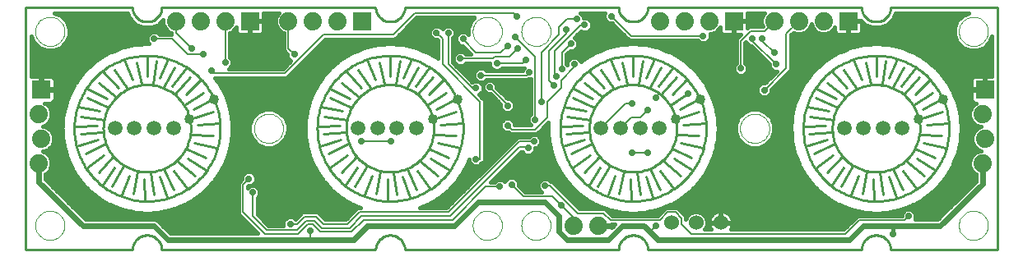
<source format=gbl>
G75*
%MOIN*%
%OFA0B0*%
%FSLAX24Y24*%
%IPPOS*%
%LPD*%
%AMOC8*
5,1,8,0,0,1.08239X$1,22.5*
%
%ADD10C,0.0100*%
%ADD11C,0.0594*%
%ADD12C,0.0400*%
%ADD13C,0.0000*%
%ADD14R,0.0740X0.0740*%
%ADD15C,0.0740*%
%ADD16C,0.0600*%
%ADD17C,0.0160*%
%ADD18OC8,0.0356*%
%ADD19OC8,0.0277*%
%ADD20C,0.0080*%
%ADD21C,0.0240*%
D10*
X001503Y000583D02*
X001503Y010426D01*
X005834Y010426D01*
X005833Y010426D02*
X005835Y010380D01*
X005840Y010334D01*
X005849Y010288D01*
X005862Y010243D01*
X005878Y010200D01*
X005897Y010158D01*
X005920Y010117D01*
X005946Y010079D01*
X005975Y010042D01*
X006006Y010008D01*
X006040Y009977D01*
X006077Y009948D01*
X006115Y009922D01*
X006156Y009899D01*
X006198Y009880D01*
X006241Y009864D01*
X006286Y009851D01*
X006332Y009842D01*
X006378Y009837D01*
X006424Y009835D01*
X006470Y009837D01*
X006516Y009842D01*
X006562Y009851D01*
X006607Y009864D01*
X006650Y009880D01*
X006692Y009899D01*
X006733Y009922D01*
X006771Y009948D01*
X006808Y009977D01*
X006842Y010008D01*
X006873Y010042D01*
X006902Y010079D01*
X006928Y010117D01*
X006951Y010158D01*
X006970Y010200D01*
X006986Y010243D01*
X006999Y010288D01*
X007008Y010334D01*
X007013Y010380D01*
X007015Y010426D01*
X015676Y010426D01*
X015678Y010380D01*
X015683Y010334D01*
X015692Y010288D01*
X015705Y010243D01*
X015721Y010200D01*
X015740Y010158D01*
X015763Y010117D01*
X015789Y010079D01*
X015818Y010042D01*
X015849Y010008D01*
X015883Y009977D01*
X015920Y009948D01*
X015958Y009922D01*
X015999Y009899D01*
X016041Y009880D01*
X016084Y009864D01*
X016129Y009851D01*
X016175Y009842D01*
X016221Y009837D01*
X016267Y009835D01*
X016313Y009837D01*
X016359Y009842D01*
X016405Y009851D01*
X016450Y009864D01*
X016493Y009880D01*
X016535Y009899D01*
X016576Y009922D01*
X016614Y009948D01*
X016651Y009977D01*
X016685Y010008D01*
X016716Y010042D01*
X016745Y010079D01*
X016771Y010117D01*
X016794Y010158D01*
X016813Y010200D01*
X016829Y010243D01*
X016842Y010288D01*
X016851Y010334D01*
X016856Y010380D01*
X016858Y010426D01*
X016857Y010426D02*
X025519Y010426D01*
X025518Y010426D02*
X025520Y010380D01*
X025525Y010334D01*
X025534Y010288D01*
X025547Y010243D01*
X025563Y010200D01*
X025582Y010158D01*
X025605Y010117D01*
X025631Y010079D01*
X025660Y010042D01*
X025691Y010008D01*
X025725Y009977D01*
X025762Y009948D01*
X025800Y009922D01*
X025841Y009899D01*
X025883Y009880D01*
X025926Y009864D01*
X025971Y009851D01*
X026017Y009842D01*
X026063Y009837D01*
X026109Y009835D01*
X026155Y009837D01*
X026201Y009842D01*
X026247Y009851D01*
X026292Y009864D01*
X026335Y009880D01*
X026377Y009899D01*
X026418Y009922D01*
X026456Y009948D01*
X026493Y009977D01*
X026527Y010008D01*
X026558Y010042D01*
X026587Y010079D01*
X026613Y010117D01*
X026636Y010158D01*
X026655Y010200D01*
X026671Y010243D01*
X026684Y010288D01*
X026693Y010334D01*
X026698Y010380D01*
X026700Y010426D01*
X035361Y010426D01*
X035363Y010380D01*
X035368Y010334D01*
X035377Y010288D01*
X035390Y010243D01*
X035406Y010200D01*
X035425Y010158D01*
X035448Y010117D01*
X035474Y010079D01*
X035503Y010042D01*
X035534Y010008D01*
X035568Y009977D01*
X035605Y009948D01*
X035643Y009922D01*
X035684Y009899D01*
X035726Y009880D01*
X035769Y009864D01*
X035814Y009851D01*
X035860Y009842D01*
X035906Y009837D01*
X035952Y009835D01*
X035998Y009837D01*
X036044Y009842D01*
X036090Y009851D01*
X036135Y009864D01*
X036178Y009880D01*
X036220Y009899D01*
X036261Y009922D01*
X036299Y009948D01*
X036336Y009977D01*
X036370Y010008D01*
X036401Y010042D01*
X036430Y010079D01*
X036456Y010117D01*
X036479Y010158D01*
X036498Y010200D01*
X036514Y010243D01*
X036527Y010288D01*
X036536Y010334D01*
X036541Y010380D01*
X036543Y010426D01*
X036542Y010426D02*
X040873Y010426D01*
X040873Y000583D01*
X036542Y000583D01*
X036543Y000583D02*
X036541Y000629D01*
X036536Y000675D01*
X036527Y000721D01*
X036514Y000766D01*
X036498Y000809D01*
X036479Y000851D01*
X036456Y000892D01*
X036430Y000930D01*
X036401Y000967D01*
X036370Y001001D01*
X036336Y001032D01*
X036299Y001061D01*
X036261Y001087D01*
X036220Y001110D01*
X036178Y001129D01*
X036135Y001145D01*
X036090Y001158D01*
X036044Y001167D01*
X035998Y001172D01*
X035952Y001174D01*
X035906Y001172D01*
X035860Y001167D01*
X035814Y001158D01*
X035769Y001145D01*
X035726Y001129D01*
X035684Y001110D01*
X035643Y001087D01*
X035605Y001061D01*
X035568Y001032D01*
X035534Y001001D01*
X035503Y000967D01*
X035474Y000930D01*
X035448Y000892D01*
X035425Y000851D01*
X035406Y000809D01*
X035390Y000766D01*
X035377Y000721D01*
X035368Y000675D01*
X035363Y000629D01*
X035361Y000583D01*
X026700Y000583D01*
X026698Y000629D01*
X026693Y000675D01*
X026684Y000721D01*
X026671Y000766D01*
X026655Y000809D01*
X026636Y000851D01*
X026613Y000892D01*
X026587Y000930D01*
X026558Y000967D01*
X026527Y001001D01*
X026493Y001032D01*
X026456Y001061D01*
X026418Y001087D01*
X026377Y001110D01*
X026335Y001129D01*
X026292Y001145D01*
X026247Y001158D01*
X026201Y001167D01*
X026155Y001172D01*
X026109Y001174D01*
X026063Y001172D01*
X026017Y001167D01*
X025971Y001158D01*
X025926Y001145D01*
X025883Y001129D01*
X025841Y001110D01*
X025800Y001087D01*
X025762Y001061D01*
X025725Y001032D01*
X025691Y001001D01*
X025660Y000967D01*
X025631Y000930D01*
X025605Y000892D01*
X025582Y000851D01*
X025563Y000809D01*
X025547Y000766D01*
X025534Y000721D01*
X025525Y000675D01*
X025520Y000629D01*
X025518Y000583D01*
X025519Y000583D02*
X016857Y000583D01*
X016858Y000583D02*
X016856Y000629D01*
X016851Y000675D01*
X016842Y000721D01*
X016829Y000766D01*
X016813Y000809D01*
X016794Y000851D01*
X016771Y000892D01*
X016745Y000930D01*
X016716Y000967D01*
X016685Y001001D01*
X016651Y001032D01*
X016614Y001061D01*
X016576Y001087D01*
X016535Y001110D01*
X016493Y001129D01*
X016450Y001145D01*
X016405Y001158D01*
X016359Y001167D01*
X016313Y001172D01*
X016267Y001174D01*
X016221Y001172D01*
X016175Y001167D01*
X016129Y001158D01*
X016084Y001145D01*
X016041Y001129D01*
X015999Y001110D01*
X015958Y001087D01*
X015920Y001061D01*
X015883Y001032D01*
X015849Y001001D01*
X015818Y000967D01*
X015789Y000930D01*
X015763Y000892D01*
X015740Y000851D01*
X015721Y000809D01*
X015705Y000766D01*
X015692Y000721D01*
X015683Y000675D01*
X015678Y000629D01*
X015676Y000583D01*
X007015Y000583D01*
X007013Y000629D01*
X007008Y000675D01*
X006999Y000721D01*
X006986Y000766D01*
X006970Y000809D01*
X006951Y000851D01*
X006928Y000892D01*
X006902Y000930D01*
X006873Y000967D01*
X006842Y001001D01*
X006808Y001032D01*
X006771Y001061D01*
X006733Y001087D01*
X006692Y001110D01*
X006650Y001129D01*
X006607Y001145D01*
X006562Y001158D01*
X006516Y001167D01*
X006470Y001172D01*
X006424Y001174D01*
X006378Y001172D01*
X006332Y001167D01*
X006286Y001158D01*
X006241Y001145D01*
X006198Y001129D01*
X006156Y001110D01*
X006115Y001087D01*
X006077Y001061D01*
X006040Y001032D01*
X006006Y001001D01*
X005975Y000967D01*
X005946Y000930D01*
X005920Y000892D01*
X005897Y000851D01*
X005878Y000809D01*
X005862Y000766D01*
X005849Y000721D01*
X005840Y000675D01*
X005835Y000629D01*
X005833Y000583D01*
X005834Y000583D02*
X001503Y000583D01*
X006338Y002576D02*
X006310Y003453D01*
X006932Y003556D02*
X007223Y002717D01*
X006704Y002812D02*
X006570Y003705D01*
X006034Y003749D02*
X005857Y002843D01*
X005405Y002824D02*
X005696Y003583D01*
X005475Y003969D02*
X004995Y003146D01*
X004637Y003221D02*
X005097Y003906D01*
X005046Y004347D02*
X004452Y003725D01*
X003995Y003906D02*
X004676Y004410D01*
X004731Y004875D02*
X003920Y004473D01*
X003582Y004788D02*
X004436Y005064D01*
X004613Y005335D02*
X003719Y005272D01*
X003519Y005599D02*
X004385Y005611D01*
X004688Y005843D02*
X003743Y005969D01*
X003625Y006387D02*
X004499Y006221D01*
X004857Y006355D02*
X003983Y006745D01*
X004003Y007127D02*
X004794Y006705D01*
X005172Y006788D02*
X004452Y007355D01*
X004645Y007831D02*
X005255Y007135D01*
X005645Y007115D02*
X005109Y007871D01*
X005507Y008272D02*
X005834Y007481D01*
X006192Y007324D02*
X005991Y008178D01*
X006424Y008442D02*
X006424Y007619D01*
X006944Y007544D02*
X007275Y008304D01*
X006814Y008241D02*
X006664Y007304D01*
X007109Y007198D02*
X007546Y007977D01*
X008003Y007946D02*
X007444Y007221D01*
X007570Y006902D02*
X008172Y007568D01*
X008590Y007473D02*
X007999Y006883D01*
X007940Y006442D02*
X008696Y006946D01*
X009117Y006701D02*
X008306Y006292D01*
X008180Y005898D02*
X009097Y006190D01*
X009369Y005705D02*
X008464Y005650D01*
X008180Y005264D02*
X009086Y005209D01*
X009243Y004725D02*
X008349Y004926D01*
X008003Y004686D02*
X008790Y004316D01*
X008814Y003831D02*
X008066Y004272D01*
X007633Y004178D02*
X008361Y003568D01*
X008034Y003076D02*
X007511Y003784D01*
X007109Y003843D02*
X007499Y003020D01*
X013424Y004788D02*
X014279Y005064D01*
X014574Y004875D02*
X013763Y004473D01*
X013838Y003906D02*
X014519Y004410D01*
X014889Y004347D02*
X014294Y003725D01*
X014479Y003221D02*
X014940Y003906D01*
X015318Y003969D02*
X014838Y003146D01*
X015247Y002824D02*
X015538Y003583D01*
X015877Y003749D02*
X015700Y002843D01*
X016180Y002576D02*
X016153Y003453D01*
X016412Y003705D02*
X016546Y002812D01*
X017066Y002717D02*
X016775Y003556D01*
X016952Y003843D02*
X017342Y003020D01*
X017877Y003076D02*
X017353Y003784D01*
X017475Y004178D02*
X018204Y003568D01*
X018656Y003831D02*
X017908Y004272D01*
X017845Y004686D02*
X018633Y004316D01*
X019086Y004725D02*
X018192Y004926D01*
X018023Y005264D02*
X018928Y005209D01*
X019212Y005705D02*
X018306Y005650D01*
X018023Y005898D02*
X018940Y006190D01*
X018960Y006701D02*
X018149Y006292D01*
X017782Y006442D02*
X018538Y006946D01*
X018432Y007473D02*
X017842Y006883D01*
X017412Y006902D02*
X018015Y007568D01*
X017845Y007946D02*
X017286Y007221D01*
X016952Y007198D02*
X017389Y007977D01*
X016656Y008241D02*
X016507Y007304D01*
X016034Y007324D02*
X015834Y008178D01*
X015349Y008272D02*
X015676Y007481D01*
X016267Y007619D02*
X016267Y008442D01*
X017117Y008304D02*
X016786Y007544D01*
X015487Y007115D02*
X014952Y007871D01*
X014487Y007831D02*
X015097Y007135D01*
X015015Y006788D02*
X014294Y007355D01*
X013845Y007127D02*
X014637Y006705D01*
X014700Y006355D02*
X013826Y006745D01*
X013468Y006387D02*
X014342Y006221D01*
X014531Y005843D02*
X013586Y005969D01*
X013361Y005599D02*
X014227Y005611D01*
X014456Y005335D02*
X013562Y005272D01*
X014491Y005509D02*
X014493Y005593D01*
X014499Y005676D01*
X014509Y005759D01*
X014523Y005842D01*
X014540Y005924D01*
X014562Y006005D01*
X014587Y006084D01*
X014616Y006163D01*
X014649Y006240D01*
X014685Y006315D01*
X014725Y006389D01*
X014768Y006461D01*
X014815Y006530D01*
X014865Y006597D01*
X014918Y006662D01*
X014974Y006724D01*
X015032Y006784D01*
X015094Y006841D01*
X015158Y006894D01*
X015225Y006945D01*
X015294Y006992D01*
X015365Y007037D01*
X015438Y007077D01*
X015513Y007114D01*
X015590Y007148D01*
X015668Y007178D01*
X015747Y007204D01*
X015828Y007227D01*
X015910Y007245D01*
X015992Y007260D01*
X016075Y007271D01*
X016158Y007278D01*
X016242Y007281D01*
X016326Y007280D01*
X016409Y007275D01*
X016493Y007266D01*
X016575Y007253D01*
X016657Y007237D01*
X016738Y007216D01*
X016819Y007192D01*
X016897Y007164D01*
X016975Y007132D01*
X017051Y007096D01*
X017125Y007057D01*
X017197Y007015D01*
X017267Y006969D01*
X017335Y006920D01*
X017400Y006868D01*
X017463Y006813D01*
X017523Y006755D01*
X017581Y006694D01*
X017635Y006630D01*
X017687Y006564D01*
X017735Y006496D01*
X017780Y006425D01*
X017821Y006352D01*
X017860Y006278D01*
X017894Y006202D01*
X017925Y006124D01*
X017952Y006045D01*
X017976Y005964D01*
X017995Y005883D01*
X018011Y005801D01*
X018023Y005718D01*
X018031Y005634D01*
X018035Y005551D01*
X018035Y005467D01*
X018031Y005384D01*
X018023Y005300D01*
X018011Y005217D01*
X017995Y005135D01*
X017976Y005054D01*
X017952Y004973D01*
X017925Y004894D01*
X017894Y004816D01*
X017860Y004740D01*
X017821Y004666D01*
X017780Y004593D01*
X017735Y004522D01*
X017687Y004454D01*
X017635Y004388D01*
X017581Y004324D01*
X017523Y004263D01*
X017463Y004205D01*
X017400Y004150D01*
X017335Y004098D01*
X017267Y004049D01*
X017197Y004003D01*
X017125Y003961D01*
X017051Y003922D01*
X016975Y003886D01*
X016897Y003854D01*
X016819Y003826D01*
X016738Y003802D01*
X016657Y003781D01*
X016575Y003765D01*
X016493Y003752D01*
X016409Y003743D01*
X016326Y003738D01*
X016242Y003737D01*
X016158Y003740D01*
X016075Y003747D01*
X015992Y003758D01*
X015910Y003773D01*
X015828Y003791D01*
X015747Y003814D01*
X015668Y003840D01*
X015590Y003870D01*
X015513Y003904D01*
X015438Y003941D01*
X015365Y003981D01*
X015294Y004026D01*
X015225Y004073D01*
X015158Y004124D01*
X015094Y004177D01*
X015032Y004234D01*
X014974Y004294D01*
X014918Y004356D01*
X014865Y004421D01*
X014815Y004488D01*
X014768Y004557D01*
X014725Y004629D01*
X014685Y004703D01*
X014649Y004778D01*
X014616Y004855D01*
X014587Y004934D01*
X014562Y005013D01*
X014540Y005094D01*
X014523Y005176D01*
X014509Y005259D01*
X014499Y005342D01*
X014493Y005425D01*
X014491Y005509D01*
X013314Y005505D02*
X013316Y005613D01*
X013322Y005722D01*
X013332Y005830D01*
X013346Y005937D01*
X013364Y006044D01*
X013385Y006151D01*
X013411Y006256D01*
X013441Y006361D01*
X013474Y006464D01*
X013511Y006566D01*
X013552Y006666D01*
X013596Y006765D01*
X013645Y006863D01*
X013696Y006958D01*
X013751Y007051D01*
X013810Y007143D01*
X013872Y007232D01*
X013937Y007319D01*
X014005Y007403D01*
X014076Y007485D01*
X014150Y007564D01*
X014227Y007640D01*
X014307Y007714D01*
X014390Y007784D01*
X014475Y007852D01*
X014562Y007916D01*
X014652Y007977D01*
X014744Y008035D01*
X014838Y008089D01*
X014934Y008140D01*
X015031Y008187D01*
X015131Y008231D01*
X015232Y008271D01*
X015334Y008307D01*
X015437Y008339D01*
X015542Y008368D01*
X015648Y008392D01*
X015754Y008413D01*
X015861Y008430D01*
X015969Y008443D01*
X016077Y008452D01*
X016186Y008457D01*
X016294Y008458D01*
X016403Y008455D01*
X016511Y008448D01*
X016619Y008437D01*
X016726Y008422D01*
X016833Y008403D01*
X016939Y008380D01*
X017044Y008354D01*
X017149Y008323D01*
X017251Y008289D01*
X017353Y008251D01*
X017453Y008209D01*
X017552Y008164D01*
X017649Y008115D01*
X017743Y008062D01*
X017836Y008006D01*
X017927Y007947D01*
X018016Y007884D01*
X018102Y007819D01*
X018186Y007750D01*
X018267Y007678D01*
X018345Y007603D01*
X018421Y007525D01*
X018494Y007444D01*
X018564Y007361D01*
X018630Y007276D01*
X018694Y007188D01*
X018754Y007097D01*
X018811Y007005D01*
X018864Y006910D01*
X018914Y006814D01*
X018960Y006716D01*
X019003Y006616D01*
X019042Y006515D01*
X019077Y006412D01*
X019109Y006309D01*
X019136Y006204D01*
X019160Y006098D01*
X019180Y005991D01*
X019196Y005884D01*
X019208Y005776D01*
X019216Y005668D01*
X019220Y005559D01*
X019220Y005451D01*
X019216Y005342D01*
X019208Y005234D01*
X019196Y005126D01*
X019180Y005019D01*
X019160Y004912D01*
X019136Y004806D01*
X019109Y004701D01*
X019077Y004598D01*
X019042Y004495D01*
X019003Y004394D01*
X018960Y004294D01*
X018914Y004196D01*
X018864Y004100D01*
X018811Y004005D01*
X018754Y003913D01*
X018694Y003822D01*
X018630Y003734D01*
X018564Y003649D01*
X018494Y003566D01*
X018421Y003485D01*
X018345Y003407D01*
X018267Y003332D01*
X018186Y003260D01*
X018102Y003191D01*
X018016Y003126D01*
X017927Y003063D01*
X017836Y003004D01*
X017744Y002948D01*
X017649Y002895D01*
X017552Y002846D01*
X017453Y002801D01*
X017353Y002759D01*
X017251Y002721D01*
X017149Y002687D01*
X017044Y002656D01*
X016939Y002630D01*
X016833Y002607D01*
X016726Y002588D01*
X016619Y002573D01*
X016511Y002562D01*
X016403Y002555D01*
X016294Y002552D01*
X016186Y002553D01*
X016077Y002558D01*
X015969Y002567D01*
X015861Y002580D01*
X015754Y002597D01*
X015648Y002618D01*
X015542Y002642D01*
X015437Y002671D01*
X015334Y002703D01*
X015232Y002739D01*
X015131Y002779D01*
X015031Y002823D01*
X014934Y002870D01*
X014838Y002921D01*
X014744Y002975D01*
X014652Y003033D01*
X014562Y003094D01*
X014475Y003158D01*
X014390Y003226D01*
X014307Y003296D01*
X014227Y003370D01*
X014150Y003446D01*
X014076Y003525D01*
X014005Y003607D01*
X013937Y003691D01*
X013872Y003778D01*
X013810Y003867D01*
X013751Y003959D01*
X013696Y004052D01*
X013645Y004147D01*
X013596Y004245D01*
X013552Y004344D01*
X013511Y004444D01*
X013474Y004546D01*
X013441Y004649D01*
X013411Y004754D01*
X013385Y004859D01*
X013364Y004966D01*
X013346Y005073D01*
X013332Y005180D01*
X013322Y005288D01*
X013316Y005397D01*
X013314Y005505D01*
X003471Y005505D02*
X003473Y005613D01*
X003479Y005722D01*
X003489Y005830D01*
X003503Y005937D01*
X003521Y006044D01*
X003542Y006151D01*
X003568Y006256D01*
X003598Y006361D01*
X003631Y006464D01*
X003668Y006566D01*
X003709Y006666D01*
X003753Y006765D01*
X003802Y006863D01*
X003853Y006958D01*
X003908Y007051D01*
X003967Y007143D01*
X004029Y007232D01*
X004094Y007319D01*
X004162Y007403D01*
X004233Y007485D01*
X004307Y007564D01*
X004384Y007640D01*
X004464Y007714D01*
X004547Y007784D01*
X004632Y007852D01*
X004719Y007916D01*
X004809Y007977D01*
X004901Y008035D01*
X004995Y008089D01*
X005091Y008140D01*
X005188Y008187D01*
X005288Y008231D01*
X005389Y008271D01*
X005491Y008307D01*
X005594Y008339D01*
X005699Y008368D01*
X005805Y008392D01*
X005911Y008413D01*
X006018Y008430D01*
X006126Y008443D01*
X006234Y008452D01*
X006343Y008457D01*
X006451Y008458D01*
X006560Y008455D01*
X006668Y008448D01*
X006776Y008437D01*
X006883Y008422D01*
X006990Y008403D01*
X007096Y008380D01*
X007201Y008354D01*
X007306Y008323D01*
X007408Y008289D01*
X007510Y008251D01*
X007610Y008209D01*
X007709Y008164D01*
X007806Y008115D01*
X007900Y008062D01*
X007993Y008006D01*
X008084Y007947D01*
X008173Y007884D01*
X008259Y007819D01*
X008343Y007750D01*
X008424Y007678D01*
X008502Y007603D01*
X008578Y007525D01*
X008651Y007444D01*
X008721Y007361D01*
X008787Y007276D01*
X008851Y007188D01*
X008911Y007097D01*
X008968Y007005D01*
X009021Y006910D01*
X009071Y006814D01*
X009117Y006716D01*
X009160Y006616D01*
X009199Y006515D01*
X009234Y006412D01*
X009266Y006309D01*
X009293Y006204D01*
X009317Y006098D01*
X009337Y005991D01*
X009353Y005884D01*
X009365Y005776D01*
X009373Y005668D01*
X009377Y005559D01*
X009377Y005451D01*
X009373Y005342D01*
X009365Y005234D01*
X009353Y005126D01*
X009337Y005019D01*
X009317Y004912D01*
X009293Y004806D01*
X009266Y004701D01*
X009234Y004598D01*
X009199Y004495D01*
X009160Y004394D01*
X009117Y004294D01*
X009071Y004196D01*
X009021Y004100D01*
X008968Y004005D01*
X008911Y003913D01*
X008851Y003822D01*
X008787Y003734D01*
X008721Y003649D01*
X008651Y003566D01*
X008578Y003485D01*
X008502Y003407D01*
X008424Y003332D01*
X008343Y003260D01*
X008259Y003191D01*
X008173Y003126D01*
X008084Y003063D01*
X007993Y003004D01*
X007901Y002948D01*
X007806Y002895D01*
X007709Y002846D01*
X007610Y002801D01*
X007510Y002759D01*
X007408Y002721D01*
X007306Y002687D01*
X007201Y002656D01*
X007096Y002630D01*
X006990Y002607D01*
X006883Y002588D01*
X006776Y002573D01*
X006668Y002562D01*
X006560Y002555D01*
X006451Y002552D01*
X006343Y002553D01*
X006234Y002558D01*
X006126Y002567D01*
X006018Y002580D01*
X005911Y002597D01*
X005805Y002618D01*
X005699Y002642D01*
X005594Y002671D01*
X005491Y002703D01*
X005389Y002739D01*
X005288Y002779D01*
X005188Y002823D01*
X005091Y002870D01*
X004995Y002921D01*
X004901Y002975D01*
X004809Y003033D01*
X004719Y003094D01*
X004632Y003158D01*
X004547Y003226D01*
X004464Y003296D01*
X004384Y003370D01*
X004307Y003446D01*
X004233Y003525D01*
X004162Y003607D01*
X004094Y003691D01*
X004029Y003778D01*
X003967Y003867D01*
X003908Y003959D01*
X003853Y004052D01*
X003802Y004147D01*
X003753Y004245D01*
X003709Y004344D01*
X003668Y004444D01*
X003631Y004546D01*
X003598Y004649D01*
X003568Y004754D01*
X003542Y004859D01*
X003521Y004966D01*
X003503Y005073D01*
X003489Y005180D01*
X003479Y005288D01*
X003473Y005397D01*
X003471Y005505D01*
X004648Y005509D02*
X004650Y005593D01*
X004656Y005676D01*
X004666Y005759D01*
X004680Y005842D01*
X004697Y005924D01*
X004719Y006005D01*
X004744Y006084D01*
X004773Y006163D01*
X004806Y006240D01*
X004842Y006315D01*
X004882Y006389D01*
X004925Y006461D01*
X004972Y006530D01*
X005022Y006597D01*
X005075Y006662D01*
X005131Y006724D01*
X005189Y006784D01*
X005251Y006841D01*
X005315Y006894D01*
X005382Y006945D01*
X005451Y006992D01*
X005522Y007037D01*
X005595Y007077D01*
X005670Y007114D01*
X005747Y007148D01*
X005825Y007178D01*
X005904Y007204D01*
X005985Y007227D01*
X006067Y007245D01*
X006149Y007260D01*
X006232Y007271D01*
X006315Y007278D01*
X006399Y007281D01*
X006483Y007280D01*
X006566Y007275D01*
X006650Y007266D01*
X006732Y007253D01*
X006814Y007237D01*
X006895Y007216D01*
X006976Y007192D01*
X007054Y007164D01*
X007132Y007132D01*
X007208Y007096D01*
X007282Y007057D01*
X007354Y007015D01*
X007424Y006969D01*
X007492Y006920D01*
X007557Y006868D01*
X007620Y006813D01*
X007680Y006755D01*
X007738Y006694D01*
X007792Y006630D01*
X007844Y006564D01*
X007892Y006496D01*
X007937Y006425D01*
X007978Y006352D01*
X008017Y006278D01*
X008051Y006202D01*
X008082Y006124D01*
X008109Y006045D01*
X008133Y005964D01*
X008152Y005883D01*
X008168Y005801D01*
X008180Y005718D01*
X008188Y005634D01*
X008192Y005551D01*
X008192Y005467D01*
X008188Y005384D01*
X008180Y005300D01*
X008168Y005217D01*
X008152Y005135D01*
X008133Y005054D01*
X008109Y004973D01*
X008082Y004894D01*
X008051Y004816D01*
X008017Y004740D01*
X007978Y004666D01*
X007937Y004593D01*
X007892Y004522D01*
X007844Y004454D01*
X007792Y004388D01*
X007738Y004324D01*
X007680Y004263D01*
X007620Y004205D01*
X007557Y004150D01*
X007492Y004098D01*
X007424Y004049D01*
X007354Y004003D01*
X007282Y003961D01*
X007208Y003922D01*
X007132Y003886D01*
X007054Y003854D01*
X006976Y003826D01*
X006895Y003802D01*
X006814Y003781D01*
X006732Y003765D01*
X006650Y003752D01*
X006566Y003743D01*
X006483Y003738D01*
X006399Y003737D01*
X006315Y003740D01*
X006232Y003747D01*
X006149Y003758D01*
X006067Y003773D01*
X005985Y003791D01*
X005904Y003814D01*
X005825Y003840D01*
X005747Y003870D01*
X005670Y003904D01*
X005595Y003941D01*
X005522Y003981D01*
X005451Y004026D01*
X005382Y004073D01*
X005315Y004124D01*
X005251Y004177D01*
X005189Y004234D01*
X005131Y004294D01*
X005075Y004356D01*
X005022Y004421D01*
X004972Y004488D01*
X004925Y004557D01*
X004882Y004629D01*
X004842Y004703D01*
X004806Y004778D01*
X004773Y004855D01*
X004744Y004934D01*
X004719Y005013D01*
X004697Y005094D01*
X004680Y005176D01*
X004666Y005259D01*
X004656Y005342D01*
X004650Y005425D01*
X004648Y005509D01*
X023204Y005599D02*
X024070Y005611D01*
X024373Y005843D02*
X023428Y005969D01*
X023310Y006387D02*
X024184Y006221D01*
X024542Y006355D02*
X023668Y006745D01*
X023688Y007127D02*
X024479Y006705D01*
X024857Y006788D02*
X024137Y007355D01*
X024330Y007831D02*
X024940Y007135D01*
X025330Y007115D02*
X024794Y007871D01*
X025192Y008272D02*
X025519Y007481D01*
X025877Y007324D02*
X025676Y008178D01*
X026109Y008442D02*
X026109Y007619D01*
X026349Y007304D02*
X026499Y008241D01*
X026960Y008304D02*
X026629Y007544D01*
X027255Y006902D02*
X027857Y007568D01*
X028275Y007473D02*
X027684Y006883D01*
X027625Y006442D02*
X028381Y006946D01*
X028802Y006701D02*
X027991Y006292D01*
X027865Y005898D02*
X028782Y006190D01*
X029054Y005705D02*
X028149Y005650D01*
X027865Y005264D02*
X028771Y005209D01*
X028928Y004725D02*
X028034Y004926D01*
X027688Y004686D02*
X028475Y004316D01*
X028499Y003831D02*
X027751Y004272D01*
X027318Y004178D02*
X028046Y003568D01*
X027719Y003076D02*
X027196Y003784D01*
X026794Y003843D02*
X027184Y003020D01*
X026908Y002717D02*
X026617Y003556D01*
X026255Y003705D02*
X026389Y002812D01*
X026023Y002576D02*
X025995Y003453D01*
X025381Y003583D02*
X025090Y002824D01*
X025542Y002843D02*
X025719Y003749D01*
X025160Y003969D02*
X024680Y003146D01*
X024322Y003221D02*
X024782Y003906D01*
X024731Y004347D02*
X024137Y003725D01*
X023680Y003906D02*
X024361Y004410D01*
X024416Y004875D02*
X023605Y004473D01*
X023267Y004788D02*
X024121Y005064D01*
X024298Y005335D02*
X023405Y005272D01*
X024333Y005509D02*
X024335Y005593D01*
X024341Y005676D01*
X024351Y005759D01*
X024365Y005842D01*
X024382Y005924D01*
X024404Y006005D01*
X024429Y006084D01*
X024458Y006163D01*
X024491Y006240D01*
X024527Y006315D01*
X024567Y006389D01*
X024610Y006461D01*
X024657Y006530D01*
X024707Y006597D01*
X024760Y006662D01*
X024816Y006724D01*
X024874Y006784D01*
X024936Y006841D01*
X025000Y006894D01*
X025067Y006945D01*
X025136Y006992D01*
X025207Y007037D01*
X025280Y007077D01*
X025355Y007114D01*
X025432Y007148D01*
X025510Y007178D01*
X025589Y007204D01*
X025670Y007227D01*
X025752Y007245D01*
X025834Y007260D01*
X025917Y007271D01*
X026000Y007278D01*
X026084Y007281D01*
X026168Y007280D01*
X026251Y007275D01*
X026335Y007266D01*
X026417Y007253D01*
X026499Y007237D01*
X026580Y007216D01*
X026661Y007192D01*
X026739Y007164D01*
X026817Y007132D01*
X026893Y007096D01*
X026967Y007057D01*
X027039Y007015D01*
X027109Y006969D01*
X027177Y006920D01*
X027242Y006868D01*
X027305Y006813D01*
X027365Y006755D01*
X027423Y006694D01*
X027477Y006630D01*
X027529Y006564D01*
X027577Y006496D01*
X027622Y006425D01*
X027663Y006352D01*
X027702Y006278D01*
X027736Y006202D01*
X027767Y006124D01*
X027794Y006045D01*
X027818Y005964D01*
X027837Y005883D01*
X027853Y005801D01*
X027865Y005718D01*
X027873Y005634D01*
X027877Y005551D01*
X027877Y005467D01*
X027873Y005384D01*
X027865Y005300D01*
X027853Y005217D01*
X027837Y005135D01*
X027818Y005054D01*
X027794Y004973D01*
X027767Y004894D01*
X027736Y004816D01*
X027702Y004740D01*
X027663Y004666D01*
X027622Y004593D01*
X027577Y004522D01*
X027529Y004454D01*
X027477Y004388D01*
X027423Y004324D01*
X027365Y004263D01*
X027305Y004205D01*
X027242Y004150D01*
X027177Y004098D01*
X027109Y004049D01*
X027039Y004003D01*
X026967Y003961D01*
X026893Y003922D01*
X026817Y003886D01*
X026739Y003854D01*
X026661Y003826D01*
X026580Y003802D01*
X026499Y003781D01*
X026417Y003765D01*
X026335Y003752D01*
X026251Y003743D01*
X026168Y003738D01*
X026084Y003737D01*
X026000Y003740D01*
X025917Y003747D01*
X025834Y003758D01*
X025752Y003773D01*
X025670Y003791D01*
X025589Y003814D01*
X025510Y003840D01*
X025432Y003870D01*
X025355Y003904D01*
X025280Y003941D01*
X025207Y003981D01*
X025136Y004026D01*
X025067Y004073D01*
X025000Y004124D01*
X024936Y004177D01*
X024874Y004234D01*
X024816Y004294D01*
X024760Y004356D01*
X024707Y004421D01*
X024657Y004488D01*
X024610Y004557D01*
X024567Y004629D01*
X024527Y004703D01*
X024491Y004778D01*
X024458Y004855D01*
X024429Y004934D01*
X024404Y005013D01*
X024382Y005094D01*
X024365Y005176D01*
X024351Y005259D01*
X024341Y005342D01*
X024335Y005425D01*
X024333Y005509D01*
X023156Y005505D02*
X023158Y005613D01*
X023164Y005722D01*
X023174Y005830D01*
X023188Y005937D01*
X023206Y006044D01*
X023227Y006151D01*
X023253Y006256D01*
X023283Y006361D01*
X023316Y006464D01*
X023353Y006566D01*
X023394Y006666D01*
X023438Y006765D01*
X023487Y006863D01*
X023538Y006958D01*
X023593Y007051D01*
X023652Y007143D01*
X023714Y007232D01*
X023779Y007319D01*
X023847Y007403D01*
X023918Y007485D01*
X023992Y007564D01*
X024069Y007640D01*
X024149Y007714D01*
X024232Y007784D01*
X024317Y007852D01*
X024404Y007916D01*
X024494Y007977D01*
X024586Y008035D01*
X024680Y008089D01*
X024776Y008140D01*
X024873Y008187D01*
X024973Y008231D01*
X025074Y008271D01*
X025176Y008307D01*
X025279Y008339D01*
X025384Y008368D01*
X025490Y008392D01*
X025596Y008413D01*
X025703Y008430D01*
X025811Y008443D01*
X025919Y008452D01*
X026028Y008457D01*
X026136Y008458D01*
X026245Y008455D01*
X026353Y008448D01*
X026461Y008437D01*
X026568Y008422D01*
X026675Y008403D01*
X026781Y008380D01*
X026886Y008354D01*
X026991Y008323D01*
X027093Y008289D01*
X027195Y008251D01*
X027295Y008209D01*
X027394Y008164D01*
X027491Y008115D01*
X027585Y008062D01*
X027678Y008006D01*
X027769Y007947D01*
X027858Y007884D01*
X027944Y007819D01*
X028028Y007750D01*
X028109Y007678D01*
X028187Y007603D01*
X028263Y007525D01*
X028336Y007444D01*
X028406Y007361D01*
X028472Y007276D01*
X028536Y007188D01*
X028596Y007097D01*
X028653Y007005D01*
X028706Y006910D01*
X028756Y006814D01*
X028802Y006716D01*
X028845Y006616D01*
X028884Y006515D01*
X028919Y006412D01*
X028951Y006309D01*
X028978Y006204D01*
X029002Y006098D01*
X029022Y005991D01*
X029038Y005884D01*
X029050Y005776D01*
X029058Y005668D01*
X029062Y005559D01*
X029062Y005451D01*
X029058Y005342D01*
X029050Y005234D01*
X029038Y005126D01*
X029022Y005019D01*
X029002Y004912D01*
X028978Y004806D01*
X028951Y004701D01*
X028919Y004598D01*
X028884Y004495D01*
X028845Y004394D01*
X028802Y004294D01*
X028756Y004196D01*
X028706Y004100D01*
X028653Y004005D01*
X028596Y003913D01*
X028536Y003822D01*
X028472Y003734D01*
X028406Y003649D01*
X028336Y003566D01*
X028263Y003485D01*
X028187Y003407D01*
X028109Y003332D01*
X028028Y003260D01*
X027944Y003191D01*
X027858Y003126D01*
X027769Y003063D01*
X027678Y003004D01*
X027586Y002948D01*
X027491Y002895D01*
X027394Y002846D01*
X027295Y002801D01*
X027195Y002759D01*
X027093Y002721D01*
X026991Y002687D01*
X026886Y002656D01*
X026781Y002630D01*
X026675Y002607D01*
X026568Y002588D01*
X026461Y002573D01*
X026353Y002562D01*
X026245Y002555D01*
X026136Y002552D01*
X026028Y002553D01*
X025919Y002558D01*
X025811Y002567D01*
X025703Y002580D01*
X025596Y002597D01*
X025490Y002618D01*
X025384Y002642D01*
X025279Y002671D01*
X025176Y002703D01*
X025074Y002739D01*
X024973Y002779D01*
X024873Y002823D01*
X024776Y002870D01*
X024680Y002921D01*
X024586Y002975D01*
X024494Y003033D01*
X024404Y003094D01*
X024317Y003158D01*
X024232Y003226D01*
X024149Y003296D01*
X024069Y003370D01*
X023992Y003446D01*
X023918Y003525D01*
X023847Y003607D01*
X023779Y003691D01*
X023714Y003778D01*
X023652Y003867D01*
X023593Y003959D01*
X023538Y004052D01*
X023487Y004147D01*
X023438Y004245D01*
X023394Y004344D01*
X023353Y004444D01*
X023316Y004546D01*
X023283Y004649D01*
X023253Y004754D01*
X023227Y004859D01*
X023206Y004966D01*
X023188Y005073D01*
X023174Y005180D01*
X023164Y005288D01*
X023158Y005397D01*
X023156Y005505D01*
X026794Y007198D02*
X027231Y007977D01*
X027688Y007946D02*
X027129Y007221D01*
X033153Y006387D02*
X034027Y006221D01*
X034385Y006355D02*
X033511Y006745D01*
X033531Y007127D02*
X034322Y006705D01*
X034700Y006788D02*
X033979Y007355D01*
X034172Y007831D02*
X034782Y007135D01*
X035172Y007115D02*
X034637Y007871D01*
X035034Y008272D02*
X035361Y007481D01*
X035719Y007324D02*
X035519Y008178D01*
X035952Y008442D02*
X035952Y007619D01*
X036471Y007544D02*
X036802Y008304D01*
X036342Y008241D02*
X036192Y007304D01*
X036637Y007198D02*
X037074Y007977D01*
X037531Y007946D02*
X036971Y007221D01*
X037097Y006902D02*
X037700Y007568D01*
X038117Y007473D02*
X037527Y006883D01*
X037468Y006442D02*
X038223Y006946D01*
X038645Y006701D02*
X037834Y006292D01*
X037708Y005898D02*
X038625Y006190D01*
X038897Y005705D02*
X037991Y005650D01*
X037708Y005264D02*
X038613Y005209D01*
X038771Y004725D02*
X037877Y004926D01*
X037531Y004686D02*
X038318Y004316D01*
X038342Y003831D02*
X037594Y004272D01*
X037160Y004178D02*
X037889Y003568D01*
X037562Y003076D02*
X037038Y003784D01*
X036637Y003843D02*
X037027Y003020D01*
X036751Y002717D02*
X036460Y003556D01*
X036097Y003705D02*
X036231Y002812D01*
X035865Y002576D02*
X035838Y003453D01*
X035562Y003749D02*
X035385Y002843D01*
X034932Y002824D02*
X035223Y003583D01*
X035003Y003969D02*
X034523Y003146D01*
X034164Y003221D02*
X034625Y003906D01*
X034574Y004347D02*
X033979Y003725D01*
X033523Y003906D02*
X034204Y004410D01*
X034259Y004875D02*
X033448Y004473D01*
X033109Y004788D02*
X033964Y005064D01*
X034141Y005335D02*
X033247Y005272D01*
X033046Y005599D02*
X033912Y005611D01*
X034216Y005843D02*
X033271Y005969D01*
X034176Y005509D02*
X034178Y005593D01*
X034184Y005676D01*
X034194Y005759D01*
X034208Y005842D01*
X034225Y005924D01*
X034247Y006005D01*
X034272Y006084D01*
X034301Y006163D01*
X034334Y006240D01*
X034370Y006315D01*
X034410Y006389D01*
X034453Y006461D01*
X034500Y006530D01*
X034550Y006597D01*
X034603Y006662D01*
X034659Y006724D01*
X034717Y006784D01*
X034779Y006841D01*
X034843Y006894D01*
X034910Y006945D01*
X034979Y006992D01*
X035050Y007037D01*
X035123Y007077D01*
X035198Y007114D01*
X035275Y007148D01*
X035353Y007178D01*
X035432Y007204D01*
X035513Y007227D01*
X035595Y007245D01*
X035677Y007260D01*
X035760Y007271D01*
X035843Y007278D01*
X035927Y007281D01*
X036011Y007280D01*
X036094Y007275D01*
X036178Y007266D01*
X036260Y007253D01*
X036342Y007237D01*
X036423Y007216D01*
X036504Y007192D01*
X036582Y007164D01*
X036660Y007132D01*
X036736Y007096D01*
X036810Y007057D01*
X036882Y007015D01*
X036952Y006969D01*
X037020Y006920D01*
X037085Y006868D01*
X037148Y006813D01*
X037208Y006755D01*
X037266Y006694D01*
X037320Y006630D01*
X037372Y006564D01*
X037420Y006496D01*
X037465Y006425D01*
X037506Y006352D01*
X037545Y006278D01*
X037579Y006202D01*
X037610Y006124D01*
X037637Y006045D01*
X037661Y005964D01*
X037680Y005883D01*
X037696Y005801D01*
X037708Y005718D01*
X037716Y005634D01*
X037720Y005551D01*
X037720Y005467D01*
X037716Y005384D01*
X037708Y005300D01*
X037696Y005217D01*
X037680Y005135D01*
X037661Y005054D01*
X037637Y004973D01*
X037610Y004894D01*
X037579Y004816D01*
X037545Y004740D01*
X037506Y004666D01*
X037465Y004593D01*
X037420Y004522D01*
X037372Y004454D01*
X037320Y004388D01*
X037266Y004324D01*
X037208Y004263D01*
X037148Y004205D01*
X037085Y004150D01*
X037020Y004098D01*
X036952Y004049D01*
X036882Y004003D01*
X036810Y003961D01*
X036736Y003922D01*
X036660Y003886D01*
X036582Y003854D01*
X036504Y003826D01*
X036423Y003802D01*
X036342Y003781D01*
X036260Y003765D01*
X036178Y003752D01*
X036094Y003743D01*
X036011Y003738D01*
X035927Y003737D01*
X035843Y003740D01*
X035760Y003747D01*
X035677Y003758D01*
X035595Y003773D01*
X035513Y003791D01*
X035432Y003814D01*
X035353Y003840D01*
X035275Y003870D01*
X035198Y003904D01*
X035123Y003941D01*
X035050Y003981D01*
X034979Y004026D01*
X034910Y004073D01*
X034843Y004124D01*
X034779Y004177D01*
X034717Y004234D01*
X034659Y004294D01*
X034603Y004356D01*
X034550Y004421D01*
X034500Y004488D01*
X034453Y004557D01*
X034410Y004629D01*
X034370Y004703D01*
X034334Y004778D01*
X034301Y004855D01*
X034272Y004934D01*
X034247Y005013D01*
X034225Y005094D01*
X034208Y005176D01*
X034194Y005259D01*
X034184Y005342D01*
X034178Y005425D01*
X034176Y005509D01*
X032999Y005505D02*
X033001Y005613D01*
X033007Y005722D01*
X033017Y005830D01*
X033031Y005937D01*
X033049Y006044D01*
X033070Y006151D01*
X033096Y006256D01*
X033126Y006361D01*
X033159Y006464D01*
X033196Y006566D01*
X033237Y006666D01*
X033281Y006765D01*
X033330Y006863D01*
X033381Y006958D01*
X033436Y007051D01*
X033495Y007143D01*
X033557Y007232D01*
X033622Y007319D01*
X033690Y007403D01*
X033761Y007485D01*
X033835Y007564D01*
X033912Y007640D01*
X033992Y007714D01*
X034075Y007784D01*
X034160Y007852D01*
X034247Y007916D01*
X034337Y007977D01*
X034429Y008035D01*
X034523Y008089D01*
X034619Y008140D01*
X034716Y008187D01*
X034816Y008231D01*
X034917Y008271D01*
X035019Y008307D01*
X035122Y008339D01*
X035227Y008368D01*
X035333Y008392D01*
X035439Y008413D01*
X035546Y008430D01*
X035654Y008443D01*
X035762Y008452D01*
X035871Y008457D01*
X035979Y008458D01*
X036088Y008455D01*
X036196Y008448D01*
X036304Y008437D01*
X036411Y008422D01*
X036518Y008403D01*
X036624Y008380D01*
X036729Y008354D01*
X036834Y008323D01*
X036936Y008289D01*
X037038Y008251D01*
X037138Y008209D01*
X037237Y008164D01*
X037334Y008115D01*
X037428Y008062D01*
X037521Y008006D01*
X037612Y007947D01*
X037701Y007884D01*
X037787Y007819D01*
X037871Y007750D01*
X037952Y007678D01*
X038030Y007603D01*
X038106Y007525D01*
X038179Y007444D01*
X038249Y007361D01*
X038315Y007276D01*
X038379Y007188D01*
X038439Y007097D01*
X038496Y007005D01*
X038549Y006910D01*
X038599Y006814D01*
X038645Y006716D01*
X038688Y006616D01*
X038727Y006515D01*
X038762Y006412D01*
X038794Y006309D01*
X038821Y006204D01*
X038845Y006098D01*
X038865Y005991D01*
X038881Y005884D01*
X038893Y005776D01*
X038901Y005668D01*
X038905Y005559D01*
X038905Y005451D01*
X038901Y005342D01*
X038893Y005234D01*
X038881Y005126D01*
X038865Y005019D01*
X038845Y004912D01*
X038821Y004806D01*
X038794Y004701D01*
X038762Y004598D01*
X038727Y004495D01*
X038688Y004394D01*
X038645Y004294D01*
X038599Y004196D01*
X038549Y004100D01*
X038496Y004005D01*
X038439Y003913D01*
X038379Y003822D01*
X038315Y003734D01*
X038249Y003649D01*
X038179Y003566D01*
X038106Y003485D01*
X038030Y003407D01*
X037952Y003332D01*
X037871Y003260D01*
X037787Y003191D01*
X037701Y003126D01*
X037612Y003063D01*
X037521Y003004D01*
X037429Y002948D01*
X037334Y002895D01*
X037237Y002846D01*
X037138Y002801D01*
X037038Y002759D01*
X036936Y002721D01*
X036834Y002687D01*
X036729Y002656D01*
X036624Y002630D01*
X036518Y002607D01*
X036411Y002588D01*
X036304Y002573D01*
X036196Y002562D01*
X036088Y002555D01*
X035979Y002552D01*
X035871Y002553D01*
X035762Y002558D01*
X035654Y002567D01*
X035546Y002580D01*
X035439Y002597D01*
X035333Y002618D01*
X035227Y002642D01*
X035122Y002671D01*
X035019Y002703D01*
X034917Y002739D01*
X034816Y002779D01*
X034716Y002823D01*
X034619Y002870D01*
X034523Y002921D01*
X034429Y002975D01*
X034337Y003033D01*
X034247Y003094D01*
X034160Y003158D01*
X034075Y003226D01*
X033992Y003296D01*
X033912Y003370D01*
X033835Y003446D01*
X033761Y003525D01*
X033690Y003607D01*
X033622Y003691D01*
X033557Y003778D01*
X033495Y003867D01*
X033436Y003959D01*
X033381Y004052D01*
X033330Y004147D01*
X033281Y004245D01*
X033237Y004344D01*
X033196Y004444D01*
X033159Y004546D01*
X033126Y004649D01*
X033096Y004754D01*
X033070Y004859D01*
X033049Y004966D01*
X033031Y005073D01*
X033017Y005180D01*
X033007Y005288D01*
X033001Y005397D01*
X032999Y005505D01*
X030223Y003543D02*
X030143Y003543D01*
X031663Y002023D02*
X032063Y002023D01*
D11*
X034653Y005505D03*
X035440Y005505D03*
X036227Y005505D03*
X037015Y005505D03*
X027172Y005505D03*
X026385Y005505D03*
X025597Y005505D03*
X024810Y005505D03*
X017330Y005505D03*
X016542Y005505D03*
X015755Y005505D03*
X014968Y005505D03*
X007487Y005505D03*
X006700Y005505D03*
X005912Y005505D03*
X005125Y005505D03*
D12*
X008145Y005891D03*
X009145Y006691D03*
X017988Y005891D03*
X018988Y006691D03*
X027831Y005891D03*
X028831Y006691D03*
X037673Y005891D03*
X038673Y006691D03*
D13*
X030440Y005505D02*
X030442Y005553D01*
X030448Y005601D01*
X030458Y005648D01*
X030471Y005694D01*
X030489Y005739D01*
X030509Y005783D01*
X030534Y005825D01*
X030562Y005864D01*
X030592Y005901D01*
X030626Y005935D01*
X030663Y005967D01*
X030701Y005996D01*
X030742Y006021D01*
X030785Y006043D01*
X030830Y006061D01*
X030876Y006075D01*
X030923Y006086D01*
X030971Y006093D01*
X031019Y006096D01*
X031067Y006095D01*
X031115Y006090D01*
X031163Y006081D01*
X031209Y006069D01*
X031254Y006052D01*
X031298Y006032D01*
X031340Y006009D01*
X031380Y005982D01*
X031418Y005952D01*
X031453Y005919D01*
X031485Y005883D01*
X031515Y005845D01*
X031541Y005804D01*
X031563Y005761D01*
X031583Y005717D01*
X031598Y005672D01*
X031610Y005625D01*
X031618Y005577D01*
X031622Y005529D01*
X031622Y005481D01*
X031618Y005433D01*
X031610Y005385D01*
X031598Y005338D01*
X031583Y005293D01*
X031563Y005249D01*
X031541Y005206D01*
X031515Y005165D01*
X031485Y005127D01*
X031453Y005091D01*
X031418Y005058D01*
X031380Y005028D01*
X031340Y005001D01*
X031298Y004978D01*
X031254Y004958D01*
X031209Y004941D01*
X031163Y004929D01*
X031115Y004920D01*
X031067Y004915D01*
X031019Y004914D01*
X030971Y004917D01*
X030923Y004924D01*
X030876Y004935D01*
X030830Y004949D01*
X030785Y004967D01*
X030742Y004989D01*
X030701Y005014D01*
X030663Y005043D01*
X030626Y005075D01*
X030592Y005109D01*
X030562Y005146D01*
X030534Y005185D01*
X030509Y005227D01*
X030489Y005271D01*
X030471Y005316D01*
X030458Y005362D01*
X030448Y005409D01*
X030442Y005457D01*
X030440Y005505D01*
X021581Y009442D02*
X021583Y009490D01*
X021589Y009538D01*
X021599Y009585D01*
X021612Y009631D01*
X021630Y009676D01*
X021650Y009720D01*
X021675Y009762D01*
X021703Y009801D01*
X021733Y009838D01*
X021767Y009872D01*
X021804Y009904D01*
X021842Y009933D01*
X021883Y009958D01*
X021926Y009980D01*
X021971Y009998D01*
X022017Y010012D01*
X022064Y010023D01*
X022112Y010030D01*
X022160Y010033D01*
X022208Y010032D01*
X022256Y010027D01*
X022304Y010018D01*
X022350Y010006D01*
X022395Y009989D01*
X022439Y009969D01*
X022481Y009946D01*
X022521Y009919D01*
X022559Y009889D01*
X022594Y009856D01*
X022626Y009820D01*
X022656Y009782D01*
X022682Y009741D01*
X022704Y009698D01*
X022724Y009654D01*
X022739Y009609D01*
X022751Y009562D01*
X022759Y009514D01*
X022763Y009466D01*
X022763Y009418D01*
X022759Y009370D01*
X022751Y009322D01*
X022739Y009275D01*
X022724Y009230D01*
X022704Y009186D01*
X022682Y009143D01*
X022656Y009102D01*
X022626Y009064D01*
X022594Y009028D01*
X022559Y008995D01*
X022521Y008965D01*
X022481Y008938D01*
X022439Y008915D01*
X022395Y008895D01*
X022350Y008878D01*
X022304Y008866D01*
X022256Y008857D01*
X022208Y008852D01*
X022160Y008851D01*
X022112Y008854D01*
X022064Y008861D01*
X022017Y008872D01*
X021971Y008886D01*
X021926Y008904D01*
X021883Y008926D01*
X021842Y008951D01*
X021804Y008980D01*
X021767Y009012D01*
X021733Y009046D01*
X021703Y009083D01*
X021675Y009122D01*
X021650Y009164D01*
X021630Y009208D01*
X021612Y009253D01*
X021599Y009299D01*
X021589Y009346D01*
X021583Y009394D01*
X021581Y009442D01*
X019613Y009442D02*
X019615Y009490D01*
X019621Y009538D01*
X019631Y009585D01*
X019644Y009631D01*
X019662Y009676D01*
X019682Y009720D01*
X019707Y009762D01*
X019735Y009801D01*
X019765Y009838D01*
X019799Y009872D01*
X019836Y009904D01*
X019874Y009933D01*
X019915Y009958D01*
X019958Y009980D01*
X020003Y009998D01*
X020049Y010012D01*
X020096Y010023D01*
X020144Y010030D01*
X020192Y010033D01*
X020240Y010032D01*
X020288Y010027D01*
X020336Y010018D01*
X020382Y010006D01*
X020427Y009989D01*
X020471Y009969D01*
X020513Y009946D01*
X020553Y009919D01*
X020591Y009889D01*
X020626Y009856D01*
X020658Y009820D01*
X020688Y009782D01*
X020714Y009741D01*
X020736Y009698D01*
X020756Y009654D01*
X020771Y009609D01*
X020783Y009562D01*
X020791Y009514D01*
X020795Y009466D01*
X020795Y009418D01*
X020791Y009370D01*
X020783Y009322D01*
X020771Y009275D01*
X020756Y009230D01*
X020736Y009186D01*
X020714Y009143D01*
X020688Y009102D01*
X020658Y009064D01*
X020626Y009028D01*
X020591Y008995D01*
X020553Y008965D01*
X020513Y008938D01*
X020471Y008915D01*
X020427Y008895D01*
X020382Y008878D01*
X020336Y008866D01*
X020288Y008857D01*
X020240Y008852D01*
X020192Y008851D01*
X020144Y008854D01*
X020096Y008861D01*
X020049Y008872D01*
X020003Y008886D01*
X019958Y008904D01*
X019915Y008926D01*
X019874Y008951D01*
X019836Y008980D01*
X019799Y009012D01*
X019765Y009046D01*
X019735Y009083D01*
X019707Y009122D01*
X019682Y009164D01*
X019662Y009208D01*
X019644Y009253D01*
X019631Y009299D01*
X019621Y009346D01*
X019615Y009394D01*
X019613Y009442D01*
X010754Y005505D02*
X010756Y005553D01*
X010762Y005601D01*
X010772Y005648D01*
X010785Y005694D01*
X010803Y005739D01*
X010823Y005783D01*
X010848Y005825D01*
X010876Y005864D01*
X010906Y005901D01*
X010940Y005935D01*
X010977Y005967D01*
X011015Y005996D01*
X011056Y006021D01*
X011099Y006043D01*
X011144Y006061D01*
X011190Y006075D01*
X011237Y006086D01*
X011285Y006093D01*
X011333Y006096D01*
X011381Y006095D01*
X011429Y006090D01*
X011477Y006081D01*
X011523Y006069D01*
X011568Y006052D01*
X011612Y006032D01*
X011654Y006009D01*
X011694Y005982D01*
X011732Y005952D01*
X011767Y005919D01*
X011799Y005883D01*
X011829Y005845D01*
X011855Y005804D01*
X011877Y005761D01*
X011897Y005717D01*
X011912Y005672D01*
X011924Y005625D01*
X011932Y005577D01*
X011936Y005529D01*
X011936Y005481D01*
X011932Y005433D01*
X011924Y005385D01*
X011912Y005338D01*
X011897Y005293D01*
X011877Y005249D01*
X011855Y005206D01*
X011829Y005165D01*
X011799Y005127D01*
X011767Y005091D01*
X011732Y005058D01*
X011694Y005028D01*
X011654Y005001D01*
X011612Y004978D01*
X011568Y004958D01*
X011523Y004941D01*
X011477Y004929D01*
X011429Y004920D01*
X011381Y004915D01*
X011333Y004914D01*
X011285Y004917D01*
X011237Y004924D01*
X011190Y004935D01*
X011144Y004949D01*
X011099Y004967D01*
X011056Y004989D01*
X011015Y005014D01*
X010977Y005043D01*
X010940Y005075D01*
X010906Y005109D01*
X010876Y005146D01*
X010848Y005185D01*
X010823Y005227D01*
X010803Y005271D01*
X010785Y005316D01*
X010772Y005362D01*
X010762Y005409D01*
X010756Y005457D01*
X010754Y005505D01*
X001896Y009442D02*
X001898Y009490D01*
X001904Y009538D01*
X001914Y009585D01*
X001927Y009631D01*
X001945Y009676D01*
X001965Y009720D01*
X001990Y009762D01*
X002018Y009801D01*
X002048Y009838D01*
X002082Y009872D01*
X002119Y009904D01*
X002157Y009933D01*
X002198Y009958D01*
X002241Y009980D01*
X002286Y009998D01*
X002332Y010012D01*
X002379Y010023D01*
X002427Y010030D01*
X002475Y010033D01*
X002523Y010032D01*
X002571Y010027D01*
X002619Y010018D01*
X002665Y010006D01*
X002710Y009989D01*
X002754Y009969D01*
X002796Y009946D01*
X002836Y009919D01*
X002874Y009889D01*
X002909Y009856D01*
X002941Y009820D01*
X002971Y009782D01*
X002997Y009741D01*
X003019Y009698D01*
X003039Y009654D01*
X003054Y009609D01*
X003066Y009562D01*
X003074Y009514D01*
X003078Y009466D01*
X003078Y009418D01*
X003074Y009370D01*
X003066Y009322D01*
X003054Y009275D01*
X003039Y009230D01*
X003019Y009186D01*
X002997Y009143D01*
X002971Y009102D01*
X002941Y009064D01*
X002909Y009028D01*
X002874Y008995D01*
X002836Y008965D01*
X002796Y008938D01*
X002754Y008915D01*
X002710Y008895D01*
X002665Y008878D01*
X002619Y008866D01*
X002571Y008857D01*
X002523Y008852D01*
X002475Y008851D01*
X002427Y008854D01*
X002379Y008861D01*
X002332Y008872D01*
X002286Y008886D01*
X002241Y008904D01*
X002198Y008926D01*
X002157Y008951D01*
X002119Y008980D01*
X002082Y009012D01*
X002048Y009046D01*
X002018Y009083D01*
X001990Y009122D01*
X001965Y009164D01*
X001945Y009208D01*
X001927Y009253D01*
X001914Y009299D01*
X001904Y009346D01*
X001898Y009394D01*
X001896Y009442D01*
X001896Y001568D02*
X001898Y001616D01*
X001904Y001664D01*
X001914Y001711D01*
X001927Y001757D01*
X001945Y001802D01*
X001965Y001846D01*
X001990Y001888D01*
X002018Y001927D01*
X002048Y001964D01*
X002082Y001998D01*
X002119Y002030D01*
X002157Y002059D01*
X002198Y002084D01*
X002241Y002106D01*
X002286Y002124D01*
X002332Y002138D01*
X002379Y002149D01*
X002427Y002156D01*
X002475Y002159D01*
X002523Y002158D01*
X002571Y002153D01*
X002619Y002144D01*
X002665Y002132D01*
X002710Y002115D01*
X002754Y002095D01*
X002796Y002072D01*
X002836Y002045D01*
X002874Y002015D01*
X002909Y001982D01*
X002941Y001946D01*
X002971Y001908D01*
X002997Y001867D01*
X003019Y001824D01*
X003039Y001780D01*
X003054Y001735D01*
X003066Y001688D01*
X003074Y001640D01*
X003078Y001592D01*
X003078Y001544D01*
X003074Y001496D01*
X003066Y001448D01*
X003054Y001401D01*
X003039Y001356D01*
X003019Y001312D01*
X002997Y001269D01*
X002971Y001228D01*
X002941Y001190D01*
X002909Y001154D01*
X002874Y001121D01*
X002836Y001091D01*
X002796Y001064D01*
X002754Y001041D01*
X002710Y001021D01*
X002665Y001004D01*
X002619Y000992D01*
X002571Y000983D01*
X002523Y000978D01*
X002475Y000977D01*
X002427Y000980D01*
X002379Y000987D01*
X002332Y000998D01*
X002286Y001012D01*
X002241Y001030D01*
X002198Y001052D01*
X002157Y001077D01*
X002119Y001106D01*
X002082Y001138D01*
X002048Y001172D01*
X002018Y001209D01*
X001990Y001248D01*
X001965Y001290D01*
X001945Y001334D01*
X001927Y001379D01*
X001914Y001425D01*
X001904Y001472D01*
X001898Y001520D01*
X001896Y001568D01*
X019613Y001568D02*
X019615Y001616D01*
X019621Y001664D01*
X019631Y001711D01*
X019644Y001757D01*
X019662Y001802D01*
X019682Y001846D01*
X019707Y001888D01*
X019735Y001927D01*
X019765Y001964D01*
X019799Y001998D01*
X019836Y002030D01*
X019874Y002059D01*
X019915Y002084D01*
X019958Y002106D01*
X020003Y002124D01*
X020049Y002138D01*
X020096Y002149D01*
X020144Y002156D01*
X020192Y002159D01*
X020240Y002158D01*
X020288Y002153D01*
X020336Y002144D01*
X020382Y002132D01*
X020427Y002115D01*
X020471Y002095D01*
X020513Y002072D01*
X020553Y002045D01*
X020591Y002015D01*
X020626Y001982D01*
X020658Y001946D01*
X020688Y001908D01*
X020714Y001867D01*
X020736Y001824D01*
X020756Y001780D01*
X020771Y001735D01*
X020783Y001688D01*
X020791Y001640D01*
X020795Y001592D01*
X020795Y001544D01*
X020791Y001496D01*
X020783Y001448D01*
X020771Y001401D01*
X020756Y001356D01*
X020736Y001312D01*
X020714Y001269D01*
X020688Y001228D01*
X020658Y001190D01*
X020626Y001154D01*
X020591Y001121D01*
X020553Y001091D01*
X020513Y001064D01*
X020471Y001041D01*
X020427Y001021D01*
X020382Y001004D01*
X020336Y000992D01*
X020288Y000983D01*
X020240Y000978D01*
X020192Y000977D01*
X020144Y000980D01*
X020096Y000987D01*
X020049Y000998D01*
X020003Y001012D01*
X019958Y001030D01*
X019915Y001052D01*
X019874Y001077D01*
X019836Y001106D01*
X019799Y001138D01*
X019765Y001172D01*
X019735Y001209D01*
X019707Y001248D01*
X019682Y001290D01*
X019662Y001334D01*
X019644Y001379D01*
X019631Y001425D01*
X019621Y001472D01*
X019615Y001520D01*
X019613Y001568D01*
X021581Y001568D02*
X021583Y001616D01*
X021589Y001664D01*
X021599Y001711D01*
X021612Y001757D01*
X021630Y001802D01*
X021650Y001846D01*
X021675Y001888D01*
X021703Y001927D01*
X021733Y001964D01*
X021767Y001998D01*
X021804Y002030D01*
X021842Y002059D01*
X021883Y002084D01*
X021926Y002106D01*
X021971Y002124D01*
X022017Y002138D01*
X022064Y002149D01*
X022112Y002156D01*
X022160Y002159D01*
X022208Y002158D01*
X022256Y002153D01*
X022304Y002144D01*
X022350Y002132D01*
X022395Y002115D01*
X022439Y002095D01*
X022481Y002072D01*
X022521Y002045D01*
X022559Y002015D01*
X022594Y001982D01*
X022626Y001946D01*
X022656Y001908D01*
X022682Y001867D01*
X022704Y001824D01*
X022724Y001780D01*
X022739Y001735D01*
X022751Y001688D01*
X022759Y001640D01*
X022763Y001592D01*
X022763Y001544D01*
X022759Y001496D01*
X022751Y001448D01*
X022739Y001401D01*
X022724Y001356D01*
X022704Y001312D01*
X022682Y001269D01*
X022656Y001228D01*
X022626Y001190D01*
X022594Y001154D01*
X022559Y001121D01*
X022521Y001091D01*
X022481Y001064D01*
X022439Y001041D01*
X022395Y001021D01*
X022350Y001004D01*
X022304Y000992D01*
X022256Y000983D01*
X022208Y000978D01*
X022160Y000977D01*
X022112Y000980D01*
X022064Y000987D01*
X022017Y000998D01*
X021971Y001012D01*
X021926Y001030D01*
X021883Y001052D01*
X021842Y001077D01*
X021804Y001106D01*
X021767Y001138D01*
X021733Y001172D01*
X021703Y001209D01*
X021675Y001248D01*
X021650Y001290D01*
X021630Y001334D01*
X021612Y001379D01*
X021599Y001425D01*
X021589Y001472D01*
X021583Y001520D01*
X021581Y001568D01*
X039298Y001568D02*
X039300Y001616D01*
X039306Y001664D01*
X039316Y001711D01*
X039329Y001757D01*
X039347Y001802D01*
X039367Y001846D01*
X039392Y001888D01*
X039420Y001927D01*
X039450Y001964D01*
X039484Y001998D01*
X039521Y002030D01*
X039559Y002059D01*
X039600Y002084D01*
X039643Y002106D01*
X039688Y002124D01*
X039734Y002138D01*
X039781Y002149D01*
X039829Y002156D01*
X039877Y002159D01*
X039925Y002158D01*
X039973Y002153D01*
X040021Y002144D01*
X040067Y002132D01*
X040112Y002115D01*
X040156Y002095D01*
X040198Y002072D01*
X040238Y002045D01*
X040276Y002015D01*
X040311Y001982D01*
X040343Y001946D01*
X040373Y001908D01*
X040399Y001867D01*
X040421Y001824D01*
X040441Y001780D01*
X040456Y001735D01*
X040468Y001688D01*
X040476Y001640D01*
X040480Y001592D01*
X040480Y001544D01*
X040476Y001496D01*
X040468Y001448D01*
X040456Y001401D01*
X040441Y001356D01*
X040421Y001312D01*
X040399Y001269D01*
X040373Y001228D01*
X040343Y001190D01*
X040311Y001154D01*
X040276Y001121D01*
X040238Y001091D01*
X040198Y001064D01*
X040156Y001041D01*
X040112Y001021D01*
X040067Y001004D01*
X040021Y000992D01*
X039973Y000983D01*
X039925Y000978D01*
X039877Y000977D01*
X039829Y000980D01*
X039781Y000987D01*
X039734Y000998D01*
X039688Y001012D01*
X039643Y001030D01*
X039600Y001052D01*
X039559Y001077D01*
X039521Y001106D01*
X039484Y001138D01*
X039450Y001172D01*
X039420Y001209D01*
X039392Y001248D01*
X039367Y001290D01*
X039347Y001334D01*
X039329Y001379D01*
X039316Y001425D01*
X039306Y001472D01*
X039300Y001520D01*
X039298Y001568D01*
X039298Y009442D02*
X039300Y009490D01*
X039306Y009538D01*
X039316Y009585D01*
X039329Y009631D01*
X039347Y009676D01*
X039367Y009720D01*
X039392Y009762D01*
X039420Y009801D01*
X039450Y009838D01*
X039484Y009872D01*
X039521Y009904D01*
X039559Y009933D01*
X039600Y009958D01*
X039643Y009980D01*
X039688Y009998D01*
X039734Y010012D01*
X039781Y010023D01*
X039829Y010030D01*
X039877Y010033D01*
X039925Y010032D01*
X039973Y010027D01*
X040021Y010018D01*
X040067Y010006D01*
X040112Y009989D01*
X040156Y009969D01*
X040198Y009946D01*
X040238Y009919D01*
X040276Y009889D01*
X040311Y009856D01*
X040343Y009820D01*
X040373Y009782D01*
X040399Y009741D01*
X040421Y009698D01*
X040441Y009654D01*
X040456Y009609D01*
X040468Y009562D01*
X040476Y009514D01*
X040480Y009466D01*
X040480Y009418D01*
X040476Y009370D01*
X040468Y009322D01*
X040456Y009275D01*
X040441Y009230D01*
X040421Y009186D01*
X040399Y009143D01*
X040373Y009102D01*
X040343Y009064D01*
X040311Y009028D01*
X040276Y008995D01*
X040238Y008965D01*
X040198Y008938D01*
X040156Y008915D01*
X040112Y008895D01*
X040067Y008878D01*
X040021Y008866D01*
X039973Y008857D01*
X039925Y008852D01*
X039877Y008851D01*
X039829Y008854D01*
X039781Y008861D01*
X039734Y008872D01*
X039688Y008886D01*
X039643Y008904D01*
X039600Y008926D01*
X039559Y008951D01*
X039521Y008980D01*
X039484Y009012D01*
X039450Y009046D01*
X039420Y009083D01*
X039392Y009122D01*
X039367Y009164D01*
X039347Y009208D01*
X039329Y009253D01*
X039316Y009299D01*
X039306Y009346D01*
X039300Y009394D01*
X039298Y009442D01*
D14*
X034823Y009863D03*
X030183Y009863D03*
X040353Y007083D03*
X015143Y009863D03*
X010583Y009863D03*
X002133Y007083D03*
D15*
X002033Y006083D03*
X002133Y005083D03*
X002033Y004083D03*
X007583Y009863D03*
X008583Y009863D03*
X009583Y009863D03*
X012143Y009863D03*
X013143Y009863D03*
X014143Y009863D03*
X027183Y009863D03*
X028183Y009863D03*
X029183Y009863D03*
X031823Y009863D03*
X032823Y009863D03*
X033823Y009863D03*
X040253Y006083D03*
X040353Y005083D03*
X040253Y004083D03*
X024683Y001550D03*
X023683Y001550D03*
D16*
X027654Y001670D03*
X028654Y001670D03*
X029654Y001670D03*
D17*
X029634Y001690D02*
X029634Y001650D01*
X029174Y001650D01*
X029174Y001632D01*
X029186Y001558D01*
X029209Y001486D01*
X029241Y001423D01*
X029050Y001423D01*
X029114Y001578D01*
X029114Y001761D01*
X029044Y001931D01*
X028915Y002060D01*
X028746Y002130D01*
X028563Y002130D01*
X028394Y002060D01*
X028264Y001931D01*
X028263Y001928D01*
X028263Y001946D01*
X028146Y002063D01*
X027906Y002303D01*
X027578Y002303D01*
X027595Y002310D01*
X027609Y002312D01*
X027639Y002328D01*
X027670Y002342D01*
X027680Y002351D01*
X027943Y002497D01*
X027957Y002500D01*
X027985Y002520D01*
X028015Y002536D01*
X028023Y002547D01*
X028269Y002721D01*
X028282Y002726D01*
X028307Y002748D01*
X028335Y002768D01*
X028343Y002780D01*
X028567Y002980D01*
X028579Y002986D01*
X028602Y003012D01*
X028628Y003035D01*
X028634Y003047D01*
X028834Y003271D01*
X028846Y003279D01*
X028865Y003307D01*
X028888Y003332D01*
X028893Y003345D01*
X029067Y003590D01*
X029078Y003599D01*
X029094Y003629D01*
X029114Y003657D01*
X029117Y003671D01*
X029262Y003934D01*
X029272Y003943D01*
X029285Y003975D01*
X029302Y004005D01*
X029304Y004019D01*
X029419Y004297D01*
X029427Y004307D01*
X029437Y004340D01*
X029450Y004372D01*
X029450Y004386D01*
X029533Y004675D01*
X029540Y004686D01*
X029546Y004720D01*
X029556Y004753D01*
X029554Y004767D01*
X029604Y005063D01*
X029610Y005076D01*
X029612Y005110D01*
X029618Y005144D01*
X029615Y005157D01*
X029632Y005457D01*
X029636Y005470D01*
X029635Y005505D01*
X029636Y005539D01*
X029632Y005552D01*
X029615Y005852D01*
X029618Y005866D01*
X029612Y005899D01*
X029610Y005934D01*
X029604Y005946D01*
X029554Y006242D01*
X029556Y006256D01*
X029546Y006289D01*
X029540Y006323D01*
X029533Y006335D01*
X029450Y006623D01*
X029450Y006637D01*
X029437Y006669D01*
X029427Y006702D01*
X029419Y006713D01*
X029304Y006990D01*
X029302Y007004D01*
X029285Y007034D01*
X029272Y007066D01*
X029262Y007076D01*
X029117Y007339D01*
X029114Y007352D01*
X029094Y007380D01*
X029078Y007410D01*
X029067Y007419D01*
X028893Y007664D01*
X028888Y007677D01*
X028865Y007703D01*
X028846Y007731D01*
X028834Y007738D01*
X028634Y007962D01*
X028628Y007975D01*
X028602Y007997D01*
X028579Y008023D01*
X028567Y008029D01*
X028343Y008229D01*
X028335Y008241D01*
X028307Y008261D01*
X028282Y008284D01*
X028269Y008288D01*
X028023Y008462D01*
X028015Y008473D01*
X027985Y008490D01*
X027957Y008509D01*
X027943Y008512D01*
X027680Y008658D01*
X027670Y008668D01*
X027639Y008681D01*
X027609Y008697D01*
X027595Y008699D01*
X027317Y008814D01*
X027306Y008823D01*
X027274Y008832D01*
X027242Y008845D01*
X027228Y008845D01*
X026939Y008928D01*
X026927Y008936D01*
X026894Y008942D01*
X026861Y008951D01*
X026847Y008949D01*
X026551Y009000D01*
X026538Y009006D01*
X026504Y009008D01*
X026470Y009013D01*
X026457Y009010D01*
X026157Y009027D01*
X026143Y009032D01*
X026109Y009030D01*
X026075Y009032D01*
X026062Y009027D01*
X025762Y009010D01*
X025748Y009013D01*
X025715Y009008D01*
X025680Y009006D01*
X025668Y009000D01*
X025372Y008949D01*
X025358Y008951D01*
X025325Y008942D01*
X025291Y008936D01*
X025279Y008928D01*
X024990Y008845D01*
X024977Y008845D01*
X024945Y008832D01*
X024912Y008823D01*
X024901Y008814D01*
X024623Y008699D01*
X024610Y008697D01*
X024580Y008681D01*
X024548Y008668D01*
X024538Y008658D01*
X024275Y008512D01*
X024262Y008509D01*
X024234Y008490D01*
X024204Y008473D01*
X024195Y008462D01*
X023956Y008293D01*
X023847Y008402D01*
X023599Y008402D01*
X023424Y008227D01*
X023424Y008125D01*
X023423Y008126D01*
X023423Y008501D01*
X023567Y008645D01*
X023707Y008645D01*
X023882Y008820D01*
X023882Y009067D01*
X023756Y009193D01*
X023993Y009431D01*
X024019Y009405D01*
X024267Y009405D01*
X024442Y009580D01*
X024442Y009827D01*
X024267Y010002D01*
X024122Y010002D01*
X024122Y010067D01*
X023993Y010196D01*
X024933Y010196D01*
X024924Y010187D01*
X024924Y009940D01*
X025099Y009765D01*
X025239Y009765D01*
X025940Y009063D01*
X028720Y009063D01*
X028819Y008965D01*
X029067Y008965D01*
X029242Y009140D01*
X029242Y009333D01*
X029288Y009333D01*
X029483Y009414D01*
X029632Y009563D01*
X029633Y009565D01*
X029633Y009470D01*
X029645Y009424D01*
X029669Y009383D01*
X029702Y009349D01*
X029743Y009326D01*
X029789Y009313D01*
X030163Y009313D01*
X030163Y009843D01*
X030203Y009843D01*
X030203Y009313D01*
X030430Y009313D01*
X030263Y009146D01*
X030263Y008166D01*
X030164Y008067D01*
X030164Y007820D01*
X030339Y007645D01*
X030587Y007645D01*
X030762Y007820D01*
X030762Y008067D01*
X030663Y008166D01*
X030663Y008981D01*
X030673Y008991D01*
X030819Y008845D01*
X030879Y008845D01*
X031604Y008119D01*
X031604Y007980D01*
X031779Y007805D01*
X031881Y007805D01*
X031439Y007362D01*
X031299Y007362D01*
X031124Y007187D01*
X031124Y006940D01*
X031299Y006765D01*
X029397Y006765D01*
X029345Y006698D02*
X029336Y006703D01*
X029238Y006939D01*
X029241Y006949D01*
X029213Y006999D01*
X029191Y007052D01*
X029182Y007056D01*
X029058Y007281D01*
X029059Y007291D01*
X029026Y007338D01*
X028999Y007388D01*
X028989Y007391D01*
X028840Y007600D01*
X028841Y007610D01*
X028803Y007653D01*
X028770Y007699D01*
X028759Y007701D01*
X028589Y007892D01*
X028588Y007903D01*
X028545Y007941D01*
X028507Y007983D01*
X028497Y007984D01*
X028306Y008155D01*
X028304Y008165D01*
X028257Y008198D01*
X028215Y008236D01*
X028204Y008236D01*
X027995Y008384D01*
X027992Y008394D01*
X027942Y008422D01*
X027895Y008455D01*
X027885Y008453D01*
X027661Y008577D01*
X027657Y008587D01*
X027604Y008609D01*
X027554Y008636D01*
X027544Y008633D01*
X027307Y008732D01*
X027302Y008741D01*
X027247Y008756D01*
X027194Y008778D01*
X027185Y008774D01*
X026938Y008845D01*
X026932Y008854D01*
X026876Y008863D01*
X026821Y008879D01*
X026812Y008874D01*
X026559Y008917D01*
X026552Y008925D01*
X026495Y008928D01*
X026439Y008938D01*
X026430Y008932D01*
X026174Y008946D01*
X026166Y008953D01*
X026109Y008950D01*
X026052Y008953D01*
X026044Y008946D01*
X025788Y008932D01*
X025780Y008938D01*
X025724Y008928D01*
X025666Y008925D01*
X025659Y008917D01*
X025407Y008874D01*
X025398Y008879D01*
X025343Y008863D01*
X025286Y008854D01*
X025280Y008845D01*
X025034Y008774D01*
X025024Y008778D01*
X024971Y008756D01*
X024916Y008741D01*
X024911Y008732D01*
X024674Y008633D01*
X024665Y008636D01*
X024614Y008609D01*
X024562Y008587D01*
X024558Y008577D01*
X024333Y008453D01*
X024323Y008455D01*
X024276Y008422D01*
X024226Y008394D01*
X024223Y008384D01*
X024014Y008236D01*
X024004Y008236D01*
X023994Y008227D01*
X023838Y008382D01*
X023607Y008382D01*
X023444Y008219D01*
X023444Y008076D01*
X023403Y008118D01*
X023403Y008509D01*
X023559Y008665D01*
X023698Y008665D01*
X023862Y008828D01*
X023862Y009059D01*
X023727Y009193D01*
X023993Y009459D01*
X024027Y009425D01*
X024258Y009425D01*
X024422Y009588D01*
X024422Y009819D01*
X024258Y009982D01*
X024102Y009982D01*
X024102Y010059D01*
X023965Y010196D01*
X024961Y010196D01*
X024944Y010179D01*
X024944Y009948D01*
X025107Y009785D01*
X025247Y009785D01*
X025948Y009083D01*
X028729Y009083D01*
X028827Y008985D01*
X029058Y008985D01*
X029222Y009148D01*
X029222Y009353D01*
X029284Y009353D01*
X029472Y009431D01*
X029615Y009574D01*
X029633Y009617D01*
X029633Y009470D01*
X029645Y009424D01*
X029669Y009383D01*
X029702Y009349D01*
X029743Y009326D01*
X029789Y009313D01*
X030163Y009313D01*
X030163Y009843D01*
X030203Y009843D01*
X030203Y009313D01*
X030458Y009313D01*
X030283Y009138D01*
X030283Y008158D01*
X030184Y008059D01*
X030184Y007828D01*
X030347Y007665D01*
X030578Y007665D01*
X030742Y007828D01*
X030742Y008059D01*
X030643Y008158D01*
X030643Y008989D01*
X030673Y009019D01*
X030827Y008865D01*
X030887Y008865D01*
X031624Y008128D01*
X031624Y007988D01*
X031787Y007825D01*
X031930Y007825D01*
X031447Y007342D01*
X031307Y007342D01*
X031144Y007179D01*
X031144Y006948D01*
X031307Y006785D01*
X031538Y006785D01*
X031702Y006948D01*
X031702Y007088D01*
X032378Y007763D01*
X032483Y007869D01*
X032483Y009269D01*
X032613Y009398D01*
X032722Y009353D01*
X032924Y009353D01*
X033112Y009431D01*
X033255Y009574D01*
X033323Y009738D01*
X033391Y009574D01*
X033534Y009431D01*
X033722Y009353D01*
X033924Y009353D01*
X034112Y009431D01*
X034255Y009574D01*
X034273Y009617D01*
X034273Y009470D01*
X034285Y009424D01*
X034309Y009383D01*
X034342Y009349D01*
X034383Y009326D01*
X034429Y009313D01*
X034803Y009313D01*
X034803Y009843D01*
X034843Y009843D01*
X034843Y009313D01*
X035217Y009313D01*
X035262Y009326D01*
X035303Y009349D01*
X035337Y009383D01*
X035361Y009424D01*
X035373Y009470D01*
X035373Y009843D01*
X034843Y009843D01*
X034843Y009313D01*
X035217Y009313D01*
X035262Y009326D01*
X035303Y009349D01*
X035337Y009383D01*
X035361Y009424D01*
X035373Y009470D01*
X035373Y009843D01*
X034843Y009843D01*
X034803Y009843D01*
X034803Y009313D01*
X034429Y009313D01*
X034383Y009326D01*
X034342Y009349D01*
X034309Y009383D01*
X034285Y009424D01*
X034273Y009470D01*
X034273Y009565D01*
X034272Y009563D01*
X034123Y009414D01*
X033928Y009333D01*
X033718Y009333D01*
X033523Y009414D01*
X033374Y009563D01*
X033323Y009686D01*
X033272Y009563D01*
X033123Y009414D01*
X032928Y009333D01*
X032718Y009333D01*
X032617Y009375D01*
X032503Y009261D01*
X032503Y007861D01*
X032386Y007743D01*
X031722Y007079D01*
X031722Y006940D01*
X031547Y006765D01*
X032664Y006765D01*
X032642Y006713D02*
X032634Y006702D01*
X032624Y006669D01*
X032611Y006637D01*
X032611Y006623D01*
X032528Y006335D01*
X032521Y006323D01*
X032515Y006289D01*
X032505Y006256D01*
X032507Y006242D01*
X032457Y005946D01*
X032451Y005934D01*
X032449Y005899D01*
X032443Y005866D01*
X032446Y005852D01*
X032429Y005552D01*
X032425Y005539D01*
X032427Y005505D01*
X032425Y005470D01*
X032429Y005457D01*
X032446Y005157D01*
X032443Y005144D01*
X032449Y005110D01*
X032451Y005076D01*
X032457Y005063D01*
X032507Y004767D01*
X032505Y004753D01*
X032515Y004720D01*
X032521Y004686D01*
X032528Y004675D01*
X032611Y004386D01*
X032611Y004372D01*
X032624Y004340D01*
X032634Y004307D01*
X032642Y004297D01*
X032757Y004019D01*
X032759Y004005D01*
X032776Y003975D01*
X032789Y003943D01*
X032799Y003934D01*
X032944Y003671D01*
X032947Y003657D01*
X032967Y003629D01*
X032983Y003599D01*
X032994Y003590D01*
X033168Y003345D01*
X033173Y003332D01*
X033196Y003307D01*
X033215Y003279D01*
X033227Y003271D01*
X033427Y003047D01*
X033433Y003035D01*
X033459Y003012D01*
X033482Y002986D01*
X033494Y002980D01*
X033718Y002780D01*
X033726Y002768D01*
X033754Y002748D01*
X033779Y002726D01*
X033792Y002721D01*
X034038Y002547D01*
X034046Y002536D01*
X034076Y002520D01*
X034104Y002500D01*
X034118Y002497D01*
X034381Y002351D01*
X034391Y002342D01*
X034422Y002328D01*
X034452Y002312D01*
X034466Y002310D01*
X034744Y002195D01*
X034755Y002187D01*
X034787Y002177D01*
X034819Y002164D01*
X034833Y002164D01*
X035122Y002081D01*
X035134Y002074D01*
X035167Y002068D01*
X035200Y002058D01*
X035214Y002060D01*
X035510Y002009D01*
X035523Y002003D01*
X035557Y002002D01*
X035591Y001996D01*
X035604Y001999D01*
X035881Y001983D01*
X035180Y001983D01*
X034620Y001423D01*
X030067Y001423D01*
X030099Y001486D01*
X030122Y001558D01*
X030134Y001632D01*
X030134Y001650D01*
X029674Y001650D01*
X029674Y001690D01*
X029634Y001690D01*
X029174Y001690D01*
X029174Y001708D01*
X029186Y001782D01*
X029209Y001854D01*
X029244Y001922D01*
X029288Y001983D01*
X029341Y002036D01*
X029403Y002081D01*
X029470Y002115D01*
X029542Y002138D01*
X029616Y002150D01*
X029634Y002150D01*
X029634Y001690D01*
X029634Y001650D01*
X029174Y001650D01*
X029174Y001632D01*
X029186Y001558D01*
X029209Y001486D01*
X029244Y001418D01*
X029255Y001403D01*
X029010Y001403D01*
X029027Y001421D01*
X029094Y001582D01*
X029094Y001758D01*
X029027Y001919D01*
X028903Y002043D01*
X028742Y002110D01*
X028567Y002110D01*
X028405Y002043D01*
X028281Y001919D01*
X028243Y001827D01*
X028243Y001938D01*
X028138Y002043D01*
X027898Y002283D01*
X027428Y002283D01*
X027323Y002178D01*
X027108Y001963D01*
X025258Y001963D01*
X024978Y002243D01*
X023938Y002243D01*
X022818Y003363D01*
X022757Y003363D01*
X022658Y003462D01*
X022427Y003462D01*
X022264Y003299D01*
X022264Y003068D01*
X022409Y002923D01*
X021738Y002923D01*
X021462Y003199D01*
X021462Y003339D01*
X021298Y003502D01*
X021067Y003502D01*
X020904Y003339D01*
X020904Y003336D01*
X020818Y003422D01*
X020587Y003422D01*
X020489Y003323D01*
X020338Y003323D01*
X021578Y004563D01*
X021609Y004563D01*
X021747Y004425D01*
X021978Y004425D01*
X022142Y004588D01*
X022142Y004705D01*
X022218Y004705D01*
X022382Y004868D01*
X022382Y005099D01*
X022218Y005262D01*
X021987Y005262D01*
X021889Y005163D01*
X021428Y005163D01*
X021323Y005058D01*
X018548Y002283D01*
X017478Y002283D01*
X017701Y002376D01*
X017711Y002373D01*
X017762Y002401D01*
X017814Y002423D01*
X017818Y002432D01*
X018043Y002556D01*
X018053Y002554D01*
X018100Y002588D01*
X018150Y002615D01*
X018153Y002625D01*
X018362Y002774D01*
X018372Y002773D01*
X018415Y002811D01*
X018461Y002844D01*
X018463Y002854D01*
X018654Y003025D01*
X018665Y003026D01*
X018703Y003069D01*
X018746Y003107D01*
X018746Y003117D01*
X018917Y003308D01*
X018927Y003310D01*
X018960Y003357D01*
X018998Y003399D01*
X018998Y003410D01*
X019146Y003619D01*
X019156Y003622D01*
X019184Y003672D01*
X019217Y003718D01*
X019215Y003729D01*
X019339Y003953D01*
X019349Y003957D01*
X019371Y004010D01*
X019398Y004060D01*
X019396Y004070D01*
X019542Y004070D01*
X019513Y004070D02*
X019482Y004070D01*
X019491Y004092D02*
X019619Y003965D01*
X019867Y003965D01*
X019965Y004063D01*
X019986Y004063D01*
X020103Y004181D01*
X020103Y006666D01*
X019896Y006874D01*
X020042Y007020D01*
X020042Y007022D01*
X020179Y006885D01*
X020319Y006885D01*
X020724Y006479D01*
X020724Y006300D01*
X020899Y006125D01*
X021147Y006125D01*
X021322Y006300D01*
X021322Y006547D01*
X021147Y006722D01*
X021047Y006722D01*
X020602Y007167D01*
X020602Y007307D01*
X020445Y007463D01*
X021866Y007463D01*
X021887Y007485D01*
X021943Y007485D01*
X021943Y006086D01*
X021844Y005987D01*
X021844Y005740D01*
X021920Y005663D01*
X021322Y005663D01*
X021322Y005747D01*
X021147Y005922D01*
X020899Y005922D01*
X020724Y005747D01*
X020724Y005500D01*
X020899Y005325D01*
X021039Y005325D01*
X021100Y005263D01*
X021960Y005263D01*
X021880Y005183D01*
X021420Y005183D01*
X021303Y005066D01*
X018540Y002303D01*
X017736Y002303D01*
X017753Y002310D01*
X017766Y002312D01*
X017796Y002328D01*
X017828Y002342D01*
X017838Y002351D01*
X018101Y002497D01*
X018114Y002500D01*
X018142Y002520D01*
X018172Y002536D01*
X018181Y002547D01*
X018426Y002721D01*
X018439Y002726D01*
X018465Y002748D01*
X018493Y002768D01*
X018500Y002780D01*
X018724Y002980D01*
X018737Y002986D01*
X018759Y003012D01*
X018785Y003035D01*
X018791Y003047D01*
X018991Y003271D01*
X019003Y003279D01*
X019023Y003307D01*
X019046Y003332D01*
X019050Y003345D01*
X019224Y003590D01*
X019235Y003599D01*
X019252Y003629D01*
X019271Y003657D01*
X019275Y003671D01*
X019420Y003934D01*
X019430Y003943D01*
X019443Y003975D01*
X019459Y004005D01*
X019461Y004019D01*
X019491Y004092D01*
X019464Y004148D02*
X019627Y003985D01*
X019858Y003985D01*
X019957Y004083D01*
X019978Y004083D01*
X020083Y004189D01*
X020083Y006658D01*
X019867Y006874D01*
X020022Y007028D01*
X020022Y007259D01*
X019896Y007385D01*
X020058Y007385D01*
X020157Y007483D01*
X021858Y007483D01*
X021879Y007505D01*
X021963Y007505D01*
X021963Y006078D01*
X021864Y005979D01*
X021864Y005748D01*
X021969Y005643D01*
X021302Y005643D01*
X021302Y005739D01*
X021138Y005902D01*
X020907Y005902D01*
X020744Y005739D01*
X020744Y005508D01*
X020907Y005345D01*
X021047Y005345D01*
X021108Y005283D01*
X022218Y005283D01*
X022678Y005743D01*
X022668Y005570D01*
X022661Y005562D01*
X022664Y005505D01*
X022661Y005447D01*
X022668Y005440D01*
X022682Y005184D01*
X022676Y005175D01*
X022686Y005119D01*
X022689Y005062D01*
X022697Y005055D01*
X022740Y004802D01*
X022735Y004793D01*
X022750Y004738D01*
X022760Y004682D01*
X022768Y004676D01*
X022839Y004429D01*
X022836Y004420D01*
X022857Y004367D01*
X022873Y004312D01*
X022882Y004307D01*
X022980Y004070D01*
X022978Y004060D01*
X023005Y004010D01*
X023027Y003957D01*
X023037Y003953D01*
X023161Y003729D01*
X023159Y003718D01*
X023192Y003672D01*
X023220Y003622D01*
X023230Y003619D01*
X023378Y003410D01*
X023378Y003399D01*
X023416Y003357D01*
X023449Y003310D01*
X023459Y003308D01*
X023630Y003117D01*
X023630Y003107D01*
X023673Y003069D01*
X023711Y003026D01*
X023722Y003025D01*
X023913Y002854D01*
X023915Y002844D01*
X023961Y002811D01*
X024004Y002773D01*
X024014Y002774D01*
X024223Y002625D01*
X024226Y002615D01*
X024276Y002588D01*
X024323Y002554D01*
X024333Y002556D01*
X024558Y002432D01*
X024562Y002423D01*
X024614Y002401D01*
X024665Y002373D01*
X024674Y002376D01*
X024911Y002278D01*
X024916Y002269D01*
X024971Y002253D01*
X025024Y002231D01*
X025034Y002235D01*
X025280Y002164D01*
X025286Y002155D01*
X025343Y002146D01*
X025398Y002130D01*
X025407Y002135D01*
X025659Y002092D01*
X025666Y002084D01*
X025724Y002081D01*
X025780Y002072D01*
X025788Y002078D01*
X026044Y002063D01*
X026052Y002056D01*
X026109Y002060D01*
X026166Y002056D01*
X026174Y002063D01*
X026430Y002078D01*
X026439Y002072D01*
X026495Y002081D01*
X026552Y002084D01*
X026559Y002092D01*
X026812Y002135D01*
X026821Y002130D01*
X026876Y002146D01*
X026932Y002155D01*
X026938Y002164D01*
X027185Y002235D01*
X027194Y002231D01*
X027247Y002253D01*
X027302Y002269D01*
X027307Y002278D01*
X027544Y002376D01*
X027554Y002373D01*
X027604Y002401D01*
X027657Y002423D01*
X027661Y002432D01*
X027885Y002556D01*
X027895Y002554D01*
X027942Y002588D01*
X027992Y002615D01*
X027995Y002625D01*
X028204Y002774D01*
X028215Y002773D01*
X028257Y002811D01*
X028304Y002844D01*
X028306Y002854D01*
X028497Y003025D01*
X028507Y003026D01*
X028545Y003069D01*
X028588Y003107D01*
X028589Y003117D01*
X028759Y003308D01*
X028770Y003310D01*
X028803Y003357D01*
X028841Y003399D01*
X028840Y003410D01*
X028989Y003619D01*
X028999Y003622D01*
X029026Y003672D01*
X029059Y003718D01*
X029058Y003729D01*
X029182Y003953D01*
X029191Y003957D01*
X029213Y004010D01*
X029241Y004060D01*
X029238Y004070D01*
X029336Y004307D01*
X029345Y004312D01*
X029361Y004367D01*
X029383Y004420D01*
X029379Y004429D01*
X029450Y004676D01*
X029458Y004682D01*
X029468Y004738D01*
X029484Y004793D01*
X029479Y004802D01*
X029522Y005055D01*
X029530Y005062D01*
X029533Y005119D01*
X029542Y005175D01*
X029536Y005184D01*
X029551Y005440D01*
X029558Y005447D01*
X029554Y005505D01*
X029558Y005562D01*
X029551Y005570D01*
X029536Y005826D01*
X029542Y005834D01*
X029533Y005890D01*
X029530Y005948D01*
X029522Y005954D01*
X029479Y006207D01*
X029484Y006216D01*
X029468Y006271D01*
X029458Y006328D01*
X029450Y006334D01*
X029379Y006580D01*
X029383Y006590D01*
X029361Y006643D01*
X029345Y006698D01*
X029310Y006765D02*
X032751Y006765D01*
X032725Y006703D02*
X032716Y006698D01*
X032700Y006643D01*
X032678Y006590D01*
X032682Y006580D01*
X032611Y006334D01*
X032603Y006328D01*
X032593Y006271D01*
X032577Y006216D01*
X032582Y006207D01*
X032539Y005954D01*
X032532Y005948D01*
X032528Y005890D01*
X032519Y005834D01*
X032525Y005826D01*
X032510Y005570D01*
X032503Y005562D01*
X032507Y005505D01*
X032503Y005447D01*
X032510Y005440D01*
X032525Y005184D01*
X032519Y005175D01*
X032528Y005119D01*
X032532Y005062D01*
X032539Y005055D01*
X032582Y004802D01*
X032577Y004793D01*
X032593Y004738D01*
X032603Y004682D01*
X032611Y004676D01*
X032682Y004429D01*
X032678Y004420D01*
X032700Y004367D01*
X032716Y004312D01*
X032725Y004307D01*
X032823Y004070D01*
X032820Y004060D01*
X032848Y004010D01*
X032870Y003957D01*
X032879Y003953D01*
X033003Y003729D01*
X033002Y003718D01*
X033035Y003672D01*
X033062Y003622D01*
X033072Y003619D01*
X033221Y003410D01*
X033220Y003399D01*
X033258Y003357D01*
X033291Y003310D01*
X033302Y003308D01*
X033472Y003117D01*
X033473Y003107D01*
X033516Y003069D01*
X033554Y003026D01*
X033564Y003025D01*
X033755Y002854D01*
X033757Y002844D01*
X033804Y002811D01*
X033846Y002773D01*
X033857Y002774D01*
X034066Y002625D01*
X034069Y002615D01*
X034119Y002588D01*
X034166Y002554D01*
X034176Y002556D01*
X034400Y002432D01*
X034404Y002423D01*
X034457Y002401D01*
X034507Y002373D01*
X034517Y002376D01*
X034754Y002278D01*
X034759Y002269D01*
X034814Y002253D01*
X034867Y002231D01*
X034876Y002235D01*
X035123Y002164D01*
X035129Y002155D01*
X035185Y002146D01*
X035240Y002130D01*
X035249Y002135D01*
X035502Y002092D01*
X035509Y002084D01*
X035566Y002081D01*
X035623Y002072D01*
X035631Y002078D01*
X035887Y002063D01*
X035895Y002056D01*
X035952Y002060D01*
X036009Y002056D01*
X036017Y002063D01*
X036273Y002078D01*
X036281Y002072D01*
X036338Y002081D01*
X036395Y002084D01*
X036402Y002092D01*
X036654Y002135D01*
X036663Y002130D01*
X036718Y002146D01*
X036775Y002155D01*
X036781Y002164D01*
X037027Y002235D01*
X037037Y002231D01*
X037090Y002253D01*
X037145Y002269D01*
X037150Y002278D01*
X037387Y002376D01*
X037396Y002373D01*
X037447Y002401D01*
X037499Y002423D01*
X037503Y002432D01*
X037728Y002556D01*
X037738Y002554D01*
X037785Y002588D01*
X037835Y002615D01*
X037838Y002625D01*
X038047Y002774D01*
X038057Y002773D01*
X038100Y002811D01*
X038146Y002844D01*
X038148Y002854D01*
X038339Y003025D01*
X038350Y003026D01*
X038388Y003069D01*
X038431Y003107D01*
X038431Y003117D01*
X038602Y003308D01*
X038612Y003310D01*
X038645Y003357D01*
X038683Y003399D01*
X038683Y003410D01*
X038831Y003619D01*
X038841Y003622D01*
X038869Y003672D01*
X038902Y003718D01*
X038900Y003729D01*
X039024Y003953D01*
X039034Y003957D01*
X039056Y004010D01*
X039083Y004060D01*
X039081Y004070D01*
X039179Y004307D01*
X039188Y004312D01*
X039204Y004367D01*
X039225Y004420D01*
X039222Y004429D01*
X039293Y004676D01*
X039301Y004682D01*
X039311Y004738D01*
X039326Y004793D01*
X039321Y004802D01*
X039364Y005055D01*
X039372Y005062D01*
X039375Y005119D01*
X039385Y005175D01*
X039379Y005184D01*
X039393Y005440D01*
X039400Y005447D01*
X039397Y005505D01*
X039400Y005562D01*
X039393Y005570D01*
X039379Y005826D01*
X039385Y005834D01*
X039375Y005890D01*
X039372Y005948D01*
X039364Y005954D01*
X039321Y006207D01*
X039326Y006216D01*
X039311Y006271D01*
X039301Y006328D01*
X039293Y006334D01*
X039222Y006580D01*
X039225Y006590D01*
X039204Y006643D01*
X039188Y006698D01*
X039179Y006703D01*
X039081Y006939D01*
X039083Y006949D01*
X039056Y006999D01*
X039034Y007052D01*
X039024Y007056D01*
X038900Y007281D01*
X038902Y007291D01*
X038869Y007338D01*
X038841Y007388D01*
X038831Y007391D01*
X038683Y007600D01*
X038683Y007610D01*
X038645Y007653D01*
X038612Y007699D01*
X038602Y007701D01*
X038431Y007892D01*
X038431Y007903D01*
X038388Y007941D01*
X038350Y007983D01*
X038339Y007984D01*
X038148Y008155D01*
X038146Y008165D01*
X038100Y008198D01*
X038057Y008236D01*
X038047Y008236D01*
X037838Y008384D01*
X037835Y008394D01*
X037785Y008422D01*
X037738Y008455D01*
X037728Y008453D01*
X037503Y008577D01*
X037499Y008587D01*
X037447Y008609D01*
X037396Y008636D01*
X037387Y008633D01*
X037150Y008732D01*
X037145Y008741D01*
X037090Y008756D01*
X037037Y008778D01*
X037027Y008774D01*
X036781Y008845D01*
X036775Y008854D01*
X036718Y008863D01*
X036663Y008879D01*
X036654Y008874D01*
X036402Y008917D01*
X036395Y008925D01*
X036338Y008928D01*
X036281Y008938D01*
X036273Y008932D01*
X036017Y008946D01*
X036009Y008953D01*
X035952Y008950D01*
X035895Y008953D01*
X035887Y008946D01*
X035631Y008932D01*
X035623Y008938D01*
X035566Y008928D01*
X035509Y008925D01*
X035502Y008917D01*
X035249Y008874D01*
X035240Y008879D01*
X035185Y008863D01*
X035129Y008854D01*
X035123Y008845D01*
X034876Y008774D01*
X034867Y008778D01*
X034814Y008756D01*
X034759Y008741D01*
X034754Y008732D01*
X034517Y008633D01*
X034507Y008636D01*
X034457Y008609D01*
X034404Y008587D01*
X034400Y008577D01*
X034176Y008453D01*
X034166Y008455D01*
X034119Y008422D01*
X034069Y008394D01*
X034066Y008384D01*
X033857Y008236D01*
X033846Y008236D01*
X033804Y008198D01*
X033757Y008165D01*
X033755Y008155D01*
X033564Y007984D01*
X033554Y007983D01*
X033516Y007941D01*
X033473Y007903D01*
X033472Y007892D01*
X033302Y007701D01*
X033291Y007699D01*
X033258Y007653D01*
X033220Y007610D01*
X033221Y007600D01*
X033072Y007391D01*
X033062Y007388D01*
X033035Y007338D01*
X033002Y007291D01*
X033003Y007281D01*
X032879Y007056D01*
X032870Y007052D01*
X032848Y006999D01*
X032820Y006949D01*
X032823Y006939D01*
X032725Y006703D01*
X032642Y006713D02*
X032757Y006990D01*
X032759Y007004D01*
X032776Y007034D01*
X032789Y007066D01*
X032799Y007076D01*
X032944Y007339D01*
X032947Y007352D01*
X032967Y007380D01*
X032983Y007410D01*
X032994Y007419D01*
X033168Y007664D01*
X033173Y007677D01*
X033196Y007703D01*
X033215Y007731D01*
X033227Y007738D01*
X033427Y007962D01*
X033433Y007975D01*
X033459Y007997D01*
X033482Y008023D01*
X033494Y008029D01*
X033718Y008229D01*
X033726Y008241D01*
X033754Y008261D01*
X033779Y008284D01*
X033792Y008288D01*
X034038Y008462D01*
X034046Y008473D01*
X034076Y008490D01*
X034104Y008509D01*
X034118Y008512D01*
X034381Y008658D01*
X034391Y008668D01*
X034422Y008681D01*
X034452Y008697D01*
X034466Y008699D01*
X034744Y008814D01*
X034755Y008823D01*
X034787Y008832D01*
X034819Y008845D01*
X034833Y008845D01*
X035122Y008928D01*
X035134Y008936D01*
X035167Y008942D01*
X035200Y008951D01*
X035214Y008949D01*
X035510Y009000D01*
X035523Y009006D01*
X035557Y009008D01*
X035591Y009013D01*
X035604Y009010D01*
X035904Y009027D01*
X035918Y009032D01*
X035952Y009030D01*
X035986Y009032D01*
X035999Y009027D01*
X036299Y009010D01*
X036313Y009013D01*
X036346Y009008D01*
X036381Y009006D01*
X036393Y009000D01*
X036690Y008949D01*
X036703Y008951D01*
X036736Y008942D01*
X036770Y008936D01*
X036782Y008928D01*
X037071Y008845D01*
X037084Y008845D01*
X037116Y008832D01*
X037149Y008823D01*
X037160Y008814D01*
X037438Y008699D01*
X037451Y008697D01*
X037481Y008681D01*
X037513Y008668D01*
X037523Y008658D01*
X037786Y008512D01*
X037799Y008509D01*
X037827Y008490D01*
X037857Y008473D01*
X037866Y008462D01*
X038111Y008288D01*
X038124Y008284D01*
X038150Y008261D01*
X038178Y008241D01*
X038185Y008229D01*
X038409Y008029D01*
X038422Y008023D01*
X038445Y007997D01*
X038470Y007975D01*
X038476Y007962D01*
X038676Y007738D01*
X038688Y007731D01*
X038708Y007703D01*
X038731Y007677D01*
X038735Y007664D01*
X038909Y007419D01*
X038920Y007410D01*
X038937Y007380D01*
X038957Y007352D01*
X038960Y007339D01*
X039105Y007076D01*
X039115Y007066D01*
X039128Y007034D01*
X039144Y007004D01*
X039146Y006990D01*
X039261Y006713D01*
X039270Y006702D01*
X039279Y006669D01*
X039292Y006637D01*
X039292Y006623D01*
X039376Y006335D01*
X039383Y006323D01*
X039389Y006289D01*
X039398Y006256D01*
X039397Y006242D01*
X039447Y005946D01*
X039453Y005934D01*
X039455Y005899D01*
X039461Y005866D01*
X039458Y005852D01*
X039474Y005552D01*
X039479Y005539D01*
X039477Y005505D01*
X039479Y005470D01*
X039474Y005457D01*
X039458Y005157D01*
X039461Y005144D01*
X039455Y005110D01*
X039453Y005076D01*
X039447Y005063D01*
X039397Y004767D01*
X039398Y004753D01*
X039389Y004720D01*
X039383Y004686D01*
X039376Y004675D01*
X039292Y004386D01*
X039292Y004372D01*
X039279Y004340D01*
X039270Y004307D01*
X039261Y004297D01*
X039146Y004019D01*
X039144Y004005D01*
X039128Y003975D01*
X039115Y003943D01*
X039105Y003934D01*
X038960Y003671D01*
X038957Y003657D01*
X038937Y003629D01*
X038920Y003599D01*
X038909Y003590D01*
X038735Y003345D01*
X038731Y003332D01*
X038708Y003307D01*
X038688Y003279D01*
X038676Y003271D01*
X038476Y003047D01*
X038470Y003035D01*
X038445Y003012D01*
X038422Y002986D01*
X038409Y002980D01*
X038185Y002780D01*
X038178Y002768D01*
X038150Y002748D01*
X038124Y002726D01*
X038111Y002721D01*
X037866Y002547D01*
X037857Y002536D01*
X037827Y002520D01*
X037799Y002500D01*
X037786Y002497D01*
X037523Y002351D01*
X037513Y002342D01*
X037481Y002328D01*
X037451Y002312D01*
X037438Y002310D01*
X037273Y002242D01*
X037387Y002242D01*
X037562Y002067D01*
X037562Y001823D01*
X038427Y001823D01*
X039973Y003369D01*
X039973Y003626D01*
X039953Y003634D01*
X039804Y003783D01*
X039723Y003978D01*
X039723Y004189D01*
X039804Y004384D01*
X039953Y004533D01*
X040125Y004604D01*
X040053Y004634D01*
X039904Y004783D01*
X039823Y004978D01*
X039823Y005189D01*
X039904Y005384D01*
X040053Y005533D01*
X040125Y005563D01*
X039953Y005634D01*
X039804Y005783D01*
X039723Y005978D01*
X039723Y006189D01*
X039804Y006384D01*
X039953Y006533D01*
X039956Y006534D01*
X039913Y006546D01*
X039872Y006569D01*
X039839Y006603D01*
X039815Y006644D01*
X039803Y006690D01*
X039803Y007063D01*
X040333Y007063D01*
X040333Y007103D01*
X039803Y007103D01*
X039803Y007477D01*
X039815Y007523D01*
X039839Y007564D01*
X039872Y007597D01*
X039913Y007621D01*
X039959Y007633D01*
X040333Y007633D01*
X040333Y007103D01*
X040333Y007063D01*
X039803Y007063D01*
X039803Y006690D01*
X039815Y006644D01*
X039839Y006603D01*
X039872Y006569D01*
X039913Y006546D01*
X039959Y006533D01*
X040007Y006533D01*
X039964Y006516D01*
X039821Y006372D01*
X039743Y006185D01*
X039743Y005982D01*
X039821Y005794D01*
X039964Y005651D01*
X040152Y005573D01*
X040203Y005573D01*
X040064Y005516D01*
X039921Y005372D01*
X039843Y005185D01*
X039843Y004982D01*
X039921Y004794D01*
X040064Y004651D01*
X040203Y004593D01*
X040152Y004593D01*
X039964Y004516D01*
X039821Y004372D01*
X039743Y004185D01*
X039743Y003982D01*
X039821Y003794D01*
X039964Y003651D01*
X039993Y003639D01*
X039993Y003361D01*
X038435Y001803D01*
X037517Y001803D01*
X037542Y001828D01*
X037542Y002059D01*
X037378Y002222D01*
X037147Y002222D01*
X036984Y002059D01*
X036984Y001963D01*
X035188Y001963D01*
X034628Y001403D01*
X030054Y001403D01*
X030065Y001418D01*
X030099Y001486D01*
X030122Y001558D01*
X030134Y001632D01*
X030134Y001650D01*
X029674Y001650D01*
X029674Y001690D01*
X029674Y002150D01*
X029692Y002150D01*
X029767Y002138D01*
X029838Y002115D01*
X029906Y002081D01*
X029967Y002036D01*
X030020Y001983D01*
X030065Y001922D01*
X030099Y001854D01*
X030122Y001782D01*
X030134Y001708D01*
X030134Y001690D01*
X029674Y001690D01*
X029634Y001690D01*
X029174Y001690D01*
X029174Y001708D01*
X029186Y001782D01*
X029209Y001854D01*
X029244Y001922D01*
X029288Y001983D01*
X029341Y002036D01*
X029403Y002081D01*
X029470Y002115D01*
X029542Y002138D01*
X029616Y002150D01*
X029634Y002150D01*
X029634Y001690D01*
X029634Y001693D02*
X029674Y001693D01*
X029634Y001693D01*
X029674Y001690D02*
X029674Y002150D01*
X029692Y002150D01*
X029767Y002138D01*
X029838Y002115D01*
X029906Y002081D01*
X029967Y002036D01*
X030020Y001983D01*
X030065Y001922D01*
X030099Y001854D01*
X030122Y001782D01*
X030134Y001708D01*
X030134Y001690D01*
X029674Y001690D01*
X030134Y001693D02*
X034890Y001693D01*
X034918Y001693D02*
X030134Y001693D01*
X030115Y001534D02*
X034731Y001534D01*
X034759Y001534D02*
X030115Y001534D01*
X029193Y001534D02*
X029096Y001534D01*
X029074Y001534D02*
X029193Y001534D01*
X029174Y001693D02*
X029094Y001693D01*
X029114Y001693D02*
X029174Y001693D01*
X029208Y001851D02*
X029077Y001851D01*
X029055Y001851D02*
X029208Y001851D01*
X029315Y002010D02*
X028965Y002010D01*
X028936Y002010D02*
X029315Y002010D01*
X029634Y002010D02*
X029674Y002010D01*
X029634Y002010D01*
X029634Y001851D02*
X029674Y001851D01*
X029634Y001851D01*
X029993Y002010D02*
X035508Y002010D01*
X035107Y002168D02*
X028013Y002168D01*
X028041Y002168D02*
X034809Y002168D01*
X034635Y002327D02*
X027426Y002327D01*
X027636Y002327D02*
X034425Y002327D01*
X034304Y002485D02*
X027757Y002485D01*
X027923Y002485D02*
X034138Y002485D01*
X034039Y002644D02*
X028022Y002644D01*
X028160Y002644D02*
X033901Y002644D01*
X033814Y002802D02*
X028247Y002802D01*
X028368Y002802D02*
X033693Y002802D01*
X033636Y002961D02*
X028425Y002961D01*
X028545Y002961D02*
X033516Y002961D01*
X033470Y003119D02*
X028591Y003119D01*
X028698Y003119D02*
X033363Y003119D01*
X033329Y003278D02*
X028732Y003278D01*
X028844Y003278D02*
X033217Y003278D01*
X033202Y003436D02*
X028859Y003436D01*
X028957Y003436D02*
X033104Y003436D01*
X033089Y003595D02*
X028972Y003595D01*
X029072Y003595D02*
X032989Y003595D01*
X032990Y003753D02*
X029071Y003753D01*
X029163Y003753D02*
X032898Y003753D01*
X032902Y003912D02*
X029159Y003912D01*
X029250Y003912D02*
X032811Y003912D01*
X032823Y004070D02*
X029238Y004070D01*
X029325Y004070D02*
X032736Y004070D01*
X032757Y004229D02*
X029304Y004229D01*
X029391Y004229D02*
X032670Y004229D01*
X032691Y004387D02*
X029370Y004387D01*
X029450Y004387D02*
X032611Y004387D01*
X032648Y004546D02*
X029413Y004546D01*
X029496Y004546D02*
X032565Y004546D01*
X032599Y004704D02*
X029462Y004704D01*
X029543Y004704D02*
X032518Y004704D01*
X032491Y004863D02*
X031478Y004863D01*
X032572Y004863D01*
X032545Y005021D02*
X031637Y005021D01*
X032464Y005021D01*
X032445Y005180D02*
X031730Y005180D01*
X032522Y005180D01*
X032516Y005338D02*
X031796Y005338D01*
X032436Y005338D01*
X031801Y005351D02*
X031684Y005068D01*
X031467Y004851D01*
X031184Y004734D01*
X030877Y004734D01*
X030594Y004851D01*
X030377Y005068D01*
X030260Y005351D01*
X030260Y005658D01*
X030377Y005941D01*
X030594Y006158D01*
X030877Y006275D01*
X031184Y006275D01*
X031467Y006158D01*
X031684Y005941D01*
X031801Y005658D01*
X031801Y005351D01*
X031684Y005068D01*
X031467Y004851D01*
X031184Y004734D01*
X030877Y004734D01*
X030594Y004851D01*
X030377Y005068D01*
X030260Y005351D01*
X030260Y005658D01*
X030377Y005941D01*
X030594Y006158D01*
X030877Y006275D01*
X031184Y006275D01*
X031467Y006158D01*
X031684Y005941D01*
X031801Y005658D01*
X031801Y005351D01*
X031801Y005497D02*
X032426Y005497D01*
X032506Y005497D02*
X031801Y005497D01*
X031801Y005655D02*
X032435Y005655D01*
X032515Y005655D02*
X031801Y005655D01*
X031736Y005814D02*
X032444Y005814D01*
X032524Y005814D02*
X031736Y005814D01*
X031652Y005972D02*
X032461Y005972D01*
X032542Y005972D02*
X031652Y005972D01*
X031494Y006131D02*
X032488Y006131D01*
X032569Y006131D02*
X031494Y006131D01*
X030567Y006131D02*
X029573Y006131D01*
X029492Y006131D02*
X030567Y006131D01*
X030409Y005972D02*
X029600Y005972D01*
X029519Y005972D02*
X030409Y005972D01*
X030325Y005814D02*
X029617Y005814D01*
X029537Y005814D02*
X030325Y005814D01*
X030260Y005655D02*
X029626Y005655D01*
X029546Y005655D02*
X030260Y005655D01*
X030260Y005497D02*
X029635Y005497D01*
X029555Y005497D02*
X030260Y005497D01*
X030265Y005338D02*
X029625Y005338D01*
X029545Y005338D02*
X030265Y005338D01*
X030331Y005180D02*
X029616Y005180D01*
X029539Y005180D02*
X030331Y005180D01*
X030424Y005021D02*
X029597Y005021D01*
X029516Y005021D02*
X030424Y005021D01*
X030583Y004863D02*
X029570Y004863D01*
X029489Y004863D02*
X030583Y004863D01*
X029546Y006289D02*
X032515Y006289D01*
X032596Y006289D02*
X029465Y006289D01*
X029500Y006448D02*
X032561Y006448D01*
X032644Y006448D02*
X029417Y006448D01*
X029455Y006606D02*
X032606Y006606D01*
X032685Y006606D02*
X029376Y006606D01*
X029331Y006923D02*
X031140Y006923D01*
X031169Y006923D02*
X029245Y006923D01*
X029259Y007082D02*
X031124Y007082D01*
X031144Y007082D02*
X029168Y007082D01*
X029171Y007240D02*
X031177Y007240D01*
X031206Y007240D02*
X029080Y007240D01*
X029084Y007399D02*
X031476Y007399D01*
X031504Y007399D02*
X028983Y007399D01*
X028968Y007557D02*
X031634Y007557D01*
X031662Y007557D02*
X028870Y007557D01*
X028856Y007716D02*
X030268Y007716D01*
X030296Y007716D02*
X028746Y007716D01*
X028712Y007874D02*
X030164Y007874D01*
X030184Y007874D02*
X028605Y007874D01*
X028562Y008033D02*
X030164Y008033D01*
X030184Y008033D02*
X028442Y008033D01*
X028385Y008191D02*
X030263Y008191D01*
X030283Y008191D02*
X028267Y008191D01*
X028182Y008350D02*
X030263Y008350D01*
X030283Y008350D02*
X028043Y008350D01*
X027958Y008508D02*
X030263Y008508D01*
X030283Y008508D02*
X027785Y008508D01*
X027671Y008667D02*
X030263Y008667D01*
X030283Y008667D02*
X027463Y008667D01*
X027297Y008825D02*
X030263Y008825D01*
X030283Y008825D02*
X027008Y008825D01*
X026644Y008984D02*
X028800Y008984D01*
X029086Y008984D02*
X030263Y008984D01*
X030283Y008984D02*
X023862Y008984D01*
X023882Y008984D02*
X025574Y008984D01*
X025861Y009142D02*
X023806Y009142D01*
X023778Y009142D02*
X025889Y009142D01*
X025731Y009301D02*
X023835Y009301D01*
X023863Y009301D02*
X025703Y009301D01*
X025572Y009459D02*
X024293Y009459D01*
X024321Y009459D02*
X025544Y009459D01*
X025414Y009618D02*
X024422Y009618D01*
X024442Y009618D02*
X025386Y009618D01*
X025255Y009776D02*
X024422Y009776D01*
X024442Y009776D02*
X025087Y009776D01*
X024957Y009935D02*
X024306Y009935D01*
X024334Y009935D02*
X024929Y009935D01*
X024924Y010093D02*
X024095Y010093D01*
X024067Y010093D02*
X024944Y010093D01*
X024922Y008825D02*
X023882Y008825D01*
X023859Y008825D02*
X025211Y008825D01*
X024755Y008667D02*
X023701Y008667D01*
X023729Y008667D02*
X024547Y008667D01*
X024433Y008508D02*
X023403Y008508D01*
X023431Y008508D02*
X024260Y008508D01*
X024175Y008350D02*
X023871Y008350D01*
X023899Y008350D02*
X024037Y008350D01*
X023575Y008350D02*
X023403Y008350D01*
X023423Y008350D02*
X023547Y008350D01*
X023444Y008191D02*
X023403Y008191D01*
X023423Y008191D02*
X023424Y008191D01*
X021689Y007963D02*
X021624Y007899D01*
X021624Y007843D01*
X020157Y007843D01*
X020058Y007942D01*
X019827Y007942D01*
X019664Y007779D01*
X019664Y007548D01*
X019790Y007422D01*
X019627Y007422D01*
X019593Y007388D01*
X018803Y008178D01*
X018803Y009169D01*
X018902Y009268D01*
X018902Y009499D01*
X018738Y009662D01*
X018507Y009662D01*
X018383Y009538D01*
X018258Y009662D01*
X018027Y009662D01*
X017864Y009499D01*
X017864Y009268D01*
X018027Y009105D01*
X018167Y009105D01*
X018203Y009069D01*
X018203Y008348D01*
X018153Y008384D01*
X018150Y008394D01*
X018100Y008422D01*
X018053Y008455D01*
X018043Y008453D01*
X017818Y008577D01*
X017814Y008587D01*
X017762Y008609D01*
X017711Y008636D01*
X017701Y008633D01*
X017465Y008732D01*
X017460Y008741D01*
X017405Y008756D01*
X017352Y008778D01*
X017342Y008774D01*
X017096Y008845D01*
X017090Y008854D01*
X017033Y008863D01*
X016978Y008879D01*
X016969Y008874D01*
X016717Y008917D01*
X016710Y008925D01*
X016652Y008928D01*
X016596Y008938D01*
X016588Y008932D01*
X016332Y008946D01*
X016324Y008953D01*
X016267Y008950D01*
X016210Y008953D01*
X016202Y008946D01*
X015946Y008932D01*
X015937Y008938D01*
X015881Y008928D01*
X015824Y008925D01*
X015817Y008917D01*
X015564Y008874D01*
X015555Y008879D01*
X015500Y008863D01*
X015444Y008854D01*
X015438Y008845D01*
X015191Y008774D01*
X015182Y008778D01*
X015129Y008756D01*
X015074Y008741D01*
X015069Y008732D01*
X014832Y008633D01*
X014822Y008636D01*
X014772Y008609D01*
X014719Y008587D01*
X014715Y008577D01*
X014491Y008453D01*
X014481Y008455D01*
X014434Y008422D01*
X014384Y008394D01*
X014381Y008384D01*
X014172Y008236D01*
X014161Y008236D01*
X014119Y008198D01*
X014072Y008165D01*
X014070Y008155D01*
X013879Y007984D01*
X013869Y007983D01*
X013831Y007941D01*
X013788Y007903D01*
X013787Y007892D01*
X013617Y007701D01*
X013606Y007699D01*
X013573Y007653D01*
X013535Y007610D01*
X013536Y007600D01*
X013387Y007391D01*
X013377Y007388D01*
X013350Y007338D01*
X013317Y007291D01*
X013318Y007281D01*
X013194Y007056D01*
X013185Y007052D01*
X013163Y006999D01*
X013135Y006949D01*
X013138Y006939D01*
X013040Y006703D01*
X013031Y006698D01*
X013015Y006643D01*
X012993Y006590D01*
X012997Y006580D01*
X012926Y006334D01*
X012918Y006328D01*
X012908Y006271D01*
X012892Y006216D01*
X012897Y006207D01*
X012854Y005954D01*
X012846Y005948D01*
X012843Y005890D01*
X012834Y005834D01*
X012840Y005826D01*
X012825Y005570D01*
X012818Y005562D01*
X012822Y005505D01*
X012818Y005447D01*
X012825Y005440D01*
X012840Y005184D01*
X012834Y005175D01*
X012843Y005119D01*
X012846Y005062D01*
X012854Y005055D01*
X012897Y004802D01*
X012892Y004793D01*
X012908Y004738D01*
X012918Y004682D01*
X012926Y004676D01*
X012997Y004429D01*
X012993Y004420D01*
X013015Y004367D01*
X013031Y004312D01*
X013040Y004307D01*
X013138Y004070D01*
X013135Y004060D01*
X013163Y004010D01*
X013185Y003957D01*
X013194Y003953D01*
X013318Y003729D01*
X013317Y003718D01*
X013350Y003672D01*
X013377Y003622D01*
X013387Y003619D01*
X013536Y003410D01*
X013535Y003399D01*
X013573Y003357D01*
X013606Y003310D01*
X013617Y003308D01*
X013787Y003117D01*
X013788Y003107D01*
X013831Y003069D01*
X013869Y003026D01*
X013879Y003025D01*
X014070Y002854D01*
X014072Y002844D01*
X014119Y002811D01*
X014161Y002773D01*
X014172Y002774D01*
X014381Y002625D01*
X014384Y002615D01*
X014434Y002588D01*
X014481Y002554D01*
X014491Y002556D01*
X014715Y002432D01*
X014719Y002423D01*
X014772Y002401D01*
X014822Y002373D01*
X014832Y002376D01*
X015055Y002283D01*
X014948Y002283D01*
X014468Y001803D01*
X013638Y001803D01*
X013338Y002103D01*
X012708Y002103D01*
X012603Y001998D01*
X012423Y001818D01*
X012338Y001902D01*
X012107Y001902D01*
X011944Y001739D01*
X011944Y001563D01*
X011338Y001563D01*
X010883Y002018D01*
X010883Y002689D01*
X010982Y002788D01*
X010982Y003019D01*
X010818Y003182D01*
X010587Y003182D01*
X010483Y003078D01*
X010483Y003149D01*
X010519Y003185D01*
X010658Y003185D01*
X010822Y003348D01*
X010822Y003579D01*
X010658Y003742D01*
X010427Y003742D01*
X010264Y003579D01*
X010264Y003439D01*
X010123Y003298D01*
X010123Y002029D01*
X010908Y001243D01*
X007371Y001243D01*
X006923Y001691D01*
X006850Y001764D01*
X006755Y001803D01*
X003931Y001803D01*
X002293Y003441D01*
X002293Y003639D01*
X002322Y003651D01*
X002465Y003794D01*
X002543Y003982D01*
X002543Y004185D01*
X002465Y004372D01*
X002322Y004516D01*
X002183Y004573D01*
X002234Y004573D01*
X002422Y004651D01*
X002565Y004794D01*
X002643Y004982D01*
X002643Y005185D01*
X002565Y005372D01*
X002422Y005516D01*
X002234Y005593D01*
X002183Y005593D01*
X002322Y005651D01*
X002465Y005794D01*
X002543Y005982D01*
X002543Y006185D01*
X002465Y006372D01*
X002322Y006516D01*
X002279Y006533D01*
X002527Y006533D01*
X002572Y006546D01*
X002613Y006569D01*
X002647Y006603D01*
X002671Y006644D01*
X002683Y006690D01*
X002683Y007063D01*
X002153Y007063D01*
X002153Y007103D01*
X002683Y007103D01*
X002683Y007477D01*
X002671Y007523D01*
X002647Y007564D01*
X002613Y007597D01*
X002572Y007621D01*
X002527Y007633D01*
X002153Y007633D01*
X002153Y007103D01*
X002683Y007103D01*
X002683Y007477D01*
X002671Y007523D01*
X002647Y007564D01*
X002613Y007597D01*
X002572Y007621D01*
X002527Y007633D01*
X002153Y007633D01*
X002153Y007103D01*
X002153Y007063D01*
X002683Y007063D01*
X002683Y006690D01*
X002671Y006644D01*
X002647Y006603D01*
X002613Y006569D01*
X002572Y006546D01*
X002527Y006533D01*
X002332Y006533D01*
X002333Y006533D01*
X002482Y006384D01*
X002563Y006189D01*
X002563Y005978D01*
X002482Y005783D01*
X002333Y005634D01*
X002261Y005604D01*
X002433Y005533D01*
X002582Y005384D01*
X002663Y005189D01*
X002663Y004978D01*
X002582Y004783D01*
X002433Y004634D01*
X002261Y004563D01*
X002333Y004533D01*
X002482Y004384D01*
X002563Y004189D01*
X002563Y003978D01*
X002482Y003783D01*
X002333Y003634D01*
X002313Y003626D01*
X002313Y003449D01*
X003939Y001823D01*
X006759Y001823D01*
X006862Y001781D01*
X006940Y001702D01*
X007379Y001263D01*
X010860Y001263D01*
X010103Y002021D01*
X010103Y003306D01*
X010244Y003447D01*
X010244Y003587D01*
X010419Y003762D01*
X010667Y003762D01*
X010842Y003587D01*
X010842Y003340D01*
X010704Y003202D01*
X010827Y003202D01*
X011002Y003027D01*
X011002Y002780D01*
X010903Y002681D01*
X010903Y002026D01*
X011346Y001583D01*
X011924Y001583D01*
X011924Y001747D01*
X012099Y001922D01*
X012347Y001922D01*
X012423Y001846D01*
X012583Y002006D01*
X012700Y002123D01*
X013346Y002123D01*
X013646Y001823D01*
X014460Y001823D01*
X014898Y002262D01*
X014781Y002310D01*
X014767Y002312D01*
X014737Y002328D01*
X014706Y002342D01*
X014696Y002351D01*
X014433Y002497D01*
X014419Y002500D01*
X014391Y002520D01*
X014361Y002536D01*
X014353Y002547D01*
X014107Y002721D01*
X014094Y002726D01*
X014069Y002748D01*
X014041Y002768D01*
X014033Y002780D01*
X013809Y002980D01*
X013797Y002986D01*
X013774Y003012D01*
X013748Y003035D01*
X013742Y003047D01*
X013542Y003271D01*
X013530Y003279D01*
X013511Y003307D01*
X013488Y003332D01*
X013483Y003345D01*
X013309Y003590D01*
X013298Y003599D01*
X013282Y003629D01*
X013262Y003657D01*
X013259Y003671D01*
X013113Y003934D01*
X013104Y003943D01*
X013091Y003975D01*
X013074Y004005D01*
X013072Y004019D01*
X012957Y004297D01*
X012949Y004307D01*
X012939Y004340D01*
X012926Y004372D01*
X012926Y004386D01*
X012843Y004675D01*
X012836Y004686D01*
X012830Y004720D01*
X012820Y004753D01*
X012822Y004767D01*
X012772Y005063D01*
X012766Y005076D01*
X012764Y005110D01*
X012758Y005144D01*
X012761Y005157D01*
X012744Y005457D01*
X012740Y005470D01*
X012741Y005505D01*
X012740Y005539D01*
X012744Y005552D01*
X012761Y005852D01*
X012758Y005866D01*
X012764Y005899D01*
X012766Y005934D01*
X012772Y005946D01*
X012822Y006242D01*
X012820Y006256D01*
X012830Y006289D01*
X012836Y006323D01*
X012843Y006335D01*
X012926Y006623D01*
X012926Y006637D01*
X012939Y006669D01*
X012949Y006702D01*
X012957Y006713D01*
X013072Y006990D01*
X013074Y007004D01*
X013091Y007034D01*
X013104Y007066D01*
X013113Y007076D01*
X013259Y007339D01*
X013262Y007352D01*
X013282Y007380D01*
X013298Y007410D01*
X013309Y007419D01*
X013483Y007664D01*
X013488Y007677D01*
X013511Y007703D01*
X013530Y007731D01*
X013542Y007738D01*
X013742Y007962D01*
X013748Y007975D01*
X013774Y007997D01*
X013797Y008023D01*
X013809Y008029D01*
X014033Y008229D01*
X014041Y008241D01*
X014069Y008261D01*
X014094Y008284D01*
X014107Y008288D01*
X014353Y008462D01*
X014361Y008473D01*
X014391Y008490D01*
X014419Y008509D01*
X014433Y008512D01*
X014696Y008658D01*
X014706Y008668D01*
X014737Y008681D01*
X014767Y008697D01*
X014781Y008699D01*
X015059Y008814D01*
X015069Y008823D01*
X015102Y008832D01*
X015134Y008845D01*
X015148Y008845D01*
X015437Y008928D01*
X015449Y008936D01*
X015482Y008942D01*
X015515Y008951D01*
X015529Y008949D01*
X015825Y009000D01*
X015838Y009006D01*
X015872Y009008D01*
X015906Y009013D01*
X015919Y009010D01*
X016219Y009027D01*
X016233Y009032D01*
X016267Y009030D01*
X016301Y009032D01*
X016314Y009027D01*
X016614Y009010D01*
X016628Y009013D01*
X016661Y009008D01*
X016696Y009006D01*
X016708Y009000D01*
X017004Y008949D01*
X017018Y008951D01*
X017051Y008942D01*
X017085Y008936D01*
X017097Y008928D01*
X017386Y008845D01*
X017399Y008845D01*
X017431Y008832D01*
X017464Y008823D01*
X017475Y008814D01*
X017753Y008699D01*
X017766Y008697D01*
X017796Y008681D01*
X017828Y008668D01*
X017838Y008658D01*
X018101Y008512D01*
X018114Y008509D01*
X018142Y008490D01*
X018172Y008473D01*
X018181Y008462D01*
X018183Y008461D01*
X018183Y009061D01*
X018159Y009085D01*
X018019Y009085D01*
X017844Y009260D01*
X017844Y009507D01*
X018019Y009682D01*
X018267Y009682D01*
X018383Y009566D01*
X018499Y009682D01*
X018747Y009682D01*
X018922Y009507D01*
X018922Y009260D01*
X018823Y009161D01*
X018823Y008486D01*
X018979Y008642D01*
X019227Y008642D01*
X019325Y008543D01*
X019500Y008543D01*
X019199Y008845D01*
X019099Y008845D01*
X018924Y009020D01*
X018924Y009267D01*
X019099Y009442D01*
X019347Y009442D01*
X019433Y009356D01*
X019433Y009595D01*
X019550Y009878D01*
X019656Y009983D01*
X017346Y009983D01*
X016583Y009221D01*
X016466Y009103D01*
X013646Y009103D01*
X012086Y007543D01*
X009293Y007543D01*
X009382Y007419D01*
X009393Y007410D01*
X009409Y007380D01*
X009429Y007352D01*
X009432Y007339D01*
X009577Y007076D01*
X009587Y007066D01*
X009600Y007034D01*
X009617Y007004D01*
X009618Y006990D01*
X009734Y006713D01*
X009742Y006702D01*
X009752Y006669D01*
X009765Y006637D01*
X009765Y006623D01*
X009848Y006335D01*
X009855Y006323D01*
X009861Y006289D01*
X009871Y006256D01*
X009869Y006242D01*
X009919Y005946D01*
X009925Y005934D01*
X009927Y005899D01*
X009933Y005866D01*
X009930Y005852D01*
X009947Y005552D01*
X009951Y005539D01*
X009949Y005505D01*
X009951Y005470D01*
X009947Y005457D01*
X009930Y005157D01*
X009933Y005144D01*
X009927Y005110D01*
X009925Y005076D01*
X009919Y005063D01*
X009869Y004767D01*
X009871Y004753D01*
X009861Y004720D01*
X009855Y004686D01*
X009848Y004675D01*
X009765Y004386D01*
X009765Y004372D01*
X009752Y004340D01*
X009742Y004307D01*
X009734Y004297D01*
X009618Y004019D01*
X009617Y004005D01*
X009600Y003975D01*
X009587Y003943D01*
X009577Y003934D01*
X009432Y003671D01*
X009429Y003657D01*
X009409Y003629D01*
X009393Y003599D01*
X009382Y003590D01*
X009208Y003345D01*
X009203Y003332D01*
X009180Y003307D01*
X009161Y003279D01*
X009149Y003271D01*
X008949Y003047D01*
X008942Y003035D01*
X008917Y003012D01*
X008894Y002986D01*
X008882Y002980D01*
X008657Y002780D01*
X008650Y002768D01*
X008622Y002748D01*
X008597Y002726D01*
X008584Y002721D01*
X008338Y002547D01*
X008330Y002536D01*
X008300Y002520D01*
X008272Y002500D01*
X008258Y002497D01*
X007995Y002351D01*
X007985Y002342D01*
X007954Y002328D01*
X007924Y002312D01*
X007910Y002310D01*
X007632Y002195D01*
X007621Y002187D01*
X007589Y002177D01*
X007557Y002164D01*
X007543Y002164D01*
X007254Y002081D01*
X007242Y002074D01*
X007209Y002068D01*
X007176Y002058D01*
X007162Y002060D01*
X006866Y002009D01*
X006853Y002003D01*
X006819Y002002D01*
X006785Y001996D01*
X006772Y001999D01*
X006471Y001982D01*
X006458Y001977D01*
X006424Y001979D01*
X006390Y001977D01*
X006377Y001982D01*
X006077Y001999D01*
X006063Y001996D01*
X006030Y002002D01*
X005995Y002003D01*
X005983Y002009D01*
X005686Y002060D01*
X005673Y002058D01*
X005640Y002068D01*
X005606Y002074D01*
X005594Y002081D01*
X005305Y002164D01*
X005292Y002164D01*
X005260Y002177D01*
X005227Y002187D01*
X005216Y002195D01*
X004938Y002310D01*
X004925Y002312D01*
X004895Y002328D01*
X004863Y002342D01*
X004853Y002351D01*
X004590Y002497D01*
X004577Y002500D01*
X004549Y002520D01*
X004519Y002536D01*
X004510Y002547D01*
X004265Y002721D01*
X004252Y002726D01*
X004226Y002748D01*
X004198Y002768D01*
X004191Y002780D01*
X003967Y002980D01*
X003954Y002986D01*
X003931Y003012D01*
X003906Y003035D01*
X003900Y003047D01*
X003700Y003271D01*
X003688Y003279D01*
X003668Y003307D01*
X003645Y003332D01*
X003641Y003345D01*
X003467Y003590D01*
X003456Y003599D01*
X003439Y003629D01*
X003419Y003657D01*
X003416Y003671D01*
X003271Y003934D01*
X003261Y003943D01*
X003248Y003975D01*
X003231Y004005D01*
X003230Y004019D01*
X003115Y004297D01*
X003106Y004307D01*
X003097Y004340D01*
X003084Y004372D01*
X003084Y004386D01*
X003000Y004675D01*
X002993Y004686D01*
X002987Y004720D01*
X002978Y004753D01*
X002979Y004767D01*
X002929Y005063D01*
X002923Y005076D01*
X002921Y005110D01*
X002915Y005144D01*
X002918Y005157D01*
X002902Y005457D01*
X002897Y005470D01*
X002899Y005505D01*
X002897Y005539D01*
X002902Y005552D01*
X002918Y005852D01*
X002915Y005866D01*
X002921Y005899D01*
X002923Y005934D01*
X002929Y005946D01*
X002979Y006242D01*
X002978Y006256D01*
X002987Y006289D01*
X002993Y006323D01*
X003000Y006335D01*
X003084Y006623D01*
X003084Y006637D01*
X003097Y006669D01*
X003106Y006702D01*
X003115Y006713D01*
X003230Y006990D01*
X003231Y007004D01*
X003248Y007034D01*
X003261Y007066D01*
X003271Y007076D01*
X003416Y007339D01*
X003419Y007352D01*
X003439Y007380D01*
X003456Y007410D01*
X003467Y007419D01*
X003641Y007664D01*
X003645Y007677D01*
X003668Y007703D01*
X003688Y007731D01*
X003700Y007738D01*
X003900Y007962D01*
X003906Y007975D01*
X003931Y007997D01*
X003954Y008023D01*
X003967Y008029D01*
X004191Y008229D01*
X004198Y008241D01*
X004226Y008261D01*
X004252Y008284D01*
X004265Y008288D01*
X004510Y008462D01*
X004519Y008473D01*
X004549Y008490D01*
X004577Y008509D01*
X004590Y008512D01*
X004853Y008658D01*
X004863Y008668D01*
X004895Y008681D01*
X004925Y008697D01*
X004938Y008699D01*
X005216Y008814D01*
X005227Y008823D01*
X005260Y008832D01*
X005292Y008845D01*
X005305Y008845D01*
X005594Y008928D01*
X005606Y008936D01*
X005640Y008942D01*
X005673Y008951D01*
X005686Y008949D01*
X005983Y009000D01*
X005995Y009006D01*
X006030Y009008D01*
X006063Y009013D01*
X006077Y009010D01*
X006377Y009027D01*
X006390Y009032D01*
X006404Y009031D01*
X006404Y009267D01*
X006579Y009442D01*
X006827Y009442D01*
X006925Y009343D01*
X007383Y009343D01*
X007383Y009373D01*
X007283Y009414D01*
X007134Y009563D01*
X007053Y009758D01*
X007053Y009894D01*
X006889Y009730D01*
X006587Y009605D01*
X006261Y009605D01*
X005959Y009730D01*
X005959Y009730D01*
X005729Y009961D01*
X005729Y009961D01*
X005631Y010196D01*
X002680Y010196D01*
X002924Y010095D01*
X003140Y009878D01*
X003258Y009595D01*
X003258Y009288D01*
X003140Y009005D01*
X002924Y008788D01*
X002640Y008671D01*
X002334Y008671D01*
X002051Y008788D01*
X001834Y009005D01*
X001733Y009249D01*
X001733Y007632D01*
X001739Y007633D01*
X002113Y007633D01*
X002113Y007103D01*
X002153Y007103D01*
X002113Y007103D01*
X002113Y007633D01*
X001739Y007633D01*
X001733Y007632D01*
X001733Y009249D01*
X001834Y009005D01*
X002051Y008788D01*
X002334Y008671D01*
X002640Y008671D01*
X002924Y008788D01*
X003140Y009005D01*
X003258Y009288D01*
X003258Y009595D01*
X003140Y009878D01*
X002924Y010095D01*
X002680Y010196D01*
X005631Y010196D01*
X005729Y009961D01*
X005959Y009730D01*
X005959Y009730D01*
X006261Y009605D01*
X006587Y009605D01*
X006889Y009730D01*
X007073Y009914D01*
X007073Y009762D01*
X007151Y009574D01*
X007294Y009431D01*
X007403Y009386D01*
X007403Y009323D01*
X006917Y009323D01*
X006818Y009422D01*
X006587Y009422D01*
X006424Y009259D01*
X006424Y009028D01*
X006507Y008945D01*
X006489Y008946D01*
X006481Y008953D01*
X006424Y008950D01*
X006367Y008953D01*
X006359Y008946D01*
X006103Y008932D01*
X006095Y008938D01*
X006038Y008928D01*
X005981Y008925D01*
X005974Y008917D01*
X005722Y008874D01*
X005713Y008879D01*
X005658Y008863D01*
X005601Y008854D01*
X005595Y008845D01*
X005349Y008774D01*
X005339Y008778D01*
X005286Y008756D01*
X005231Y008741D01*
X005226Y008732D01*
X004989Y008633D01*
X004980Y008636D01*
X004929Y008609D01*
X004876Y008587D01*
X004873Y008577D01*
X004648Y008453D01*
X004638Y008455D01*
X004591Y008422D01*
X004541Y008394D01*
X004538Y008384D01*
X004329Y008236D01*
X004319Y008236D01*
X004276Y008198D01*
X004229Y008165D01*
X004228Y008155D01*
X004037Y007984D01*
X004026Y007983D01*
X003988Y007941D01*
X003945Y007903D01*
X003945Y007892D01*
X003774Y007701D01*
X003764Y007699D01*
X003731Y007653D01*
X003693Y007610D01*
X003693Y007600D01*
X003545Y007391D01*
X003535Y007388D01*
X003507Y007338D01*
X003474Y007291D01*
X003476Y007281D01*
X003352Y007056D01*
X003342Y007052D01*
X003320Y006999D01*
X003293Y006949D01*
X003295Y006939D01*
X003197Y006703D01*
X003188Y006698D01*
X003172Y006643D01*
X003150Y006590D01*
X003154Y006580D01*
X003083Y006334D01*
X003075Y006328D01*
X003065Y006271D01*
X003050Y006216D01*
X003055Y006207D01*
X003012Y005954D01*
X003004Y005948D01*
X003001Y005890D01*
X002991Y005834D01*
X002997Y005826D01*
X002983Y005570D01*
X002976Y005562D01*
X002979Y005505D01*
X002976Y005447D01*
X002983Y005440D01*
X002997Y005184D01*
X002991Y005175D01*
X003001Y005119D01*
X003004Y005062D01*
X003012Y005055D01*
X003055Y004802D01*
X003050Y004793D01*
X003065Y004738D01*
X003075Y004682D01*
X003083Y004676D01*
X003154Y004429D01*
X003150Y004420D01*
X003172Y004367D01*
X003188Y004312D01*
X003197Y004307D01*
X003295Y004070D01*
X003293Y004060D01*
X003320Y004010D01*
X003342Y003957D01*
X003352Y003953D01*
X003476Y003729D01*
X003474Y003718D01*
X003507Y003672D01*
X003535Y003622D01*
X003545Y003619D01*
X003693Y003410D01*
X003693Y003399D01*
X003731Y003357D01*
X003764Y003310D01*
X003774Y003308D01*
X003945Y003117D01*
X003945Y003107D01*
X003988Y003069D01*
X004026Y003026D01*
X004037Y003025D01*
X004228Y002854D01*
X004229Y002844D01*
X004276Y002811D01*
X004319Y002773D01*
X004329Y002774D01*
X004538Y002625D01*
X004541Y002615D01*
X004591Y002588D01*
X004638Y002554D01*
X004648Y002556D01*
X004873Y002432D01*
X004876Y002423D01*
X004929Y002401D01*
X004980Y002373D01*
X004989Y002376D01*
X005226Y002278D01*
X005231Y002269D01*
X005286Y002253D01*
X005339Y002231D01*
X005349Y002235D01*
X005595Y002164D01*
X005601Y002155D01*
X005658Y002146D01*
X005713Y002130D01*
X005722Y002135D01*
X005974Y002092D01*
X005981Y002084D01*
X006038Y002081D01*
X006095Y002072D01*
X006103Y002078D01*
X006359Y002063D01*
X006367Y002056D01*
X006424Y002060D01*
X006481Y002056D01*
X006489Y002063D01*
X006745Y002078D01*
X006753Y002072D01*
X006810Y002081D01*
X006867Y002084D01*
X006874Y002092D01*
X007127Y002135D01*
X007136Y002130D01*
X007191Y002146D01*
X007247Y002155D01*
X007253Y002164D01*
X007500Y002235D01*
X007509Y002231D01*
X007562Y002253D01*
X007617Y002269D01*
X007622Y002278D01*
X007859Y002376D01*
X007869Y002373D01*
X007919Y002401D01*
X007972Y002423D01*
X007976Y002432D01*
X008200Y002556D01*
X008210Y002554D01*
X008257Y002588D01*
X008307Y002615D01*
X008310Y002625D01*
X008519Y002774D01*
X008530Y002773D01*
X008572Y002811D01*
X008619Y002844D01*
X008621Y002854D01*
X008812Y003025D01*
X008822Y003026D01*
X008860Y003069D01*
X008903Y003107D01*
X008904Y003117D01*
X009074Y003308D01*
X009085Y003310D01*
X009118Y003357D01*
X009156Y003399D01*
X009155Y003410D01*
X009304Y003619D01*
X009314Y003622D01*
X009341Y003672D01*
X009374Y003718D01*
X009373Y003729D01*
X009497Y003953D01*
X009506Y003957D01*
X009528Y004010D01*
X009556Y004060D01*
X009553Y004070D01*
X009651Y004307D01*
X009660Y004312D01*
X009676Y004367D01*
X009698Y004420D01*
X009694Y004429D01*
X009765Y004676D01*
X009773Y004682D01*
X009783Y004738D01*
X009799Y004793D01*
X009794Y004802D01*
X009837Y005055D01*
X009844Y005062D01*
X009848Y005119D01*
X009857Y005175D01*
X009851Y005184D01*
X009866Y005440D01*
X009873Y005447D01*
X009869Y005505D01*
X009873Y005562D01*
X009866Y005570D01*
X009851Y005826D01*
X009857Y005834D01*
X009848Y005890D01*
X009844Y005948D01*
X009837Y005954D01*
X009794Y006207D01*
X009799Y006216D01*
X009783Y006271D01*
X009773Y006328D01*
X009765Y006334D01*
X009694Y006580D01*
X009698Y006590D01*
X009676Y006643D01*
X009660Y006698D01*
X009651Y006703D01*
X009553Y006939D01*
X009556Y006949D01*
X009528Y006999D01*
X009506Y007052D01*
X009497Y007056D01*
X009373Y007281D01*
X009374Y007291D01*
X009341Y007338D01*
X009314Y007388D01*
X009304Y007391D01*
X009181Y007563D01*
X012078Y007563D01*
X013638Y009123D01*
X016458Y009123D01*
X016563Y009229D01*
X017338Y010003D01*
X019676Y010003D01*
X019550Y009878D01*
X019433Y009595D01*
X019433Y009327D01*
X019338Y009422D01*
X019107Y009422D01*
X018944Y009259D01*
X018944Y009028D01*
X019107Y008865D01*
X019207Y008865D01*
X019548Y008523D01*
X019317Y008523D01*
X019218Y008622D01*
X018987Y008622D01*
X018824Y008459D01*
X018824Y008228D01*
X018987Y008065D01*
X019218Y008065D01*
X019317Y008163D01*
X020304Y008163D01*
X020304Y008028D01*
X020467Y007865D01*
X020698Y007865D01*
X020797Y007963D01*
X021689Y007963D01*
X021624Y007874D02*
X020708Y007874D01*
X020458Y007874D02*
X020126Y007874D01*
X019760Y007874D02*
X019106Y007874D01*
X019265Y007716D02*
X019664Y007716D01*
X019664Y007557D02*
X019423Y007557D01*
X019582Y007399D02*
X019604Y007399D01*
X020024Y007299D02*
X020187Y007462D01*
X020418Y007462D01*
X020582Y007299D01*
X020582Y007159D01*
X021039Y006702D01*
X021138Y006702D01*
X021302Y006539D01*
X021302Y006308D01*
X021138Y006145D01*
X020907Y006145D01*
X020744Y006308D01*
X020744Y006488D01*
X020327Y006905D01*
X020187Y006905D01*
X020024Y007068D01*
X020024Y007299D01*
X020022Y007240D02*
X020024Y007240D01*
X020022Y007082D02*
X020024Y007082D01*
X019945Y006923D02*
X020140Y006923D01*
X020169Y006923D02*
X019917Y006923D01*
X019976Y006765D02*
X020467Y006765D01*
X020439Y006765D02*
X020004Y006765D01*
X020083Y006606D02*
X020625Y006606D01*
X020597Y006606D02*
X020103Y006606D01*
X020103Y006448D02*
X020724Y006448D01*
X020744Y006448D02*
X020083Y006448D01*
X020083Y006289D02*
X020763Y006289D01*
X020734Y006289D02*
X020103Y006289D01*
X020103Y006131D02*
X020893Y006131D01*
X021153Y006131D02*
X021943Y006131D01*
X021963Y006131D02*
X020083Y006131D01*
X020083Y005972D02*
X021864Y005972D01*
X021844Y005972D02*
X020103Y005972D01*
X020103Y005814D02*
X020791Y005814D01*
X020819Y005814D02*
X020083Y005814D01*
X020083Y005655D02*
X020744Y005655D01*
X020724Y005655D02*
X020103Y005655D01*
X020103Y005497D02*
X020727Y005497D01*
X020755Y005497D02*
X020083Y005497D01*
X020083Y005338D02*
X021053Y005338D01*
X020885Y005338D02*
X020103Y005338D01*
X020103Y005180D02*
X021417Y005180D01*
X021286Y005021D02*
X020083Y005021D01*
X020103Y005021D02*
X021258Y005021D01*
X021128Y004863D02*
X020083Y004863D01*
X020103Y004863D02*
X021100Y004863D01*
X020969Y004704D02*
X020083Y004704D01*
X020103Y004704D02*
X020941Y004704D01*
X020811Y004546D02*
X020083Y004546D01*
X020103Y004546D02*
X020783Y004546D01*
X020652Y004387D02*
X020083Y004387D01*
X020103Y004387D02*
X020624Y004387D01*
X020494Y004229D02*
X020083Y004229D01*
X020103Y004229D02*
X020466Y004229D01*
X020335Y004070D02*
X019944Y004070D01*
X019993Y004070D02*
X020307Y004070D01*
X020177Y003912D02*
X019317Y003912D01*
X019408Y003912D02*
X020149Y003912D01*
X020018Y003753D02*
X019229Y003753D01*
X019320Y003753D02*
X019990Y003753D01*
X019860Y003595D02*
X019129Y003595D01*
X019230Y003595D02*
X019832Y003595D01*
X019701Y003436D02*
X019017Y003436D01*
X019115Y003436D02*
X019673Y003436D01*
X019543Y003278D02*
X018890Y003278D01*
X019002Y003278D02*
X019515Y003278D01*
X019384Y003119D02*
X018748Y003119D01*
X018856Y003119D02*
X019356Y003119D01*
X019226Y002961D02*
X018582Y002961D01*
X018702Y002961D02*
X019198Y002961D01*
X019067Y002802D02*
X018405Y002802D01*
X018525Y002802D02*
X019039Y002802D01*
X018909Y002644D02*
X018179Y002644D01*
X018317Y002644D02*
X018881Y002644D01*
X018750Y002485D02*
X017915Y002485D01*
X018080Y002485D02*
X018722Y002485D01*
X018592Y002327D02*
X017583Y002327D01*
X017793Y002327D02*
X018564Y002327D01*
X021482Y003207D02*
X021482Y003347D01*
X021307Y003522D01*
X021059Y003522D01*
X020903Y003366D01*
X020827Y003442D01*
X020579Y003442D01*
X020480Y003343D01*
X020386Y003343D01*
X021586Y004543D01*
X021600Y004543D01*
X021739Y004405D01*
X021987Y004405D01*
X022162Y004580D01*
X022162Y004685D01*
X022227Y004685D01*
X022402Y004860D01*
X022402Y005107D01*
X022236Y005273D01*
X022591Y005629D01*
X022587Y005552D01*
X022582Y005539D01*
X022584Y005505D01*
X022582Y005470D01*
X022587Y005457D01*
X022604Y005157D01*
X022600Y005144D01*
X022606Y005110D01*
X022608Y005076D01*
X022614Y005063D01*
X022664Y004767D01*
X022663Y004753D01*
X022672Y004720D01*
X022678Y004686D01*
X022685Y004675D01*
X022769Y004386D01*
X022769Y004372D01*
X022782Y004340D01*
X022791Y004307D01*
X022800Y004297D01*
X022915Y004019D01*
X022917Y004005D01*
X022933Y003975D01*
X022946Y003943D01*
X022956Y003934D01*
X023101Y003671D01*
X023105Y003657D01*
X023124Y003629D01*
X023141Y003599D01*
X023152Y003590D01*
X023326Y003345D01*
X023330Y003332D01*
X023353Y003307D01*
X023373Y003279D01*
X023385Y003271D01*
X023585Y003047D01*
X023591Y003035D01*
X023617Y003012D01*
X023639Y002986D01*
X023652Y002980D01*
X023876Y002780D01*
X023883Y002768D01*
X023911Y002748D01*
X023937Y002726D01*
X023950Y002721D01*
X024195Y002547D01*
X024204Y002536D01*
X024234Y002520D01*
X024262Y002500D01*
X024275Y002497D01*
X024538Y002351D01*
X024548Y002342D01*
X024580Y002328D01*
X024610Y002312D01*
X024623Y002310D01*
X024737Y002263D01*
X023946Y002263D01*
X022826Y003383D01*
X022765Y003383D01*
X022667Y003482D01*
X022419Y003482D01*
X022244Y003307D01*
X022244Y003060D01*
X022360Y002943D01*
X021746Y002943D01*
X021482Y003207D01*
X021482Y003278D02*
X022244Y003278D01*
X022264Y003278D02*
X021462Y003278D01*
X021392Y003436D02*
X022373Y003436D01*
X022402Y003436D02*
X021364Y003436D01*
X021002Y003436D02*
X020451Y003436D01*
X020479Y003436D02*
X020573Y003436D01*
X020609Y003595D02*
X023247Y003595D01*
X023146Y003595D02*
X020637Y003595D01*
X020768Y003753D02*
X023147Y003753D01*
X023056Y003753D02*
X020796Y003753D01*
X020926Y003912D02*
X023059Y003912D01*
X022968Y003912D02*
X020954Y003912D01*
X021085Y004070D02*
X022980Y004070D01*
X022894Y004070D02*
X021113Y004070D01*
X021243Y004229D02*
X022915Y004229D01*
X022828Y004229D02*
X021271Y004229D01*
X021402Y004387D02*
X022849Y004387D01*
X022768Y004387D02*
X021430Y004387D01*
X021560Y004546D02*
X021626Y004546D01*
X022100Y004546D02*
X022806Y004546D01*
X022723Y004546D02*
X022128Y004546D01*
X022142Y004704D02*
X022756Y004704D01*
X022675Y004704D02*
X022246Y004704D01*
X022377Y004863D02*
X022729Y004863D01*
X022648Y004863D02*
X022402Y004863D01*
X022402Y005021D02*
X022621Y005021D01*
X022702Y005021D02*
X022382Y005021D01*
X022329Y005180D02*
X022602Y005180D01*
X022679Y005180D02*
X022301Y005180D01*
X022301Y005338D02*
X022593Y005338D01*
X022673Y005338D02*
X022273Y005338D01*
X021905Y005180D02*
X020083Y005180D01*
X021302Y005655D02*
X021957Y005655D01*
X021864Y005814D02*
X021227Y005814D01*
X021255Y005814D02*
X021844Y005814D01*
X022431Y005497D02*
X022664Y005497D01*
X022584Y005497D02*
X022459Y005497D01*
X022590Y005655D02*
X022673Y005655D01*
X021963Y006289D02*
X021283Y006289D01*
X021311Y006289D02*
X021943Y006289D01*
X021943Y006448D02*
X021322Y006448D01*
X021302Y006448D02*
X021963Y006448D01*
X021963Y006606D02*
X021234Y006606D01*
X021262Y006606D02*
X021943Y006606D01*
X021943Y006765D02*
X021004Y006765D01*
X020976Y006765D02*
X021963Y006765D01*
X021963Y006923D02*
X020818Y006923D01*
X020846Y006923D02*
X021943Y006923D01*
X021943Y007082D02*
X020687Y007082D01*
X020659Y007082D02*
X021963Y007082D01*
X021963Y007240D02*
X020582Y007240D01*
X020602Y007240D02*
X021943Y007240D01*
X021943Y007399D02*
X020510Y007399D01*
X020482Y007399D02*
X021963Y007399D01*
X020124Y007399D02*
X020073Y007399D01*
X020304Y008033D02*
X018948Y008033D01*
X018861Y008191D02*
X018803Y008191D01*
X018803Y008350D02*
X018824Y008350D01*
X018823Y008508D02*
X018845Y008508D01*
X018874Y008508D02*
X018803Y008508D01*
X018803Y008667D02*
X019405Y008667D01*
X019377Y008667D02*
X018823Y008667D01*
X018823Y008825D02*
X019218Y008825D01*
X019246Y008825D02*
X018803Y008825D01*
X018803Y008984D02*
X018988Y008984D01*
X018960Y008984D02*
X018823Y008984D01*
X018823Y009142D02*
X018924Y009142D01*
X018944Y009142D02*
X018803Y009142D01*
X018902Y009301D02*
X018986Y009301D01*
X018958Y009301D02*
X018922Y009301D01*
X018922Y009459D02*
X019433Y009459D01*
X018902Y009459D01*
X018811Y009618D02*
X019443Y009618D01*
X018783Y009618D01*
X018463Y009618D02*
X018303Y009618D01*
X018331Y009618D02*
X018435Y009618D01*
X017983Y009618D02*
X016952Y009618D01*
X016980Y009618D02*
X017955Y009618D01*
X017864Y009459D02*
X016794Y009459D01*
X016822Y009459D02*
X017844Y009459D01*
X017844Y009301D02*
X016663Y009301D01*
X016635Y009301D02*
X017864Y009301D01*
X017961Y009142D02*
X016505Y009142D01*
X016477Y009142D02*
X017990Y009142D01*
X018183Y008984D02*
X016802Y008984D01*
X017165Y008825D02*
X018203Y008825D01*
X018183Y008825D02*
X017454Y008825D01*
X017621Y008667D02*
X018203Y008667D01*
X018183Y008667D02*
X017829Y008667D01*
X017943Y008508D02*
X018203Y008508D01*
X018183Y008508D02*
X018116Y008508D01*
X018201Y008350D02*
X018203Y008350D01*
X018203Y008984D02*
X013498Y008984D01*
X013526Y008984D02*
X015732Y008984D01*
X015368Y008825D02*
X013340Y008825D01*
X013368Y008825D02*
X015079Y008825D01*
X014913Y008667D02*
X013181Y008667D01*
X013209Y008667D02*
X014705Y008667D01*
X014591Y008508D02*
X013023Y008508D01*
X013051Y008508D02*
X014418Y008508D01*
X014333Y008350D02*
X012864Y008350D01*
X012892Y008350D02*
X014194Y008350D01*
X014109Y008191D02*
X012706Y008191D01*
X012734Y008191D02*
X013991Y008191D01*
X013934Y008033D02*
X012547Y008033D01*
X012575Y008033D02*
X013814Y008033D01*
X013771Y007874D02*
X012389Y007874D01*
X012417Y007874D02*
X013664Y007874D01*
X013630Y007716D02*
X012230Y007716D01*
X012258Y007716D02*
X013520Y007716D01*
X013506Y007557D02*
X009185Y007557D01*
X009298Y007399D02*
X013393Y007399D01*
X013292Y007399D02*
X009399Y007399D01*
X009395Y007240D02*
X013296Y007240D01*
X013205Y007240D02*
X009486Y007240D01*
X009483Y007082D02*
X013208Y007082D01*
X013117Y007082D02*
X009574Y007082D01*
X009560Y006923D02*
X013131Y006923D01*
X013045Y006923D02*
X009646Y006923D01*
X009625Y006765D02*
X013066Y006765D01*
X012979Y006765D02*
X009712Y006765D01*
X009691Y006606D02*
X013000Y006606D01*
X012921Y006606D02*
X009770Y006606D01*
X009732Y006448D02*
X012959Y006448D01*
X012876Y006448D02*
X009815Y006448D01*
X009780Y006289D02*
X012911Y006289D01*
X012830Y006289D02*
X009861Y006289D01*
X009888Y006131D02*
X010882Y006131D01*
X009807Y006131D01*
X009834Y005972D02*
X010723Y005972D01*
X009915Y005972D01*
X009932Y005814D02*
X010640Y005814D01*
X009852Y005814D01*
X009861Y005655D02*
X010575Y005655D01*
X009941Y005655D01*
X009950Y005497D02*
X010575Y005497D01*
X009870Y005497D01*
X009860Y005338D02*
X010580Y005338D01*
X009940Y005338D01*
X009931Y005180D02*
X010646Y005180D01*
X009854Y005180D01*
X009831Y005021D02*
X010739Y005021D01*
X009912Y005021D01*
X009885Y004863D02*
X010898Y004863D01*
X009804Y004863D01*
X009777Y004704D02*
X012914Y004704D01*
X012833Y004704D02*
X009858Y004704D01*
X009811Y004546D02*
X012880Y004546D01*
X012963Y004546D02*
X009728Y004546D01*
X009765Y004387D02*
X012926Y004387D01*
X013006Y004387D02*
X009685Y004387D01*
X009705Y004229D02*
X012985Y004229D01*
X013072Y004229D02*
X009619Y004229D01*
X009743Y004183D02*
X009903Y004183D01*
X009640Y004070D02*
X013051Y004070D01*
X013138Y004070D02*
X009553Y004070D01*
X009565Y003912D02*
X013126Y003912D01*
X013217Y003912D02*
X009474Y003912D01*
X009478Y003753D02*
X010410Y003753D01*
X010280Y003595D02*
X009287Y003595D01*
X009387Y003595D02*
X010252Y003595D01*
X010261Y003436D02*
X009174Y003436D01*
X009272Y003436D02*
X010233Y003436D01*
X010123Y003278D02*
X009047Y003278D01*
X009159Y003278D02*
X010103Y003278D01*
X010752Y003278D02*
X013644Y003278D01*
X013532Y003278D02*
X010780Y003278D01*
X010822Y003436D02*
X013517Y003436D01*
X013419Y003436D02*
X010842Y003436D01*
X010834Y003595D02*
X013304Y003595D01*
X013404Y003595D02*
X010806Y003595D01*
X010675Y003753D02*
X013213Y003753D01*
X013305Y003753D02*
X009386Y003753D01*
X009013Y003119D02*
X010103Y003119D01*
X010123Y003119D02*
X008906Y003119D01*
X008860Y002961D02*
X010103Y002961D01*
X010123Y002961D02*
X008740Y002961D01*
X008682Y002802D02*
X010103Y002802D01*
X010123Y002802D02*
X008562Y002802D01*
X008475Y002644D02*
X010103Y002644D01*
X010123Y002644D02*
X008337Y002644D01*
X008238Y002485D02*
X010103Y002485D01*
X010123Y002485D02*
X008072Y002485D01*
X007951Y002327D02*
X010103Y002327D01*
X010123Y002327D02*
X007741Y002327D01*
X007567Y002168D02*
X010103Y002168D01*
X010123Y002168D02*
X007269Y002168D01*
X006868Y002010D02*
X010114Y002010D01*
X010142Y002010D02*
X003724Y002010D01*
X003752Y002010D02*
X005980Y002010D01*
X005579Y002168D02*
X003566Y002168D01*
X003594Y002168D02*
X005281Y002168D01*
X005108Y002327D02*
X003407Y002327D01*
X003435Y002327D02*
X004898Y002327D01*
X004776Y002485D02*
X003249Y002485D01*
X003277Y002485D02*
X004611Y002485D01*
X004512Y002644D02*
X003090Y002644D01*
X003118Y002644D02*
X004374Y002644D01*
X004286Y002802D02*
X002932Y002802D01*
X002960Y002802D02*
X004166Y002802D01*
X004109Y002961D02*
X002773Y002961D01*
X002801Y002961D02*
X003989Y002961D01*
X003943Y003119D02*
X002615Y003119D01*
X002643Y003119D02*
X003835Y003119D01*
X003801Y003278D02*
X002456Y003278D01*
X002484Y003278D02*
X003689Y003278D01*
X003674Y003436D02*
X002298Y003436D01*
X002326Y003436D02*
X003576Y003436D01*
X003562Y003595D02*
X002293Y003595D01*
X002313Y003595D02*
X003461Y003595D01*
X003462Y003753D02*
X002424Y003753D01*
X002452Y003753D02*
X003371Y003753D01*
X003374Y003912D02*
X002514Y003912D01*
X002536Y003912D02*
X003283Y003912D01*
X003295Y004070D02*
X002543Y004070D01*
X002563Y004070D02*
X003209Y004070D01*
X003230Y004229D02*
X002525Y004229D01*
X002546Y004229D02*
X003143Y004229D01*
X003164Y004387D02*
X002450Y004387D01*
X002478Y004387D02*
X003083Y004387D01*
X003121Y004546D02*
X002249Y004546D01*
X002301Y004546D02*
X003038Y004546D01*
X003071Y004704D02*
X002475Y004704D01*
X002503Y004704D02*
X002990Y004704D01*
X002963Y004863D02*
X002615Y004863D01*
X002594Y004863D02*
X003044Y004863D01*
X003017Y005021D02*
X002643Y005021D01*
X002663Y005021D02*
X002936Y005021D01*
X002917Y005180D02*
X002663Y005180D01*
X002643Y005180D02*
X002994Y005180D01*
X002988Y005338D02*
X002579Y005338D01*
X002601Y005338D02*
X002908Y005338D01*
X002899Y005497D02*
X002469Y005497D01*
X002441Y005497D02*
X002979Y005497D01*
X002988Y005655D02*
X002326Y005655D01*
X002354Y005655D02*
X002907Y005655D01*
X002916Y005814D02*
X002495Y005814D01*
X002473Y005814D02*
X002996Y005814D01*
X003015Y005972D02*
X002539Y005972D01*
X002561Y005972D02*
X002934Y005972D01*
X002783Y006023D02*
X002783Y006183D01*
X002960Y006131D02*
X002563Y006131D01*
X002543Y006131D02*
X003042Y006131D01*
X003069Y006289D02*
X002500Y006289D01*
X002521Y006289D02*
X002987Y006289D01*
X003033Y006448D02*
X002418Y006448D01*
X002390Y006448D02*
X003116Y006448D01*
X003079Y006606D02*
X002649Y006606D01*
X003157Y006606D01*
X003137Y006765D02*
X002683Y006765D01*
X003223Y006765D01*
X003202Y006923D02*
X002683Y006923D01*
X003289Y006923D01*
X003274Y007082D02*
X002153Y007082D01*
X003366Y007082D01*
X003362Y007240D02*
X002683Y007240D01*
X003453Y007240D01*
X003450Y007399D02*
X002683Y007399D01*
X003551Y007399D01*
X003565Y007557D02*
X002651Y007557D01*
X003663Y007557D01*
X003677Y007716D02*
X001733Y007716D01*
X003787Y007716D01*
X003822Y007874D02*
X001733Y007874D01*
X003929Y007874D01*
X003971Y008033D02*
X001733Y008033D01*
X004091Y008033D01*
X004149Y008191D02*
X001733Y008191D01*
X004267Y008191D01*
X004352Y008350D02*
X001733Y008350D01*
X004490Y008350D01*
X004575Y008508D02*
X001733Y008508D01*
X004748Y008508D01*
X004862Y008667D02*
X001733Y008667D01*
X005070Y008667D01*
X005237Y008825D02*
X002961Y008825D01*
X005526Y008825D01*
X005889Y008984D02*
X003119Y008984D01*
X006468Y008984D01*
X006424Y009142D02*
X003197Y009142D01*
X006404Y009142D01*
X006438Y009301D02*
X003258Y009301D01*
X006466Y009301D01*
X007237Y009459D02*
X003258Y009459D01*
X007266Y009459D01*
X007133Y009618D02*
X006618Y009618D01*
X007111Y009618D01*
X007073Y009776D02*
X006935Y009776D01*
X007053Y009776D01*
X006231Y009618D02*
X003248Y009618D01*
X006231Y009618D01*
X005913Y009776D02*
X003183Y009776D01*
X005913Y009776D01*
X005755Y009935D02*
X003084Y009935D01*
X005755Y009935D01*
X005729Y009961D02*
X005729Y009961D01*
X005674Y010093D02*
X002925Y010093D01*
X005674Y010093D01*
X001855Y008984D02*
X001733Y008984D01*
X001855Y008984D01*
X001777Y009142D02*
X001733Y009142D01*
X001777Y009142D01*
X001733Y008825D02*
X002014Y008825D01*
X001733Y008825D01*
X002113Y007557D02*
X002153Y007557D01*
X002113Y007557D01*
X002113Y007399D02*
X002153Y007399D01*
X002113Y007399D01*
X002113Y007240D02*
X002153Y007240D01*
X002113Y007240D01*
X009717Y007923D02*
X009862Y008068D01*
X009862Y008299D01*
X009763Y008398D01*
X009763Y009386D01*
X009872Y009431D01*
X010015Y009574D01*
X010033Y009617D01*
X010033Y009470D01*
X010045Y009424D01*
X010069Y009383D01*
X010102Y009349D01*
X010143Y009326D01*
X010189Y009313D01*
X010563Y009313D01*
X010563Y009843D01*
X010603Y009843D01*
X010603Y009313D01*
X010977Y009313D01*
X011022Y009326D01*
X011063Y009349D01*
X011097Y009383D01*
X011121Y009424D01*
X011133Y009470D01*
X011133Y009843D01*
X010603Y009843D01*
X010603Y009313D01*
X010977Y009313D01*
X011022Y009326D01*
X011063Y009349D01*
X011097Y009383D01*
X011121Y009424D01*
X011133Y009470D01*
X011133Y009843D01*
X010603Y009843D01*
X010563Y009843D01*
X010563Y009313D01*
X010189Y009313D01*
X010143Y009326D01*
X010102Y009349D01*
X010069Y009383D01*
X010045Y009424D01*
X010033Y009470D01*
X010033Y009565D01*
X010032Y009563D01*
X009883Y009414D01*
X009783Y009373D01*
X009783Y008406D01*
X009882Y008307D01*
X009882Y008060D01*
X009765Y007943D01*
X011920Y007943D01*
X012220Y008244D01*
X012084Y008380D01*
X012084Y008519D01*
X012060Y008543D01*
X012060Y008543D01*
X011943Y008661D01*
X011943Y009373D01*
X011843Y009414D01*
X011694Y009563D01*
X011613Y009758D01*
X011613Y009969D01*
X011694Y010164D01*
X011726Y010196D01*
X011133Y010196D01*
X011133Y009883D01*
X010603Y009883D01*
X010603Y009843D01*
X010603Y009883D01*
X011133Y009883D01*
X011133Y010196D01*
X011754Y010196D01*
X011711Y010152D01*
X011633Y009965D01*
X011633Y009762D01*
X011711Y009574D01*
X011854Y009431D01*
X011963Y009386D01*
X011963Y008669D01*
X012068Y008563D01*
X012068Y008563D01*
X012104Y008528D01*
X012104Y008388D01*
X012249Y008244D01*
X011928Y007923D01*
X009717Y007923D01*
X009827Y008033D02*
X012038Y008033D01*
X012010Y008033D02*
X009855Y008033D01*
X009862Y008191D02*
X012196Y008191D01*
X012168Y008191D02*
X009882Y008191D01*
X009839Y008350D02*
X012114Y008350D01*
X012142Y008350D02*
X009811Y008350D01*
X009783Y008508D02*
X012084Y008508D01*
X012104Y008508D02*
X009763Y008508D01*
X009763Y008667D02*
X011965Y008667D01*
X011943Y008667D02*
X009783Y008667D01*
X009783Y008825D02*
X011943Y008825D01*
X011963Y008825D02*
X009763Y008825D01*
X009763Y008984D02*
X011963Y008984D01*
X011943Y008984D02*
X009783Y008984D01*
X009783Y009142D02*
X011943Y009142D01*
X011963Y009142D02*
X009763Y009142D01*
X009763Y009301D02*
X011963Y009301D01*
X011943Y009301D02*
X009783Y009301D01*
X009900Y009459D02*
X010036Y009459D01*
X009928Y009459D01*
X010563Y009459D02*
X010603Y009459D01*
X010563Y009459D01*
X011130Y009459D02*
X011797Y009459D01*
X011826Y009459D02*
X011130Y009459D01*
X011133Y009618D02*
X011671Y009618D01*
X011693Y009618D02*
X011133Y009618D01*
X011133Y009776D02*
X011613Y009776D01*
X011633Y009776D02*
X011133Y009776D01*
X011133Y009935D02*
X011613Y009935D01*
X011633Y009935D02*
X011133Y009935D01*
X010603Y009776D02*
X010563Y009776D01*
X010603Y009776D01*
X010603Y009618D02*
X010563Y009618D01*
X010603Y009618D01*
X011133Y010093D02*
X011665Y010093D01*
X011686Y010093D02*
X011133Y010093D01*
X017111Y009776D02*
X019508Y009776D01*
X017139Y009776D01*
X017269Y009935D02*
X019607Y009935D01*
X017297Y009935D01*
X013408Y007557D02*
X012100Y007557D01*
X011499Y006275D02*
X011192Y006275D01*
X010909Y006158D01*
X010692Y005941D01*
X010575Y005658D01*
X010575Y005351D01*
X010692Y005068D01*
X010909Y004851D01*
X011192Y004734D01*
X011499Y004734D01*
X011782Y004851D01*
X011999Y005068D01*
X012116Y005351D01*
X012116Y005658D01*
X011999Y005941D01*
X011782Y006158D01*
X011499Y006275D01*
X011192Y006275D01*
X010909Y006158D01*
X010692Y005941D01*
X010575Y005658D01*
X010575Y005351D01*
X010692Y005068D01*
X010909Y004851D01*
X011192Y004734D01*
X011499Y004734D01*
X011782Y004851D01*
X011999Y005068D01*
X012116Y005351D01*
X012116Y005658D01*
X011999Y005941D01*
X011782Y006158D01*
X011499Y006275D01*
X011809Y006131D02*
X012803Y006131D01*
X012884Y006131D02*
X011809Y006131D01*
X011967Y005972D02*
X012776Y005972D01*
X012857Y005972D02*
X011967Y005972D01*
X012051Y005814D02*
X012759Y005814D01*
X012839Y005814D02*
X012051Y005814D01*
X012116Y005655D02*
X012750Y005655D01*
X012830Y005655D02*
X012116Y005655D01*
X012116Y005497D02*
X012741Y005497D01*
X012821Y005497D02*
X012116Y005497D01*
X012111Y005338D02*
X012751Y005338D01*
X012831Y005338D02*
X012111Y005338D01*
X012045Y005180D02*
X012760Y005180D01*
X012837Y005180D02*
X012045Y005180D01*
X011952Y005021D02*
X012779Y005021D01*
X012860Y005021D02*
X011952Y005021D01*
X011793Y004863D02*
X012806Y004863D01*
X012887Y004863D02*
X011793Y004863D01*
X010909Y003119D02*
X013678Y003119D01*
X013785Y003119D02*
X010881Y003119D01*
X010982Y002961D02*
X013951Y002961D01*
X013831Y002961D02*
X011002Y002961D01*
X011002Y002802D02*
X014008Y002802D01*
X014129Y002802D02*
X010982Y002802D01*
X010903Y002644D02*
X014216Y002644D01*
X014354Y002644D02*
X010883Y002644D01*
X010883Y002485D02*
X014619Y002485D01*
X014453Y002485D02*
X010903Y002485D01*
X010903Y002327D02*
X014740Y002327D01*
X014950Y002327D02*
X010883Y002327D01*
X010883Y002168D02*
X014833Y002168D01*
X014805Y002168D02*
X010903Y002168D01*
X010891Y002010D02*
X012615Y002010D01*
X012587Y002010D02*
X010919Y002010D01*
X011050Y001851D02*
X012057Y001851D01*
X012028Y001851D02*
X011078Y001851D01*
X011208Y001693D02*
X011944Y001693D01*
X011924Y001693D02*
X011236Y001693D01*
X010776Y001376D02*
X007238Y001376D01*
X007266Y001376D02*
X010748Y001376D01*
X010617Y001534D02*
X007080Y001534D01*
X007108Y001534D02*
X010589Y001534D01*
X010459Y001693D02*
X006921Y001693D01*
X006949Y001693D02*
X010431Y001693D01*
X010300Y001851D02*
X003883Y001851D01*
X003911Y001851D02*
X010272Y001851D01*
X012389Y001851D02*
X012456Y001851D01*
X012428Y001851D02*
X012417Y001851D01*
X013431Y002010D02*
X014675Y002010D01*
X014647Y002010D02*
X013459Y002010D01*
X013590Y001851D02*
X014516Y001851D01*
X014488Y001851D02*
X013618Y001851D01*
X010525Y003119D02*
X010483Y003119D01*
X019396Y004070D02*
X019464Y004236D01*
X019464Y004148D01*
X019461Y004229D02*
X019464Y004229D01*
X020832Y003436D02*
X020973Y003436D01*
X021542Y003119D02*
X022264Y003119D01*
X022244Y003119D02*
X021570Y003119D01*
X021700Y002961D02*
X022371Y002961D01*
X022343Y002961D02*
X021728Y002961D01*
X022903Y003278D02*
X023486Y003278D01*
X023374Y003278D02*
X022931Y003278D01*
X022712Y003436D02*
X023261Y003436D01*
X023359Y003436D02*
X022684Y003436D01*
X023062Y003119D02*
X023628Y003119D01*
X023520Y003119D02*
X023090Y003119D01*
X023220Y002961D02*
X023794Y002961D01*
X023674Y002961D02*
X023248Y002961D01*
X023379Y002802D02*
X023971Y002802D01*
X023851Y002802D02*
X023407Y002802D01*
X023537Y002644D02*
X024197Y002644D01*
X024059Y002644D02*
X023565Y002644D01*
X023696Y002485D02*
X024461Y002485D01*
X024296Y002485D02*
X023724Y002485D01*
X023854Y002327D02*
X024793Y002327D01*
X024583Y002327D02*
X023882Y002327D01*
X025053Y002168D02*
X025265Y002168D01*
X025211Y002010D02*
X027155Y002010D01*
X027313Y002168D02*
X026954Y002168D01*
X028171Y002010D02*
X028372Y002010D01*
X028343Y002010D02*
X028199Y002010D01*
X028243Y001851D02*
X028253Y001851D01*
X029993Y002010D02*
X036984Y002010D01*
X036964Y002010D02*
X036396Y002010D01*
X036393Y002009D02*
X036690Y002060D01*
X036703Y002058D01*
X036736Y002068D01*
X036770Y002074D01*
X036782Y002081D01*
X037057Y002160D01*
X036964Y002067D01*
X036964Y001983D01*
X036023Y001983D01*
X036299Y001999D01*
X036313Y001996D01*
X036346Y002002D01*
X036381Y002003D01*
X036393Y002009D01*
X036796Y002168D02*
X037094Y002168D01*
X037432Y002168D02*
X038800Y002168D01*
X038772Y002168D02*
X037460Y002168D01*
X037542Y002010D02*
X038642Y002010D01*
X038613Y002010D02*
X037562Y002010D01*
X037562Y001851D02*
X038455Y001851D01*
X038483Y001851D02*
X037542Y001851D01*
X036623Y001543D02*
X036623Y001223D01*
X035076Y001851D02*
X030100Y001851D01*
X035048Y001851D01*
X037268Y002327D02*
X038959Y002327D01*
X038930Y002327D02*
X037478Y002327D01*
X037600Y002485D02*
X039117Y002485D01*
X039089Y002485D02*
X037765Y002485D01*
X037864Y002644D02*
X039276Y002644D01*
X039247Y002644D02*
X038002Y002644D01*
X038090Y002802D02*
X039434Y002802D01*
X039406Y002802D02*
X038210Y002802D01*
X038267Y002961D02*
X039593Y002961D01*
X039564Y002961D02*
X038387Y002961D01*
X038433Y003119D02*
X039751Y003119D01*
X039723Y003119D02*
X038541Y003119D01*
X038575Y003278D02*
X039910Y003278D01*
X039881Y003278D02*
X038687Y003278D01*
X038702Y003436D02*
X039993Y003436D01*
X039973Y003436D02*
X038800Y003436D01*
X038814Y003595D02*
X039993Y003595D01*
X039973Y003595D02*
X038915Y003595D01*
X038914Y003753D02*
X039862Y003753D01*
X039833Y003753D02*
X039005Y003753D01*
X039002Y003912D02*
X039772Y003912D01*
X039750Y003912D02*
X039093Y003912D01*
X039081Y004070D02*
X039743Y004070D01*
X039723Y004070D02*
X039167Y004070D01*
X039146Y004229D02*
X039761Y004229D01*
X039740Y004229D02*
X039233Y004229D01*
X039212Y004387D02*
X039836Y004387D01*
X039807Y004387D02*
X039293Y004387D01*
X039255Y004546D02*
X040037Y004546D01*
X039985Y004546D02*
X039338Y004546D01*
X039305Y004704D02*
X040011Y004704D01*
X039982Y004704D02*
X039386Y004704D01*
X039413Y004863D02*
X039871Y004863D01*
X039892Y004863D02*
X039332Y004863D01*
X039359Y005021D02*
X039843Y005021D01*
X039823Y005021D02*
X039440Y005021D01*
X039459Y005180D02*
X039823Y005180D01*
X039843Y005180D02*
X039382Y005180D01*
X039388Y005338D02*
X039907Y005338D01*
X039885Y005338D02*
X039468Y005338D01*
X039477Y005497D02*
X040017Y005497D01*
X040045Y005497D02*
X039397Y005497D01*
X039388Y005655D02*
X039960Y005655D01*
X039931Y005655D02*
X039469Y005655D01*
X039460Y005814D02*
X039791Y005814D01*
X039813Y005814D02*
X039380Y005814D01*
X039361Y005972D02*
X039747Y005972D01*
X039725Y005972D02*
X039442Y005972D01*
X039416Y006131D02*
X039723Y006131D01*
X039743Y006131D02*
X039334Y006131D01*
X039307Y006289D02*
X039786Y006289D01*
X039765Y006289D02*
X039389Y006289D01*
X039343Y006448D02*
X039868Y006448D01*
X039896Y006448D02*
X039260Y006448D01*
X039297Y006606D02*
X039837Y006606D01*
X039219Y006606D01*
X039239Y006765D02*
X039803Y006765D01*
X039153Y006765D01*
X039174Y006923D02*
X039803Y006923D01*
X039087Y006923D01*
X039102Y007082D02*
X040333Y007082D01*
X039010Y007082D01*
X039014Y007240D02*
X039803Y007240D01*
X038923Y007240D01*
X038926Y007399D02*
X039803Y007399D01*
X038825Y007399D01*
X038811Y007557D02*
X039835Y007557D01*
X038713Y007557D01*
X038699Y007716D02*
X040643Y007716D01*
X038589Y007716D01*
X038554Y007874D02*
X040643Y007874D01*
X038447Y007874D01*
X038405Y008033D02*
X040643Y008033D01*
X038285Y008033D01*
X038227Y008191D02*
X040643Y008191D01*
X038109Y008191D01*
X038024Y008350D02*
X040643Y008350D01*
X037886Y008350D01*
X037801Y008508D02*
X040643Y008508D01*
X037628Y008508D01*
X037514Y008667D02*
X040643Y008667D01*
X037306Y008667D01*
X037139Y008825D02*
X039415Y008825D01*
X036850Y008825D01*
X036487Y008984D02*
X039257Y008984D01*
X032483Y008984D01*
X032503Y008984D02*
X035417Y008984D01*
X035053Y008825D02*
X032483Y008825D01*
X032503Y008825D02*
X034764Y008825D01*
X034598Y008667D02*
X032483Y008667D01*
X032503Y008667D02*
X034390Y008667D01*
X034276Y008508D02*
X032483Y008508D01*
X032503Y008508D02*
X034103Y008508D01*
X034018Y008350D02*
X032483Y008350D01*
X032503Y008350D02*
X033879Y008350D01*
X033794Y008191D02*
X032483Y008191D01*
X032503Y008191D02*
X033676Y008191D01*
X033619Y008033D02*
X032483Y008033D01*
X032503Y008033D02*
X033499Y008033D01*
X033456Y007874D02*
X032483Y007874D01*
X032503Y007874D02*
X033349Y007874D01*
X033315Y007716D02*
X032330Y007716D01*
X032358Y007716D02*
X033205Y007716D01*
X033191Y007557D02*
X032172Y007557D01*
X032200Y007557D02*
X033093Y007557D01*
X033078Y007399D02*
X032013Y007399D01*
X032041Y007399D02*
X032977Y007399D01*
X032981Y007240D02*
X031855Y007240D01*
X031883Y007240D02*
X032890Y007240D01*
X032893Y007082D02*
X031702Y007082D01*
X031724Y007082D02*
X032802Y007082D01*
X032816Y006923D02*
X031677Y006923D01*
X031705Y006923D02*
X032730Y006923D01*
X031547Y006765D02*
X031299Y006765D01*
X031793Y007716D02*
X030658Y007716D01*
X030630Y007716D02*
X031821Y007716D01*
X031738Y007874D02*
X030742Y007874D01*
X030762Y007874D02*
X031709Y007874D01*
X031624Y008033D02*
X030742Y008033D01*
X030762Y008033D02*
X031604Y008033D01*
X031560Y008191D02*
X030643Y008191D01*
X030663Y008191D02*
X031532Y008191D01*
X031402Y008350D02*
X030643Y008350D01*
X030663Y008350D02*
X031374Y008350D01*
X031243Y008508D02*
X030643Y008508D01*
X030663Y008508D02*
X031215Y008508D01*
X031085Y008667D02*
X030643Y008667D01*
X030663Y008667D02*
X031057Y008667D01*
X030926Y008825D02*
X030643Y008825D01*
X030663Y008825D02*
X030898Y008825D01*
X030708Y008984D02*
X030643Y008984D01*
X030666Y008984D02*
X030680Y008984D01*
X030287Y009142D02*
X029216Y009142D01*
X029242Y009142D02*
X030263Y009142D01*
X030418Y009301D02*
X029242Y009301D01*
X029222Y009301D02*
X030446Y009301D01*
X030203Y009459D02*
X030163Y009459D01*
X030203Y009459D01*
X030733Y009588D02*
X030733Y009843D01*
X030733Y009616D01*
X030780Y009663D01*
X031332Y009663D01*
X031293Y009758D01*
X031293Y009969D01*
X031374Y010164D01*
X031406Y010196D01*
X030733Y010196D01*
X030733Y009883D01*
X030203Y009883D01*
X030203Y009843D01*
X030733Y009843D01*
X030203Y009843D01*
X030203Y009883D01*
X030733Y009883D01*
X030733Y010196D01*
X031434Y010196D01*
X031391Y010152D01*
X031313Y009965D01*
X031313Y009762D01*
X031358Y009653D01*
X031348Y009643D01*
X030788Y009643D01*
X030733Y009588D01*
X030733Y009618D02*
X030735Y009618D01*
X030733Y009618D02*
X030763Y009618D01*
X030733Y009776D02*
X031293Y009776D01*
X031313Y009776D02*
X030733Y009776D01*
X030733Y009935D02*
X031293Y009935D01*
X031313Y009935D02*
X030733Y009935D01*
X030203Y009776D02*
X030163Y009776D01*
X030203Y009776D01*
X030203Y009618D02*
X030163Y009618D01*
X030203Y009618D01*
X029636Y009459D02*
X029500Y009459D01*
X029528Y009459D02*
X029636Y009459D01*
X030733Y010093D02*
X031345Y010093D01*
X031366Y010093D02*
X030733Y010093D01*
X033140Y009459D02*
X033506Y009459D01*
X033477Y009459D02*
X033168Y009459D01*
X032543Y009301D02*
X039118Y009301D01*
X032515Y009301D01*
X032503Y009142D02*
X039179Y009142D01*
X032483Y009142D01*
X033273Y009618D02*
X033373Y009618D01*
X033351Y009618D02*
X033295Y009618D01*
X034140Y009459D02*
X034276Y009459D01*
X034168Y009459D01*
X034803Y009459D02*
X034843Y009459D01*
X034803Y009459D01*
X034803Y009618D02*
X034843Y009618D01*
X034803Y009618D01*
X034803Y009776D02*
X034843Y009776D01*
X034803Y009776D01*
X034843Y009843D02*
X034843Y009883D01*
X035334Y009883D01*
X035487Y009730D01*
X035789Y009605D01*
X036115Y009605D01*
X036417Y009730D01*
X036647Y009961D01*
X036647Y009961D01*
X036647Y009961D01*
X036417Y009730D01*
X036417Y009730D01*
X036417Y009730D01*
X036115Y009605D01*
X035789Y009605D01*
X035487Y009730D01*
X035487Y009730D01*
X035487Y009730D01*
X035334Y009883D01*
X034843Y009883D01*
X034843Y009843D01*
X035373Y009776D02*
X035441Y009776D01*
X035373Y009776D01*
X035373Y009618D02*
X035758Y009618D01*
X035373Y009618D01*
X036145Y009618D02*
X039128Y009618D01*
X036145Y009618D01*
X036463Y009776D02*
X039193Y009776D01*
X036463Y009776D01*
X036621Y009935D02*
X039292Y009935D01*
X036621Y009935D01*
X036647Y009961D02*
X036745Y010196D01*
X039696Y010196D01*
X039452Y010095D01*
X039236Y009878D01*
X039118Y009595D01*
X039118Y009288D01*
X039236Y009005D01*
X039452Y008788D01*
X039736Y008671D01*
X040042Y008671D01*
X040325Y008788D01*
X040542Y009005D01*
X040643Y009249D01*
X040643Y007633D01*
X040373Y007633D01*
X040373Y007103D01*
X040333Y007103D01*
X039803Y007103D01*
X039803Y007477D01*
X039815Y007523D01*
X039839Y007564D01*
X039872Y007597D01*
X039913Y007621D01*
X039959Y007633D01*
X040333Y007633D01*
X040333Y007103D01*
X040373Y007103D01*
X040373Y007633D01*
X040643Y007633D01*
X040643Y009249D01*
X040542Y009005D01*
X040325Y008788D01*
X040042Y008671D01*
X039736Y008671D01*
X039452Y008788D01*
X039236Y009005D01*
X039118Y009288D01*
X039118Y009595D01*
X039236Y009878D01*
X039452Y010095D01*
X039696Y010196D01*
X036745Y010196D01*
X036647Y009961D01*
X036702Y010093D02*
X039451Y010093D01*
X036702Y010093D01*
X035370Y009459D02*
X039118Y009459D01*
X035370Y009459D01*
X040362Y008825D02*
X040643Y008825D01*
X040362Y008825D01*
X040521Y008984D02*
X040643Y008984D01*
X040521Y008984D01*
X040599Y009142D02*
X040643Y009142D01*
X040599Y009142D01*
X040373Y007557D02*
X040333Y007557D01*
X040373Y007557D01*
X040373Y007399D02*
X040333Y007399D01*
X040373Y007399D01*
X040373Y007240D02*
X040333Y007240D01*
X040373Y007240D01*
X025355Y001603D02*
X025228Y001476D01*
X025233Y001507D01*
X025233Y001530D01*
X024703Y001530D01*
X024703Y001570D01*
X025233Y001570D01*
X025233Y001583D01*
X025307Y001583D01*
X025233Y001509D01*
X025233Y001530D01*
X024703Y001530D01*
X024703Y001570D01*
X025233Y001570D01*
X025233Y001593D01*
X025231Y001603D01*
X025355Y001603D01*
X025286Y001534D02*
X024703Y001534D01*
X025258Y001534D01*
D18*
X003663Y002383D03*
D19*
X008703Y002743D03*
X010703Y002903D03*
X011023Y003223D03*
X010543Y003463D03*
X009743Y004183D03*
X013263Y003623D03*
X015103Y004983D03*
X016303Y004983D03*
X019743Y004263D03*
X020783Y004663D03*
X021863Y004703D03*
X022103Y004983D03*
X021023Y005623D03*
X020623Y005903D03*
X021023Y006423D03*
X022383Y006583D03*
X022903Y007263D03*
X022983Y007623D03*
X023223Y007903D03*
X023723Y008103D03*
X021903Y007783D03*
X020583Y008143D03*
X021763Y008283D03*
X021423Y008743D03*
X021023Y008863D03*
X021343Y009223D03*
X023383Y009503D03*
X024143Y009703D03*
X023823Y009943D03*
X025223Y010063D03*
X023583Y008943D03*
X021383Y010063D03*
X019223Y009143D03*
X018623Y009383D03*
X018143Y009383D03*
X017183Y009703D03*
X019103Y008343D03*
X019943Y007663D03*
X020303Y007183D03*
X019743Y007143D03*
X022143Y005863D03*
X026063Y006503D03*
X026703Y006263D03*
X027023Y006743D03*
X028343Y006903D03*
X029263Y007223D03*
X031423Y007063D03*
X030703Y006423D03*
X030463Y007943D03*
X031903Y008103D03*
X031823Y008583D03*
X031343Y009143D03*
X030943Y009143D03*
X028943Y009263D03*
X013223Y007343D03*
X010063Y007063D03*
X009663Y007063D03*
X009823Y006663D03*
X009023Y007863D03*
X009943Y008063D03*
X009583Y008183D03*
X008703Y008503D03*
X008223Y008743D03*
X006703Y009143D03*
X012383Y008503D03*
X002783Y006183D03*
X009823Y001943D03*
X012223Y001623D03*
X013023Y001343D03*
X013663Y002023D03*
X019583Y003703D03*
X021183Y003223D03*
X020703Y003143D03*
X022543Y003183D03*
X023903Y002663D03*
X023183Y002383D03*
X027043Y001543D03*
X032063Y002023D03*
X033983Y002583D03*
X036783Y002063D03*
X037263Y001943D03*
X036623Y001223D03*
X038463Y002983D03*
X030143Y003543D03*
X026703Y004503D03*
X026063Y004503D03*
D20*
X026703Y004503D01*
X027831Y005891D02*
X027811Y005972D01*
X027788Y006053D01*
X027761Y006132D01*
X027732Y006211D01*
X027699Y006288D01*
X027663Y006364D01*
X027663Y006363D02*
X027623Y006443D01*
X028343Y006903D01*
X027263Y006843D02*
X027163Y006923D01*
X027023Y006743D01*
X026063Y006503D02*
X025809Y006503D01*
X024810Y005505D01*
X025597Y005505D02*
X026036Y005943D01*
X026383Y005943D01*
X026703Y006263D01*
X027831Y005936D02*
X027831Y005891D01*
X027624Y006444D02*
X027580Y006508D01*
X027534Y006570D01*
X027485Y006630D01*
X027434Y006687D01*
X027379Y006742D01*
X027323Y006794D01*
X027263Y006844D01*
X030463Y007943D02*
X030463Y009063D01*
X030863Y009463D01*
X031423Y009463D01*
X031823Y009863D01*
X032303Y009343D02*
X032823Y009863D01*
X032303Y009343D02*
X032303Y007943D01*
X031423Y007063D01*
X031903Y008103D02*
X030943Y009063D01*
X030943Y009143D01*
X031343Y009143D02*
X031343Y009063D01*
X031823Y008583D01*
X028943Y009263D02*
X026023Y009263D01*
X025223Y010063D01*
X024143Y009703D02*
X023983Y009703D01*
X022943Y008663D01*
X022943Y007663D01*
X022983Y007623D01*
X023183Y007463D02*
X023183Y007143D01*
X022623Y006583D01*
X022623Y005943D01*
X022143Y005463D01*
X021183Y005463D01*
X021023Y005623D01*
X020703Y005983D02*
X020623Y005903D01*
X021023Y006423D02*
X021023Y006463D01*
X020303Y007183D01*
X019743Y007143D02*
X019583Y007143D01*
X018623Y008103D01*
X018623Y009383D01*
X018383Y009143D02*
X018143Y009383D01*
X018383Y009143D02*
X018383Y008103D01*
X019903Y006583D01*
X019903Y004263D01*
X019743Y004263D01*
X021503Y004743D02*
X021823Y004743D01*
X021863Y004703D01*
X021503Y004743D02*
X018703Y001943D01*
X015103Y001943D01*
X014623Y001463D01*
X013483Y001463D01*
X013183Y001763D01*
X012863Y001763D01*
X012483Y001383D01*
X011263Y001383D01*
X010703Y001943D01*
X010703Y002903D01*
X010303Y003223D02*
X010543Y003463D01*
X010303Y003223D02*
X010303Y002103D01*
X011183Y001223D01*
X012543Y001223D01*
X012923Y001603D01*
X013123Y001603D01*
X013423Y001303D01*
X014703Y001303D01*
X015183Y001783D01*
X018783Y001783D01*
X020143Y003143D01*
X020703Y003143D01*
X021183Y003223D02*
X021663Y002743D01*
X022823Y002743D01*
X023183Y002383D01*
X023683Y001883D01*
X023683Y001550D01*
X024903Y002063D02*
X025183Y001783D01*
X027183Y001783D01*
X027503Y002103D01*
X027823Y002103D01*
X028063Y001863D01*
X028063Y001623D01*
X028463Y001223D01*
X034703Y001223D01*
X035263Y001783D01*
X037103Y001783D01*
X037263Y001943D01*
X027043Y001543D02*
X026803Y001303D01*
X026783Y001303D01*
X024903Y002063D02*
X023863Y002063D01*
X022743Y003183D01*
X022543Y003183D01*
X022263Y003023D02*
X022223Y002983D01*
X022303Y002903D01*
X021503Y004983D02*
X018623Y002103D01*
X015023Y002103D01*
X014543Y001623D01*
X013563Y001623D01*
X013263Y001923D01*
X012783Y001923D01*
X012483Y001623D01*
X012223Y001623D01*
X013023Y001343D02*
X013023Y000983D01*
X009823Y001783D02*
X009823Y001943D01*
X015103Y004983D02*
X016303Y004983D01*
X021503Y004983D02*
X022103Y004983D01*
X022143Y005863D02*
X022143Y008423D01*
X021343Y009223D01*
X021023Y008863D02*
X020743Y008583D01*
X019743Y008583D01*
X019223Y009103D01*
X019223Y009143D01*
X021103Y008423D02*
X021423Y008743D01*
X022383Y008583D02*
X023103Y009303D01*
X023103Y009623D01*
X023423Y009943D01*
X023823Y009943D01*
X023383Y009503D02*
X023383Y009343D01*
X022703Y008663D01*
X022703Y007463D01*
X022903Y007263D01*
X023183Y007463D02*
X023723Y008003D01*
X023723Y008103D01*
X023223Y007903D02*
X023223Y008583D01*
X023583Y008943D01*
X022383Y008583D02*
X022383Y006583D01*
X021783Y007663D02*
X019943Y007663D01*
X020583Y008143D02*
X021623Y008143D01*
X021763Y008283D01*
X021103Y008423D02*
X020503Y008423D01*
X020423Y008343D01*
X019103Y008343D01*
X021783Y007663D02*
X021903Y007783D01*
X017263Y010183D02*
X016383Y009303D01*
X013563Y009303D01*
X012003Y007743D01*
X009143Y007743D01*
X009023Y007863D01*
X009583Y008183D02*
X009583Y009863D01*
X008223Y008743D02*
X007583Y009383D01*
X007583Y009863D01*
X007423Y009143D02*
X006703Y009143D01*
X007423Y009143D02*
X008063Y008503D01*
X008703Y008503D01*
X012143Y008743D02*
X012383Y008503D01*
X012143Y008743D02*
X012143Y009863D01*
X017263Y010183D02*
X021263Y010183D01*
X021383Y010063D01*
D21*
X040253Y004083D02*
X040253Y003253D01*
X038543Y001543D01*
X036623Y001543D01*
X035423Y001543D01*
X034863Y000983D01*
X027103Y000983D01*
X026783Y001303D01*
X026543Y001543D01*
X025663Y001543D01*
X025103Y000983D01*
X023423Y000983D01*
X023103Y001303D01*
X023103Y001943D01*
X022543Y002503D01*
X019823Y002503D01*
X018863Y001543D01*
X015343Y001543D01*
X014783Y000983D01*
X013023Y000983D01*
X007263Y000983D01*
X006703Y001543D01*
X003823Y001543D01*
X002033Y003333D01*
X002033Y004083D01*
M02*

</source>
